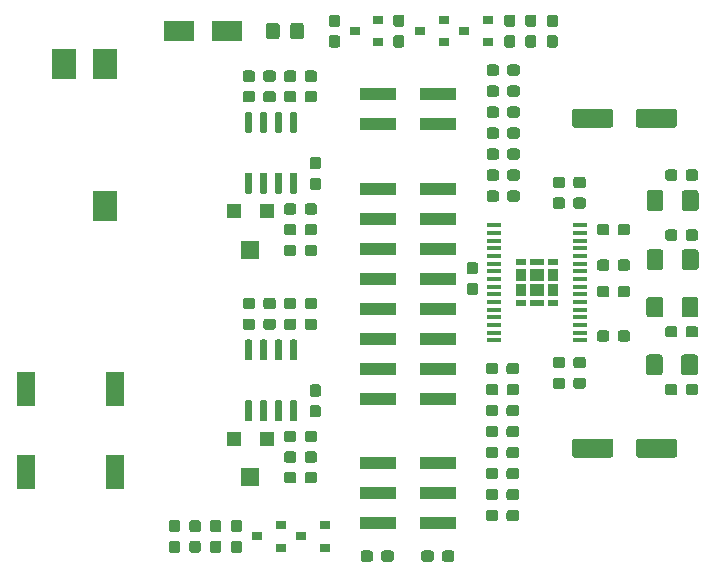
<source format=gtp>
G04 #@! TF.GenerationSoftware,KiCad,Pcbnew,(5.1.2-1)-1*
G04 #@! TF.CreationDate,2023-07-05T23:23:31-04:00*
G04 #@! TF.ProjectId,AmpClassD_Daugher,416d7043-6c61-4737-9344-5f4461756768,rev?*
G04 #@! TF.SameCoordinates,Original*
G04 #@! TF.FileFunction,Paste,Top*
G04 #@! TF.FilePolarity,Positive*
%FSLAX46Y46*%
G04 Gerber Fmt 4.6, Leading zero omitted, Abs format (unit mm)*
G04 Created by KiCad (PCBNEW (5.1.2-1)-1) date 2023-07-05 23:23:31*
%MOMM*%
%LPD*%
G04 APERTURE LIST*
%ADD10R,2.000000X2.500000*%
%ADD11C,0.100000*%
%ADD12C,0.950000*%
%ADD13C,1.150000*%
%ADD14C,1.425000*%
%ADD15R,0.900000X0.800000*%
%ADD16R,1.200000X1.200000*%
%ADD17R,1.600000X1.500000*%
%ADD18C,0.600000*%
%ADD19R,0.930000X0.550000*%
%ADD20R,0.930000X1.000000*%
%ADD21R,1.200000X0.550000*%
%ADD22R,1.200000X1.000000*%
%ADD23R,1.200000X0.400000*%
%ADD24C,1.600000*%
%ADD25R,1.500000X3.000000*%
%ADD26R,2.500000X1.800000*%
%ADD27R,3.150000X1.000000*%
G04 APERTURE END LIST*
D10*
X75200000Y-46500000D03*
X71700000Y-46500000D03*
X75200000Y-58500000D03*
D11*
G36*
X87685779Y-47026144D02*
G01*
X87708834Y-47029563D01*
X87731443Y-47035227D01*
X87753387Y-47043079D01*
X87774457Y-47053044D01*
X87794448Y-47065026D01*
X87813168Y-47078910D01*
X87830438Y-47094562D01*
X87846090Y-47111832D01*
X87859974Y-47130552D01*
X87871956Y-47150543D01*
X87881921Y-47171613D01*
X87889773Y-47193557D01*
X87895437Y-47216166D01*
X87898856Y-47239221D01*
X87900000Y-47262500D01*
X87900000Y-47737500D01*
X87898856Y-47760779D01*
X87895437Y-47783834D01*
X87889773Y-47806443D01*
X87881921Y-47828387D01*
X87871956Y-47849457D01*
X87859974Y-47869448D01*
X87846090Y-47888168D01*
X87830438Y-47905438D01*
X87813168Y-47921090D01*
X87794448Y-47934974D01*
X87774457Y-47946956D01*
X87753387Y-47956921D01*
X87731443Y-47964773D01*
X87708834Y-47970437D01*
X87685779Y-47973856D01*
X87662500Y-47975000D01*
X87087500Y-47975000D01*
X87064221Y-47973856D01*
X87041166Y-47970437D01*
X87018557Y-47964773D01*
X86996613Y-47956921D01*
X86975543Y-47946956D01*
X86955552Y-47934974D01*
X86936832Y-47921090D01*
X86919562Y-47905438D01*
X86903910Y-47888168D01*
X86890026Y-47869448D01*
X86878044Y-47849457D01*
X86868079Y-47828387D01*
X86860227Y-47806443D01*
X86854563Y-47783834D01*
X86851144Y-47760779D01*
X86850000Y-47737500D01*
X86850000Y-47262500D01*
X86851144Y-47239221D01*
X86854563Y-47216166D01*
X86860227Y-47193557D01*
X86868079Y-47171613D01*
X86878044Y-47150543D01*
X86890026Y-47130552D01*
X86903910Y-47111832D01*
X86919562Y-47094562D01*
X86936832Y-47078910D01*
X86955552Y-47065026D01*
X86975543Y-47053044D01*
X86996613Y-47043079D01*
X87018557Y-47035227D01*
X87041166Y-47029563D01*
X87064221Y-47026144D01*
X87087500Y-47025000D01*
X87662500Y-47025000D01*
X87685779Y-47026144D01*
X87685779Y-47026144D01*
G37*
D12*
X87375000Y-47500000D03*
D11*
G36*
X89435779Y-47026144D02*
G01*
X89458834Y-47029563D01*
X89481443Y-47035227D01*
X89503387Y-47043079D01*
X89524457Y-47053044D01*
X89544448Y-47065026D01*
X89563168Y-47078910D01*
X89580438Y-47094562D01*
X89596090Y-47111832D01*
X89609974Y-47130552D01*
X89621956Y-47150543D01*
X89631921Y-47171613D01*
X89639773Y-47193557D01*
X89645437Y-47216166D01*
X89648856Y-47239221D01*
X89650000Y-47262500D01*
X89650000Y-47737500D01*
X89648856Y-47760779D01*
X89645437Y-47783834D01*
X89639773Y-47806443D01*
X89631921Y-47828387D01*
X89621956Y-47849457D01*
X89609974Y-47869448D01*
X89596090Y-47888168D01*
X89580438Y-47905438D01*
X89563168Y-47921090D01*
X89544448Y-47934974D01*
X89524457Y-47946956D01*
X89503387Y-47956921D01*
X89481443Y-47964773D01*
X89458834Y-47970437D01*
X89435779Y-47973856D01*
X89412500Y-47975000D01*
X88837500Y-47975000D01*
X88814221Y-47973856D01*
X88791166Y-47970437D01*
X88768557Y-47964773D01*
X88746613Y-47956921D01*
X88725543Y-47946956D01*
X88705552Y-47934974D01*
X88686832Y-47921090D01*
X88669562Y-47905438D01*
X88653910Y-47888168D01*
X88640026Y-47869448D01*
X88628044Y-47849457D01*
X88618079Y-47828387D01*
X88610227Y-47806443D01*
X88604563Y-47783834D01*
X88601144Y-47760779D01*
X88600000Y-47737500D01*
X88600000Y-47262500D01*
X88601144Y-47239221D01*
X88604563Y-47216166D01*
X88610227Y-47193557D01*
X88618079Y-47171613D01*
X88628044Y-47150543D01*
X88640026Y-47130552D01*
X88653910Y-47111832D01*
X88669562Y-47094562D01*
X88686832Y-47078910D01*
X88705552Y-47065026D01*
X88725543Y-47053044D01*
X88746613Y-47043079D01*
X88768557Y-47035227D01*
X88791166Y-47029563D01*
X88814221Y-47026144D01*
X88837500Y-47025000D01*
X89412500Y-47025000D01*
X89435779Y-47026144D01*
X89435779Y-47026144D01*
G37*
D12*
X89125000Y-47500000D03*
D11*
G36*
X87685779Y-66276144D02*
G01*
X87708834Y-66279563D01*
X87731443Y-66285227D01*
X87753387Y-66293079D01*
X87774457Y-66303044D01*
X87794448Y-66315026D01*
X87813168Y-66328910D01*
X87830438Y-66344562D01*
X87846090Y-66361832D01*
X87859974Y-66380552D01*
X87871956Y-66400543D01*
X87881921Y-66421613D01*
X87889773Y-66443557D01*
X87895437Y-66466166D01*
X87898856Y-66489221D01*
X87900000Y-66512500D01*
X87900000Y-66987500D01*
X87898856Y-67010779D01*
X87895437Y-67033834D01*
X87889773Y-67056443D01*
X87881921Y-67078387D01*
X87871956Y-67099457D01*
X87859974Y-67119448D01*
X87846090Y-67138168D01*
X87830438Y-67155438D01*
X87813168Y-67171090D01*
X87794448Y-67184974D01*
X87774457Y-67196956D01*
X87753387Y-67206921D01*
X87731443Y-67214773D01*
X87708834Y-67220437D01*
X87685779Y-67223856D01*
X87662500Y-67225000D01*
X87087500Y-67225000D01*
X87064221Y-67223856D01*
X87041166Y-67220437D01*
X87018557Y-67214773D01*
X86996613Y-67206921D01*
X86975543Y-67196956D01*
X86955552Y-67184974D01*
X86936832Y-67171090D01*
X86919562Y-67155438D01*
X86903910Y-67138168D01*
X86890026Y-67119448D01*
X86878044Y-67099457D01*
X86868079Y-67078387D01*
X86860227Y-67056443D01*
X86854563Y-67033834D01*
X86851144Y-67010779D01*
X86850000Y-66987500D01*
X86850000Y-66512500D01*
X86851144Y-66489221D01*
X86854563Y-66466166D01*
X86860227Y-66443557D01*
X86868079Y-66421613D01*
X86878044Y-66400543D01*
X86890026Y-66380552D01*
X86903910Y-66361832D01*
X86919562Y-66344562D01*
X86936832Y-66328910D01*
X86955552Y-66315026D01*
X86975543Y-66303044D01*
X86996613Y-66293079D01*
X87018557Y-66285227D01*
X87041166Y-66279563D01*
X87064221Y-66276144D01*
X87087500Y-66275000D01*
X87662500Y-66275000D01*
X87685779Y-66276144D01*
X87685779Y-66276144D01*
G37*
D12*
X87375000Y-66750000D03*
D11*
G36*
X89435779Y-66276144D02*
G01*
X89458834Y-66279563D01*
X89481443Y-66285227D01*
X89503387Y-66293079D01*
X89524457Y-66303044D01*
X89544448Y-66315026D01*
X89563168Y-66328910D01*
X89580438Y-66344562D01*
X89596090Y-66361832D01*
X89609974Y-66380552D01*
X89621956Y-66400543D01*
X89631921Y-66421613D01*
X89639773Y-66443557D01*
X89645437Y-66466166D01*
X89648856Y-66489221D01*
X89650000Y-66512500D01*
X89650000Y-66987500D01*
X89648856Y-67010779D01*
X89645437Y-67033834D01*
X89639773Y-67056443D01*
X89631921Y-67078387D01*
X89621956Y-67099457D01*
X89609974Y-67119448D01*
X89596090Y-67138168D01*
X89580438Y-67155438D01*
X89563168Y-67171090D01*
X89544448Y-67184974D01*
X89524457Y-67196956D01*
X89503387Y-67206921D01*
X89481443Y-67214773D01*
X89458834Y-67220437D01*
X89435779Y-67223856D01*
X89412500Y-67225000D01*
X88837500Y-67225000D01*
X88814221Y-67223856D01*
X88791166Y-67220437D01*
X88768557Y-67214773D01*
X88746613Y-67206921D01*
X88725543Y-67196956D01*
X88705552Y-67184974D01*
X88686832Y-67171090D01*
X88669562Y-67155438D01*
X88653910Y-67138168D01*
X88640026Y-67119448D01*
X88628044Y-67099457D01*
X88618079Y-67078387D01*
X88610227Y-67056443D01*
X88604563Y-67033834D01*
X88601144Y-67010779D01*
X88600000Y-66987500D01*
X88600000Y-66512500D01*
X88601144Y-66489221D01*
X88604563Y-66466166D01*
X88610227Y-66443557D01*
X88618079Y-66421613D01*
X88628044Y-66400543D01*
X88640026Y-66380552D01*
X88653910Y-66361832D01*
X88669562Y-66344562D01*
X88686832Y-66328910D01*
X88705552Y-66315026D01*
X88725543Y-66303044D01*
X88746613Y-66293079D01*
X88768557Y-66285227D01*
X88791166Y-66279563D01*
X88814221Y-66276144D01*
X88837500Y-66275000D01*
X89412500Y-66275000D01*
X89435779Y-66276144D01*
X89435779Y-66276144D01*
G37*
D12*
X89125000Y-66750000D03*
D11*
G36*
X92935779Y-60026144D02*
G01*
X92958834Y-60029563D01*
X92981443Y-60035227D01*
X93003387Y-60043079D01*
X93024457Y-60053044D01*
X93044448Y-60065026D01*
X93063168Y-60078910D01*
X93080438Y-60094562D01*
X93096090Y-60111832D01*
X93109974Y-60130552D01*
X93121956Y-60150543D01*
X93131921Y-60171613D01*
X93139773Y-60193557D01*
X93145437Y-60216166D01*
X93148856Y-60239221D01*
X93150000Y-60262500D01*
X93150000Y-60737500D01*
X93148856Y-60760779D01*
X93145437Y-60783834D01*
X93139773Y-60806443D01*
X93131921Y-60828387D01*
X93121956Y-60849457D01*
X93109974Y-60869448D01*
X93096090Y-60888168D01*
X93080438Y-60905438D01*
X93063168Y-60921090D01*
X93044448Y-60934974D01*
X93024457Y-60946956D01*
X93003387Y-60956921D01*
X92981443Y-60964773D01*
X92958834Y-60970437D01*
X92935779Y-60973856D01*
X92912500Y-60975000D01*
X92337500Y-60975000D01*
X92314221Y-60973856D01*
X92291166Y-60970437D01*
X92268557Y-60964773D01*
X92246613Y-60956921D01*
X92225543Y-60946956D01*
X92205552Y-60934974D01*
X92186832Y-60921090D01*
X92169562Y-60905438D01*
X92153910Y-60888168D01*
X92140026Y-60869448D01*
X92128044Y-60849457D01*
X92118079Y-60828387D01*
X92110227Y-60806443D01*
X92104563Y-60783834D01*
X92101144Y-60760779D01*
X92100000Y-60737500D01*
X92100000Y-60262500D01*
X92101144Y-60239221D01*
X92104563Y-60216166D01*
X92110227Y-60193557D01*
X92118079Y-60171613D01*
X92128044Y-60150543D01*
X92140026Y-60130552D01*
X92153910Y-60111832D01*
X92169562Y-60094562D01*
X92186832Y-60078910D01*
X92205552Y-60065026D01*
X92225543Y-60053044D01*
X92246613Y-60043079D01*
X92268557Y-60035227D01*
X92291166Y-60029563D01*
X92314221Y-60026144D01*
X92337500Y-60025000D01*
X92912500Y-60025000D01*
X92935779Y-60026144D01*
X92935779Y-60026144D01*
G37*
D12*
X92625000Y-60500000D03*
D11*
G36*
X91185779Y-60026144D02*
G01*
X91208834Y-60029563D01*
X91231443Y-60035227D01*
X91253387Y-60043079D01*
X91274457Y-60053044D01*
X91294448Y-60065026D01*
X91313168Y-60078910D01*
X91330438Y-60094562D01*
X91346090Y-60111832D01*
X91359974Y-60130552D01*
X91371956Y-60150543D01*
X91381921Y-60171613D01*
X91389773Y-60193557D01*
X91395437Y-60216166D01*
X91398856Y-60239221D01*
X91400000Y-60262500D01*
X91400000Y-60737500D01*
X91398856Y-60760779D01*
X91395437Y-60783834D01*
X91389773Y-60806443D01*
X91381921Y-60828387D01*
X91371956Y-60849457D01*
X91359974Y-60869448D01*
X91346090Y-60888168D01*
X91330438Y-60905438D01*
X91313168Y-60921090D01*
X91294448Y-60934974D01*
X91274457Y-60946956D01*
X91253387Y-60956921D01*
X91231443Y-60964773D01*
X91208834Y-60970437D01*
X91185779Y-60973856D01*
X91162500Y-60975000D01*
X90587500Y-60975000D01*
X90564221Y-60973856D01*
X90541166Y-60970437D01*
X90518557Y-60964773D01*
X90496613Y-60956921D01*
X90475543Y-60946956D01*
X90455552Y-60934974D01*
X90436832Y-60921090D01*
X90419562Y-60905438D01*
X90403910Y-60888168D01*
X90390026Y-60869448D01*
X90378044Y-60849457D01*
X90368079Y-60828387D01*
X90360227Y-60806443D01*
X90354563Y-60783834D01*
X90351144Y-60760779D01*
X90350000Y-60737500D01*
X90350000Y-60262500D01*
X90351144Y-60239221D01*
X90354563Y-60216166D01*
X90360227Y-60193557D01*
X90368079Y-60171613D01*
X90378044Y-60150543D01*
X90390026Y-60130552D01*
X90403910Y-60111832D01*
X90419562Y-60094562D01*
X90436832Y-60078910D01*
X90455552Y-60065026D01*
X90475543Y-60053044D01*
X90496613Y-60043079D01*
X90518557Y-60035227D01*
X90541166Y-60029563D01*
X90564221Y-60026144D01*
X90587500Y-60025000D01*
X91162500Y-60025000D01*
X91185779Y-60026144D01*
X91185779Y-60026144D01*
G37*
D12*
X90875000Y-60500000D03*
D11*
G36*
X92935779Y-79276144D02*
G01*
X92958834Y-79279563D01*
X92981443Y-79285227D01*
X93003387Y-79293079D01*
X93024457Y-79303044D01*
X93044448Y-79315026D01*
X93063168Y-79328910D01*
X93080438Y-79344562D01*
X93096090Y-79361832D01*
X93109974Y-79380552D01*
X93121956Y-79400543D01*
X93131921Y-79421613D01*
X93139773Y-79443557D01*
X93145437Y-79466166D01*
X93148856Y-79489221D01*
X93150000Y-79512500D01*
X93150000Y-79987500D01*
X93148856Y-80010779D01*
X93145437Y-80033834D01*
X93139773Y-80056443D01*
X93131921Y-80078387D01*
X93121956Y-80099457D01*
X93109974Y-80119448D01*
X93096090Y-80138168D01*
X93080438Y-80155438D01*
X93063168Y-80171090D01*
X93044448Y-80184974D01*
X93024457Y-80196956D01*
X93003387Y-80206921D01*
X92981443Y-80214773D01*
X92958834Y-80220437D01*
X92935779Y-80223856D01*
X92912500Y-80225000D01*
X92337500Y-80225000D01*
X92314221Y-80223856D01*
X92291166Y-80220437D01*
X92268557Y-80214773D01*
X92246613Y-80206921D01*
X92225543Y-80196956D01*
X92205552Y-80184974D01*
X92186832Y-80171090D01*
X92169562Y-80155438D01*
X92153910Y-80138168D01*
X92140026Y-80119448D01*
X92128044Y-80099457D01*
X92118079Y-80078387D01*
X92110227Y-80056443D01*
X92104563Y-80033834D01*
X92101144Y-80010779D01*
X92100000Y-79987500D01*
X92100000Y-79512500D01*
X92101144Y-79489221D01*
X92104563Y-79466166D01*
X92110227Y-79443557D01*
X92118079Y-79421613D01*
X92128044Y-79400543D01*
X92140026Y-79380552D01*
X92153910Y-79361832D01*
X92169562Y-79344562D01*
X92186832Y-79328910D01*
X92205552Y-79315026D01*
X92225543Y-79303044D01*
X92246613Y-79293079D01*
X92268557Y-79285227D01*
X92291166Y-79279563D01*
X92314221Y-79276144D01*
X92337500Y-79275000D01*
X92912500Y-79275000D01*
X92935779Y-79276144D01*
X92935779Y-79276144D01*
G37*
D12*
X92625000Y-79750000D03*
D11*
G36*
X91185779Y-79276144D02*
G01*
X91208834Y-79279563D01*
X91231443Y-79285227D01*
X91253387Y-79293079D01*
X91274457Y-79303044D01*
X91294448Y-79315026D01*
X91313168Y-79328910D01*
X91330438Y-79344562D01*
X91346090Y-79361832D01*
X91359974Y-79380552D01*
X91371956Y-79400543D01*
X91381921Y-79421613D01*
X91389773Y-79443557D01*
X91395437Y-79466166D01*
X91398856Y-79489221D01*
X91400000Y-79512500D01*
X91400000Y-79987500D01*
X91398856Y-80010779D01*
X91395437Y-80033834D01*
X91389773Y-80056443D01*
X91381921Y-80078387D01*
X91371956Y-80099457D01*
X91359974Y-80119448D01*
X91346090Y-80138168D01*
X91330438Y-80155438D01*
X91313168Y-80171090D01*
X91294448Y-80184974D01*
X91274457Y-80196956D01*
X91253387Y-80206921D01*
X91231443Y-80214773D01*
X91208834Y-80220437D01*
X91185779Y-80223856D01*
X91162500Y-80225000D01*
X90587500Y-80225000D01*
X90564221Y-80223856D01*
X90541166Y-80220437D01*
X90518557Y-80214773D01*
X90496613Y-80206921D01*
X90475543Y-80196956D01*
X90455552Y-80184974D01*
X90436832Y-80171090D01*
X90419562Y-80155438D01*
X90403910Y-80138168D01*
X90390026Y-80119448D01*
X90378044Y-80099457D01*
X90368079Y-80078387D01*
X90360227Y-80056443D01*
X90354563Y-80033834D01*
X90351144Y-80010779D01*
X90350000Y-79987500D01*
X90350000Y-79512500D01*
X90351144Y-79489221D01*
X90354563Y-79466166D01*
X90360227Y-79443557D01*
X90368079Y-79421613D01*
X90378044Y-79400543D01*
X90390026Y-79380552D01*
X90403910Y-79361832D01*
X90419562Y-79344562D01*
X90436832Y-79328910D01*
X90455552Y-79315026D01*
X90475543Y-79303044D01*
X90496613Y-79293079D01*
X90518557Y-79285227D01*
X90541166Y-79279563D01*
X90564221Y-79276144D01*
X90587500Y-79275000D01*
X91162500Y-79275000D01*
X91185779Y-79276144D01*
X91185779Y-79276144D01*
G37*
D12*
X90875000Y-79750000D03*
D11*
G36*
X92935779Y-77526144D02*
G01*
X92958834Y-77529563D01*
X92981443Y-77535227D01*
X93003387Y-77543079D01*
X93024457Y-77553044D01*
X93044448Y-77565026D01*
X93063168Y-77578910D01*
X93080438Y-77594562D01*
X93096090Y-77611832D01*
X93109974Y-77630552D01*
X93121956Y-77650543D01*
X93131921Y-77671613D01*
X93139773Y-77693557D01*
X93145437Y-77716166D01*
X93148856Y-77739221D01*
X93150000Y-77762500D01*
X93150000Y-78237500D01*
X93148856Y-78260779D01*
X93145437Y-78283834D01*
X93139773Y-78306443D01*
X93131921Y-78328387D01*
X93121956Y-78349457D01*
X93109974Y-78369448D01*
X93096090Y-78388168D01*
X93080438Y-78405438D01*
X93063168Y-78421090D01*
X93044448Y-78434974D01*
X93024457Y-78446956D01*
X93003387Y-78456921D01*
X92981443Y-78464773D01*
X92958834Y-78470437D01*
X92935779Y-78473856D01*
X92912500Y-78475000D01*
X92337500Y-78475000D01*
X92314221Y-78473856D01*
X92291166Y-78470437D01*
X92268557Y-78464773D01*
X92246613Y-78456921D01*
X92225543Y-78446956D01*
X92205552Y-78434974D01*
X92186832Y-78421090D01*
X92169562Y-78405438D01*
X92153910Y-78388168D01*
X92140026Y-78369448D01*
X92128044Y-78349457D01*
X92118079Y-78328387D01*
X92110227Y-78306443D01*
X92104563Y-78283834D01*
X92101144Y-78260779D01*
X92100000Y-78237500D01*
X92100000Y-77762500D01*
X92101144Y-77739221D01*
X92104563Y-77716166D01*
X92110227Y-77693557D01*
X92118079Y-77671613D01*
X92128044Y-77650543D01*
X92140026Y-77630552D01*
X92153910Y-77611832D01*
X92169562Y-77594562D01*
X92186832Y-77578910D01*
X92205552Y-77565026D01*
X92225543Y-77553044D01*
X92246613Y-77543079D01*
X92268557Y-77535227D01*
X92291166Y-77529563D01*
X92314221Y-77526144D01*
X92337500Y-77525000D01*
X92912500Y-77525000D01*
X92935779Y-77526144D01*
X92935779Y-77526144D01*
G37*
D12*
X92625000Y-78000000D03*
D11*
G36*
X91185779Y-77526144D02*
G01*
X91208834Y-77529563D01*
X91231443Y-77535227D01*
X91253387Y-77543079D01*
X91274457Y-77553044D01*
X91294448Y-77565026D01*
X91313168Y-77578910D01*
X91330438Y-77594562D01*
X91346090Y-77611832D01*
X91359974Y-77630552D01*
X91371956Y-77650543D01*
X91381921Y-77671613D01*
X91389773Y-77693557D01*
X91395437Y-77716166D01*
X91398856Y-77739221D01*
X91400000Y-77762500D01*
X91400000Y-78237500D01*
X91398856Y-78260779D01*
X91395437Y-78283834D01*
X91389773Y-78306443D01*
X91381921Y-78328387D01*
X91371956Y-78349457D01*
X91359974Y-78369448D01*
X91346090Y-78388168D01*
X91330438Y-78405438D01*
X91313168Y-78421090D01*
X91294448Y-78434974D01*
X91274457Y-78446956D01*
X91253387Y-78456921D01*
X91231443Y-78464773D01*
X91208834Y-78470437D01*
X91185779Y-78473856D01*
X91162500Y-78475000D01*
X90587500Y-78475000D01*
X90564221Y-78473856D01*
X90541166Y-78470437D01*
X90518557Y-78464773D01*
X90496613Y-78456921D01*
X90475543Y-78446956D01*
X90455552Y-78434974D01*
X90436832Y-78421090D01*
X90419562Y-78405438D01*
X90403910Y-78388168D01*
X90390026Y-78369448D01*
X90378044Y-78349457D01*
X90368079Y-78328387D01*
X90360227Y-78306443D01*
X90354563Y-78283834D01*
X90351144Y-78260779D01*
X90350000Y-78237500D01*
X90350000Y-77762500D01*
X90351144Y-77739221D01*
X90354563Y-77716166D01*
X90360227Y-77693557D01*
X90368079Y-77671613D01*
X90378044Y-77650543D01*
X90390026Y-77630552D01*
X90403910Y-77611832D01*
X90419562Y-77594562D01*
X90436832Y-77578910D01*
X90455552Y-77565026D01*
X90475543Y-77553044D01*
X90496613Y-77543079D01*
X90518557Y-77535227D01*
X90541166Y-77529563D01*
X90564221Y-77526144D01*
X90587500Y-77525000D01*
X91162500Y-77525000D01*
X91185779Y-77526144D01*
X91185779Y-77526144D01*
G37*
D12*
X90875000Y-78000000D03*
D11*
G36*
X91185779Y-81026144D02*
G01*
X91208834Y-81029563D01*
X91231443Y-81035227D01*
X91253387Y-81043079D01*
X91274457Y-81053044D01*
X91294448Y-81065026D01*
X91313168Y-81078910D01*
X91330438Y-81094562D01*
X91346090Y-81111832D01*
X91359974Y-81130552D01*
X91371956Y-81150543D01*
X91381921Y-81171613D01*
X91389773Y-81193557D01*
X91395437Y-81216166D01*
X91398856Y-81239221D01*
X91400000Y-81262500D01*
X91400000Y-81737500D01*
X91398856Y-81760779D01*
X91395437Y-81783834D01*
X91389773Y-81806443D01*
X91381921Y-81828387D01*
X91371956Y-81849457D01*
X91359974Y-81869448D01*
X91346090Y-81888168D01*
X91330438Y-81905438D01*
X91313168Y-81921090D01*
X91294448Y-81934974D01*
X91274457Y-81946956D01*
X91253387Y-81956921D01*
X91231443Y-81964773D01*
X91208834Y-81970437D01*
X91185779Y-81973856D01*
X91162500Y-81975000D01*
X90587500Y-81975000D01*
X90564221Y-81973856D01*
X90541166Y-81970437D01*
X90518557Y-81964773D01*
X90496613Y-81956921D01*
X90475543Y-81946956D01*
X90455552Y-81934974D01*
X90436832Y-81921090D01*
X90419562Y-81905438D01*
X90403910Y-81888168D01*
X90390026Y-81869448D01*
X90378044Y-81849457D01*
X90368079Y-81828387D01*
X90360227Y-81806443D01*
X90354563Y-81783834D01*
X90351144Y-81760779D01*
X90350000Y-81737500D01*
X90350000Y-81262500D01*
X90351144Y-81239221D01*
X90354563Y-81216166D01*
X90360227Y-81193557D01*
X90368079Y-81171613D01*
X90378044Y-81150543D01*
X90390026Y-81130552D01*
X90403910Y-81111832D01*
X90419562Y-81094562D01*
X90436832Y-81078910D01*
X90455552Y-81065026D01*
X90475543Y-81053044D01*
X90496613Y-81043079D01*
X90518557Y-81035227D01*
X90541166Y-81029563D01*
X90564221Y-81026144D01*
X90587500Y-81025000D01*
X91162500Y-81025000D01*
X91185779Y-81026144D01*
X91185779Y-81026144D01*
G37*
D12*
X90875000Y-81500000D03*
D11*
G36*
X92935779Y-81026144D02*
G01*
X92958834Y-81029563D01*
X92981443Y-81035227D01*
X93003387Y-81043079D01*
X93024457Y-81053044D01*
X93044448Y-81065026D01*
X93063168Y-81078910D01*
X93080438Y-81094562D01*
X93096090Y-81111832D01*
X93109974Y-81130552D01*
X93121956Y-81150543D01*
X93131921Y-81171613D01*
X93139773Y-81193557D01*
X93145437Y-81216166D01*
X93148856Y-81239221D01*
X93150000Y-81262500D01*
X93150000Y-81737500D01*
X93148856Y-81760779D01*
X93145437Y-81783834D01*
X93139773Y-81806443D01*
X93131921Y-81828387D01*
X93121956Y-81849457D01*
X93109974Y-81869448D01*
X93096090Y-81888168D01*
X93080438Y-81905438D01*
X93063168Y-81921090D01*
X93044448Y-81934974D01*
X93024457Y-81946956D01*
X93003387Y-81956921D01*
X92981443Y-81964773D01*
X92958834Y-81970437D01*
X92935779Y-81973856D01*
X92912500Y-81975000D01*
X92337500Y-81975000D01*
X92314221Y-81973856D01*
X92291166Y-81970437D01*
X92268557Y-81964773D01*
X92246613Y-81956921D01*
X92225543Y-81946956D01*
X92205552Y-81934974D01*
X92186832Y-81921090D01*
X92169562Y-81905438D01*
X92153910Y-81888168D01*
X92140026Y-81869448D01*
X92128044Y-81849457D01*
X92118079Y-81828387D01*
X92110227Y-81806443D01*
X92104563Y-81783834D01*
X92101144Y-81760779D01*
X92100000Y-81737500D01*
X92100000Y-81262500D01*
X92101144Y-81239221D01*
X92104563Y-81216166D01*
X92110227Y-81193557D01*
X92118079Y-81171613D01*
X92128044Y-81150543D01*
X92140026Y-81130552D01*
X92153910Y-81111832D01*
X92169562Y-81094562D01*
X92186832Y-81078910D01*
X92205552Y-81065026D01*
X92225543Y-81053044D01*
X92246613Y-81043079D01*
X92268557Y-81035227D01*
X92291166Y-81029563D01*
X92314221Y-81026144D01*
X92337500Y-81025000D01*
X92912500Y-81025000D01*
X92935779Y-81026144D01*
X92935779Y-81026144D01*
G37*
D12*
X92625000Y-81500000D03*
D11*
G36*
X91185779Y-58276144D02*
G01*
X91208834Y-58279563D01*
X91231443Y-58285227D01*
X91253387Y-58293079D01*
X91274457Y-58303044D01*
X91294448Y-58315026D01*
X91313168Y-58328910D01*
X91330438Y-58344562D01*
X91346090Y-58361832D01*
X91359974Y-58380552D01*
X91371956Y-58400543D01*
X91381921Y-58421613D01*
X91389773Y-58443557D01*
X91395437Y-58466166D01*
X91398856Y-58489221D01*
X91400000Y-58512500D01*
X91400000Y-58987500D01*
X91398856Y-59010779D01*
X91395437Y-59033834D01*
X91389773Y-59056443D01*
X91381921Y-59078387D01*
X91371956Y-59099457D01*
X91359974Y-59119448D01*
X91346090Y-59138168D01*
X91330438Y-59155438D01*
X91313168Y-59171090D01*
X91294448Y-59184974D01*
X91274457Y-59196956D01*
X91253387Y-59206921D01*
X91231443Y-59214773D01*
X91208834Y-59220437D01*
X91185779Y-59223856D01*
X91162500Y-59225000D01*
X90587500Y-59225000D01*
X90564221Y-59223856D01*
X90541166Y-59220437D01*
X90518557Y-59214773D01*
X90496613Y-59206921D01*
X90475543Y-59196956D01*
X90455552Y-59184974D01*
X90436832Y-59171090D01*
X90419562Y-59155438D01*
X90403910Y-59138168D01*
X90390026Y-59119448D01*
X90378044Y-59099457D01*
X90368079Y-59078387D01*
X90360227Y-59056443D01*
X90354563Y-59033834D01*
X90351144Y-59010779D01*
X90350000Y-58987500D01*
X90350000Y-58512500D01*
X90351144Y-58489221D01*
X90354563Y-58466166D01*
X90360227Y-58443557D01*
X90368079Y-58421613D01*
X90378044Y-58400543D01*
X90390026Y-58380552D01*
X90403910Y-58361832D01*
X90419562Y-58344562D01*
X90436832Y-58328910D01*
X90455552Y-58315026D01*
X90475543Y-58303044D01*
X90496613Y-58293079D01*
X90518557Y-58285227D01*
X90541166Y-58279563D01*
X90564221Y-58276144D01*
X90587500Y-58275000D01*
X91162500Y-58275000D01*
X91185779Y-58276144D01*
X91185779Y-58276144D01*
G37*
D12*
X90875000Y-58750000D03*
D11*
G36*
X92935779Y-58276144D02*
G01*
X92958834Y-58279563D01*
X92981443Y-58285227D01*
X93003387Y-58293079D01*
X93024457Y-58303044D01*
X93044448Y-58315026D01*
X93063168Y-58328910D01*
X93080438Y-58344562D01*
X93096090Y-58361832D01*
X93109974Y-58380552D01*
X93121956Y-58400543D01*
X93131921Y-58421613D01*
X93139773Y-58443557D01*
X93145437Y-58466166D01*
X93148856Y-58489221D01*
X93150000Y-58512500D01*
X93150000Y-58987500D01*
X93148856Y-59010779D01*
X93145437Y-59033834D01*
X93139773Y-59056443D01*
X93131921Y-59078387D01*
X93121956Y-59099457D01*
X93109974Y-59119448D01*
X93096090Y-59138168D01*
X93080438Y-59155438D01*
X93063168Y-59171090D01*
X93044448Y-59184974D01*
X93024457Y-59196956D01*
X93003387Y-59206921D01*
X92981443Y-59214773D01*
X92958834Y-59220437D01*
X92935779Y-59223856D01*
X92912500Y-59225000D01*
X92337500Y-59225000D01*
X92314221Y-59223856D01*
X92291166Y-59220437D01*
X92268557Y-59214773D01*
X92246613Y-59206921D01*
X92225543Y-59196956D01*
X92205552Y-59184974D01*
X92186832Y-59171090D01*
X92169562Y-59155438D01*
X92153910Y-59138168D01*
X92140026Y-59119448D01*
X92128044Y-59099457D01*
X92118079Y-59078387D01*
X92110227Y-59056443D01*
X92104563Y-59033834D01*
X92101144Y-59010779D01*
X92100000Y-58987500D01*
X92100000Y-58512500D01*
X92101144Y-58489221D01*
X92104563Y-58466166D01*
X92110227Y-58443557D01*
X92118079Y-58421613D01*
X92128044Y-58400543D01*
X92140026Y-58380552D01*
X92153910Y-58361832D01*
X92169562Y-58344562D01*
X92186832Y-58328910D01*
X92205552Y-58315026D01*
X92225543Y-58303044D01*
X92246613Y-58293079D01*
X92268557Y-58285227D01*
X92291166Y-58279563D01*
X92314221Y-58276144D01*
X92337500Y-58275000D01*
X92912500Y-58275000D01*
X92935779Y-58276144D01*
X92935779Y-58276144D01*
G37*
D12*
X92625000Y-58750000D03*
D11*
G36*
X91185779Y-61776144D02*
G01*
X91208834Y-61779563D01*
X91231443Y-61785227D01*
X91253387Y-61793079D01*
X91274457Y-61803044D01*
X91294448Y-61815026D01*
X91313168Y-61828910D01*
X91330438Y-61844562D01*
X91346090Y-61861832D01*
X91359974Y-61880552D01*
X91371956Y-61900543D01*
X91381921Y-61921613D01*
X91389773Y-61943557D01*
X91395437Y-61966166D01*
X91398856Y-61989221D01*
X91400000Y-62012500D01*
X91400000Y-62487500D01*
X91398856Y-62510779D01*
X91395437Y-62533834D01*
X91389773Y-62556443D01*
X91381921Y-62578387D01*
X91371956Y-62599457D01*
X91359974Y-62619448D01*
X91346090Y-62638168D01*
X91330438Y-62655438D01*
X91313168Y-62671090D01*
X91294448Y-62684974D01*
X91274457Y-62696956D01*
X91253387Y-62706921D01*
X91231443Y-62714773D01*
X91208834Y-62720437D01*
X91185779Y-62723856D01*
X91162500Y-62725000D01*
X90587500Y-62725000D01*
X90564221Y-62723856D01*
X90541166Y-62720437D01*
X90518557Y-62714773D01*
X90496613Y-62706921D01*
X90475543Y-62696956D01*
X90455552Y-62684974D01*
X90436832Y-62671090D01*
X90419562Y-62655438D01*
X90403910Y-62638168D01*
X90390026Y-62619448D01*
X90378044Y-62599457D01*
X90368079Y-62578387D01*
X90360227Y-62556443D01*
X90354563Y-62533834D01*
X90351144Y-62510779D01*
X90350000Y-62487500D01*
X90350000Y-62012500D01*
X90351144Y-61989221D01*
X90354563Y-61966166D01*
X90360227Y-61943557D01*
X90368079Y-61921613D01*
X90378044Y-61900543D01*
X90390026Y-61880552D01*
X90403910Y-61861832D01*
X90419562Y-61844562D01*
X90436832Y-61828910D01*
X90455552Y-61815026D01*
X90475543Y-61803044D01*
X90496613Y-61793079D01*
X90518557Y-61785227D01*
X90541166Y-61779563D01*
X90564221Y-61776144D01*
X90587500Y-61775000D01*
X91162500Y-61775000D01*
X91185779Y-61776144D01*
X91185779Y-61776144D01*
G37*
D12*
X90875000Y-62250000D03*
D11*
G36*
X92935779Y-61776144D02*
G01*
X92958834Y-61779563D01*
X92981443Y-61785227D01*
X93003387Y-61793079D01*
X93024457Y-61803044D01*
X93044448Y-61815026D01*
X93063168Y-61828910D01*
X93080438Y-61844562D01*
X93096090Y-61861832D01*
X93109974Y-61880552D01*
X93121956Y-61900543D01*
X93131921Y-61921613D01*
X93139773Y-61943557D01*
X93145437Y-61966166D01*
X93148856Y-61989221D01*
X93150000Y-62012500D01*
X93150000Y-62487500D01*
X93148856Y-62510779D01*
X93145437Y-62533834D01*
X93139773Y-62556443D01*
X93131921Y-62578387D01*
X93121956Y-62599457D01*
X93109974Y-62619448D01*
X93096090Y-62638168D01*
X93080438Y-62655438D01*
X93063168Y-62671090D01*
X93044448Y-62684974D01*
X93024457Y-62696956D01*
X93003387Y-62706921D01*
X92981443Y-62714773D01*
X92958834Y-62720437D01*
X92935779Y-62723856D01*
X92912500Y-62725000D01*
X92337500Y-62725000D01*
X92314221Y-62723856D01*
X92291166Y-62720437D01*
X92268557Y-62714773D01*
X92246613Y-62706921D01*
X92225543Y-62696956D01*
X92205552Y-62684974D01*
X92186832Y-62671090D01*
X92169562Y-62655438D01*
X92153910Y-62638168D01*
X92140026Y-62619448D01*
X92128044Y-62599457D01*
X92118079Y-62578387D01*
X92110227Y-62556443D01*
X92104563Y-62533834D01*
X92101144Y-62510779D01*
X92100000Y-62487500D01*
X92100000Y-62012500D01*
X92101144Y-61989221D01*
X92104563Y-61966166D01*
X92110227Y-61943557D01*
X92118079Y-61921613D01*
X92128044Y-61900543D01*
X92140026Y-61880552D01*
X92153910Y-61861832D01*
X92169562Y-61844562D01*
X92186832Y-61828910D01*
X92205552Y-61815026D01*
X92225543Y-61803044D01*
X92246613Y-61793079D01*
X92268557Y-61785227D01*
X92291166Y-61779563D01*
X92314221Y-61776144D01*
X92337500Y-61775000D01*
X92912500Y-61775000D01*
X92935779Y-61776144D01*
X92935779Y-61776144D01*
G37*
D12*
X92625000Y-62250000D03*
D11*
G36*
X106559779Y-63244144D02*
G01*
X106582834Y-63247563D01*
X106605443Y-63253227D01*
X106627387Y-63261079D01*
X106648457Y-63271044D01*
X106668448Y-63283026D01*
X106687168Y-63296910D01*
X106704438Y-63312562D01*
X106720090Y-63329832D01*
X106733974Y-63348552D01*
X106745956Y-63368543D01*
X106755921Y-63389613D01*
X106763773Y-63411557D01*
X106769437Y-63434166D01*
X106772856Y-63457221D01*
X106774000Y-63480500D01*
X106774000Y-64055500D01*
X106772856Y-64078779D01*
X106769437Y-64101834D01*
X106763773Y-64124443D01*
X106755921Y-64146387D01*
X106745956Y-64167457D01*
X106733974Y-64187448D01*
X106720090Y-64206168D01*
X106704438Y-64223438D01*
X106687168Y-64239090D01*
X106668448Y-64252974D01*
X106648457Y-64264956D01*
X106627387Y-64274921D01*
X106605443Y-64282773D01*
X106582834Y-64288437D01*
X106559779Y-64291856D01*
X106536500Y-64293000D01*
X106061500Y-64293000D01*
X106038221Y-64291856D01*
X106015166Y-64288437D01*
X105992557Y-64282773D01*
X105970613Y-64274921D01*
X105949543Y-64264956D01*
X105929552Y-64252974D01*
X105910832Y-64239090D01*
X105893562Y-64223438D01*
X105877910Y-64206168D01*
X105864026Y-64187448D01*
X105852044Y-64167457D01*
X105842079Y-64146387D01*
X105834227Y-64124443D01*
X105828563Y-64101834D01*
X105825144Y-64078779D01*
X105824000Y-64055500D01*
X105824000Y-63480500D01*
X105825144Y-63457221D01*
X105828563Y-63434166D01*
X105834227Y-63411557D01*
X105842079Y-63389613D01*
X105852044Y-63368543D01*
X105864026Y-63348552D01*
X105877910Y-63329832D01*
X105893562Y-63312562D01*
X105910832Y-63296910D01*
X105929552Y-63283026D01*
X105949543Y-63271044D01*
X105970613Y-63261079D01*
X105992557Y-63253227D01*
X106015166Y-63247563D01*
X106038221Y-63244144D01*
X106061500Y-63243000D01*
X106536500Y-63243000D01*
X106559779Y-63244144D01*
X106559779Y-63244144D01*
G37*
D12*
X106299000Y-63768000D03*
D11*
G36*
X106559779Y-64994144D02*
G01*
X106582834Y-64997563D01*
X106605443Y-65003227D01*
X106627387Y-65011079D01*
X106648457Y-65021044D01*
X106668448Y-65033026D01*
X106687168Y-65046910D01*
X106704438Y-65062562D01*
X106720090Y-65079832D01*
X106733974Y-65098552D01*
X106745956Y-65118543D01*
X106755921Y-65139613D01*
X106763773Y-65161557D01*
X106769437Y-65184166D01*
X106772856Y-65207221D01*
X106774000Y-65230500D01*
X106774000Y-65805500D01*
X106772856Y-65828779D01*
X106769437Y-65851834D01*
X106763773Y-65874443D01*
X106755921Y-65896387D01*
X106745956Y-65917457D01*
X106733974Y-65937448D01*
X106720090Y-65956168D01*
X106704438Y-65973438D01*
X106687168Y-65989090D01*
X106668448Y-66002974D01*
X106648457Y-66014956D01*
X106627387Y-66024921D01*
X106605443Y-66032773D01*
X106582834Y-66038437D01*
X106559779Y-66041856D01*
X106536500Y-66043000D01*
X106061500Y-66043000D01*
X106038221Y-66041856D01*
X106015166Y-66038437D01*
X105992557Y-66032773D01*
X105970613Y-66024921D01*
X105949543Y-66014956D01*
X105929552Y-66002974D01*
X105910832Y-65989090D01*
X105893562Y-65973438D01*
X105877910Y-65956168D01*
X105864026Y-65937448D01*
X105852044Y-65917457D01*
X105842079Y-65896387D01*
X105834227Y-65874443D01*
X105828563Y-65851834D01*
X105825144Y-65828779D01*
X105824000Y-65805500D01*
X105824000Y-65230500D01*
X105825144Y-65207221D01*
X105828563Y-65184166D01*
X105834227Y-65161557D01*
X105842079Y-65139613D01*
X105852044Y-65118543D01*
X105864026Y-65098552D01*
X105877910Y-65079832D01*
X105893562Y-65062562D01*
X105910832Y-65046910D01*
X105929552Y-65033026D01*
X105949543Y-65021044D01*
X105970613Y-65011079D01*
X105992557Y-65003227D01*
X106015166Y-64997563D01*
X106038221Y-64994144D01*
X106061500Y-64993000D01*
X106536500Y-64993000D01*
X106559779Y-64994144D01*
X106559779Y-64994144D01*
G37*
D12*
X106299000Y-65518000D03*
D11*
G36*
X113935779Y-73026144D02*
G01*
X113958834Y-73029563D01*
X113981443Y-73035227D01*
X114003387Y-73043079D01*
X114024457Y-73053044D01*
X114044448Y-73065026D01*
X114063168Y-73078910D01*
X114080438Y-73094562D01*
X114096090Y-73111832D01*
X114109974Y-73130552D01*
X114121956Y-73150543D01*
X114131921Y-73171613D01*
X114139773Y-73193557D01*
X114145437Y-73216166D01*
X114148856Y-73239221D01*
X114150000Y-73262500D01*
X114150000Y-73737500D01*
X114148856Y-73760779D01*
X114145437Y-73783834D01*
X114139773Y-73806443D01*
X114131921Y-73828387D01*
X114121956Y-73849457D01*
X114109974Y-73869448D01*
X114096090Y-73888168D01*
X114080438Y-73905438D01*
X114063168Y-73921090D01*
X114044448Y-73934974D01*
X114024457Y-73946956D01*
X114003387Y-73956921D01*
X113981443Y-73964773D01*
X113958834Y-73970437D01*
X113935779Y-73973856D01*
X113912500Y-73975000D01*
X113337500Y-73975000D01*
X113314221Y-73973856D01*
X113291166Y-73970437D01*
X113268557Y-73964773D01*
X113246613Y-73956921D01*
X113225543Y-73946956D01*
X113205552Y-73934974D01*
X113186832Y-73921090D01*
X113169562Y-73905438D01*
X113153910Y-73888168D01*
X113140026Y-73869448D01*
X113128044Y-73849457D01*
X113118079Y-73828387D01*
X113110227Y-73806443D01*
X113104563Y-73783834D01*
X113101144Y-73760779D01*
X113100000Y-73737500D01*
X113100000Y-73262500D01*
X113101144Y-73239221D01*
X113104563Y-73216166D01*
X113110227Y-73193557D01*
X113118079Y-73171613D01*
X113128044Y-73150543D01*
X113140026Y-73130552D01*
X113153910Y-73111832D01*
X113169562Y-73094562D01*
X113186832Y-73078910D01*
X113205552Y-73065026D01*
X113225543Y-73053044D01*
X113246613Y-73043079D01*
X113268557Y-73035227D01*
X113291166Y-73029563D01*
X113314221Y-73026144D01*
X113337500Y-73025000D01*
X113912500Y-73025000D01*
X113935779Y-73026144D01*
X113935779Y-73026144D01*
G37*
D12*
X113625000Y-73500000D03*
D11*
G36*
X115685779Y-73026144D02*
G01*
X115708834Y-73029563D01*
X115731443Y-73035227D01*
X115753387Y-73043079D01*
X115774457Y-73053044D01*
X115794448Y-73065026D01*
X115813168Y-73078910D01*
X115830438Y-73094562D01*
X115846090Y-73111832D01*
X115859974Y-73130552D01*
X115871956Y-73150543D01*
X115881921Y-73171613D01*
X115889773Y-73193557D01*
X115895437Y-73216166D01*
X115898856Y-73239221D01*
X115900000Y-73262500D01*
X115900000Y-73737500D01*
X115898856Y-73760779D01*
X115895437Y-73783834D01*
X115889773Y-73806443D01*
X115881921Y-73828387D01*
X115871956Y-73849457D01*
X115859974Y-73869448D01*
X115846090Y-73888168D01*
X115830438Y-73905438D01*
X115813168Y-73921090D01*
X115794448Y-73934974D01*
X115774457Y-73946956D01*
X115753387Y-73956921D01*
X115731443Y-73964773D01*
X115708834Y-73970437D01*
X115685779Y-73973856D01*
X115662500Y-73975000D01*
X115087500Y-73975000D01*
X115064221Y-73973856D01*
X115041166Y-73970437D01*
X115018557Y-73964773D01*
X114996613Y-73956921D01*
X114975543Y-73946956D01*
X114955552Y-73934974D01*
X114936832Y-73921090D01*
X114919562Y-73905438D01*
X114903910Y-73888168D01*
X114890026Y-73869448D01*
X114878044Y-73849457D01*
X114868079Y-73828387D01*
X114860227Y-73806443D01*
X114854563Y-73783834D01*
X114851144Y-73760779D01*
X114850000Y-73737500D01*
X114850000Y-73262500D01*
X114851144Y-73239221D01*
X114854563Y-73216166D01*
X114860227Y-73193557D01*
X114868079Y-73171613D01*
X114878044Y-73150543D01*
X114890026Y-73130552D01*
X114903910Y-73111832D01*
X114919562Y-73094562D01*
X114936832Y-73078910D01*
X114955552Y-73065026D01*
X114975543Y-73053044D01*
X114996613Y-73043079D01*
X115018557Y-73035227D01*
X115041166Y-73029563D01*
X115064221Y-73026144D01*
X115087500Y-73025000D01*
X115662500Y-73025000D01*
X115685779Y-73026144D01*
X115685779Y-73026144D01*
G37*
D12*
X115375000Y-73500000D03*
D11*
G36*
X115685779Y-56026144D02*
G01*
X115708834Y-56029563D01*
X115731443Y-56035227D01*
X115753387Y-56043079D01*
X115774457Y-56053044D01*
X115794448Y-56065026D01*
X115813168Y-56078910D01*
X115830438Y-56094562D01*
X115846090Y-56111832D01*
X115859974Y-56130552D01*
X115871956Y-56150543D01*
X115881921Y-56171613D01*
X115889773Y-56193557D01*
X115895437Y-56216166D01*
X115898856Y-56239221D01*
X115900000Y-56262500D01*
X115900000Y-56737500D01*
X115898856Y-56760779D01*
X115895437Y-56783834D01*
X115889773Y-56806443D01*
X115881921Y-56828387D01*
X115871956Y-56849457D01*
X115859974Y-56869448D01*
X115846090Y-56888168D01*
X115830438Y-56905438D01*
X115813168Y-56921090D01*
X115794448Y-56934974D01*
X115774457Y-56946956D01*
X115753387Y-56956921D01*
X115731443Y-56964773D01*
X115708834Y-56970437D01*
X115685779Y-56973856D01*
X115662500Y-56975000D01*
X115087500Y-56975000D01*
X115064221Y-56973856D01*
X115041166Y-56970437D01*
X115018557Y-56964773D01*
X114996613Y-56956921D01*
X114975543Y-56946956D01*
X114955552Y-56934974D01*
X114936832Y-56921090D01*
X114919562Y-56905438D01*
X114903910Y-56888168D01*
X114890026Y-56869448D01*
X114878044Y-56849457D01*
X114868079Y-56828387D01*
X114860227Y-56806443D01*
X114854563Y-56783834D01*
X114851144Y-56760779D01*
X114850000Y-56737500D01*
X114850000Y-56262500D01*
X114851144Y-56239221D01*
X114854563Y-56216166D01*
X114860227Y-56193557D01*
X114868079Y-56171613D01*
X114878044Y-56150543D01*
X114890026Y-56130552D01*
X114903910Y-56111832D01*
X114919562Y-56094562D01*
X114936832Y-56078910D01*
X114955552Y-56065026D01*
X114975543Y-56053044D01*
X114996613Y-56043079D01*
X115018557Y-56035227D01*
X115041166Y-56029563D01*
X115064221Y-56026144D01*
X115087500Y-56025000D01*
X115662500Y-56025000D01*
X115685779Y-56026144D01*
X115685779Y-56026144D01*
G37*
D12*
X115375000Y-56500000D03*
D11*
G36*
X113935779Y-56026144D02*
G01*
X113958834Y-56029563D01*
X113981443Y-56035227D01*
X114003387Y-56043079D01*
X114024457Y-56053044D01*
X114044448Y-56065026D01*
X114063168Y-56078910D01*
X114080438Y-56094562D01*
X114096090Y-56111832D01*
X114109974Y-56130552D01*
X114121956Y-56150543D01*
X114131921Y-56171613D01*
X114139773Y-56193557D01*
X114145437Y-56216166D01*
X114148856Y-56239221D01*
X114150000Y-56262500D01*
X114150000Y-56737500D01*
X114148856Y-56760779D01*
X114145437Y-56783834D01*
X114139773Y-56806443D01*
X114131921Y-56828387D01*
X114121956Y-56849457D01*
X114109974Y-56869448D01*
X114096090Y-56888168D01*
X114080438Y-56905438D01*
X114063168Y-56921090D01*
X114044448Y-56934974D01*
X114024457Y-56946956D01*
X114003387Y-56956921D01*
X113981443Y-56964773D01*
X113958834Y-56970437D01*
X113935779Y-56973856D01*
X113912500Y-56975000D01*
X113337500Y-56975000D01*
X113314221Y-56973856D01*
X113291166Y-56970437D01*
X113268557Y-56964773D01*
X113246613Y-56956921D01*
X113225543Y-56946956D01*
X113205552Y-56934974D01*
X113186832Y-56921090D01*
X113169562Y-56905438D01*
X113153910Y-56888168D01*
X113140026Y-56869448D01*
X113128044Y-56849457D01*
X113118079Y-56828387D01*
X113110227Y-56806443D01*
X113104563Y-56783834D01*
X113101144Y-56760779D01*
X113100000Y-56737500D01*
X113100000Y-56262500D01*
X113101144Y-56239221D01*
X113104563Y-56216166D01*
X113110227Y-56193557D01*
X113118079Y-56171613D01*
X113128044Y-56150543D01*
X113140026Y-56130552D01*
X113153910Y-56111832D01*
X113169562Y-56094562D01*
X113186832Y-56078910D01*
X113205552Y-56065026D01*
X113225543Y-56053044D01*
X113246613Y-56043079D01*
X113268557Y-56035227D01*
X113291166Y-56029563D01*
X113314221Y-56026144D01*
X113337500Y-56025000D01*
X113912500Y-56025000D01*
X113935779Y-56026144D01*
X113935779Y-56026144D01*
G37*
D12*
X113625000Y-56500000D03*
D11*
G36*
X117685779Y-60026144D02*
G01*
X117708834Y-60029563D01*
X117731443Y-60035227D01*
X117753387Y-60043079D01*
X117774457Y-60053044D01*
X117794448Y-60065026D01*
X117813168Y-60078910D01*
X117830438Y-60094562D01*
X117846090Y-60111832D01*
X117859974Y-60130552D01*
X117871956Y-60150543D01*
X117881921Y-60171613D01*
X117889773Y-60193557D01*
X117895437Y-60216166D01*
X117898856Y-60239221D01*
X117900000Y-60262500D01*
X117900000Y-60737500D01*
X117898856Y-60760779D01*
X117895437Y-60783834D01*
X117889773Y-60806443D01*
X117881921Y-60828387D01*
X117871956Y-60849457D01*
X117859974Y-60869448D01*
X117846090Y-60888168D01*
X117830438Y-60905438D01*
X117813168Y-60921090D01*
X117794448Y-60934974D01*
X117774457Y-60946956D01*
X117753387Y-60956921D01*
X117731443Y-60964773D01*
X117708834Y-60970437D01*
X117685779Y-60973856D01*
X117662500Y-60975000D01*
X117087500Y-60975000D01*
X117064221Y-60973856D01*
X117041166Y-60970437D01*
X117018557Y-60964773D01*
X116996613Y-60956921D01*
X116975543Y-60946956D01*
X116955552Y-60934974D01*
X116936832Y-60921090D01*
X116919562Y-60905438D01*
X116903910Y-60888168D01*
X116890026Y-60869448D01*
X116878044Y-60849457D01*
X116868079Y-60828387D01*
X116860227Y-60806443D01*
X116854563Y-60783834D01*
X116851144Y-60760779D01*
X116850000Y-60737500D01*
X116850000Y-60262500D01*
X116851144Y-60239221D01*
X116854563Y-60216166D01*
X116860227Y-60193557D01*
X116868079Y-60171613D01*
X116878044Y-60150543D01*
X116890026Y-60130552D01*
X116903910Y-60111832D01*
X116919562Y-60094562D01*
X116936832Y-60078910D01*
X116955552Y-60065026D01*
X116975543Y-60053044D01*
X116996613Y-60043079D01*
X117018557Y-60035227D01*
X117041166Y-60029563D01*
X117064221Y-60026144D01*
X117087500Y-60025000D01*
X117662500Y-60025000D01*
X117685779Y-60026144D01*
X117685779Y-60026144D01*
G37*
D12*
X117375000Y-60500000D03*
D11*
G36*
X119435779Y-60026144D02*
G01*
X119458834Y-60029563D01*
X119481443Y-60035227D01*
X119503387Y-60043079D01*
X119524457Y-60053044D01*
X119544448Y-60065026D01*
X119563168Y-60078910D01*
X119580438Y-60094562D01*
X119596090Y-60111832D01*
X119609974Y-60130552D01*
X119621956Y-60150543D01*
X119631921Y-60171613D01*
X119639773Y-60193557D01*
X119645437Y-60216166D01*
X119648856Y-60239221D01*
X119650000Y-60262500D01*
X119650000Y-60737500D01*
X119648856Y-60760779D01*
X119645437Y-60783834D01*
X119639773Y-60806443D01*
X119631921Y-60828387D01*
X119621956Y-60849457D01*
X119609974Y-60869448D01*
X119596090Y-60888168D01*
X119580438Y-60905438D01*
X119563168Y-60921090D01*
X119544448Y-60934974D01*
X119524457Y-60946956D01*
X119503387Y-60956921D01*
X119481443Y-60964773D01*
X119458834Y-60970437D01*
X119435779Y-60973856D01*
X119412500Y-60975000D01*
X118837500Y-60975000D01*
X118814221Y-60973856D01*
X118791166Y-60970437D01*
X118768557Y-60964773D01*
X118746613Y-60956921D01*
X118725543Y-60946956D01*
X118705552Y-60934974D01*
X118686832Y-60921090D01*
X118669562Y-60905438D01*
X118653910Y-60888168D01*
X118640026Y-60869448D01*
X118628044Y-60849457D01*
X118618079Y-60828387D01*
X118610227Y-60806443D01*
X118604563Y-60783834D01*
X118601144Y-60760779D01*
X118600000Y-60737500D01*
X118600000Y-60262500D01*
X118601144Y-60239221D01*
X118604563Y-60216166D01*
X118610227Y-60193557D01*
X118618079Y-60171613D01*
X118628044Y-60150543D01*
X118640026Y-60130552D01*
X118653910Y-60111832D01*
X118669562Y-60094562D01*
X118686832Y-60078910D01*
X118705552Y-60065026D01*
X118725543Y-60053044D01*
X118746613Y-60043079D01*
X118768557Y-60035227D01*
X118791166Y-60029563D01*
X118814221Y-60026144D01*
X118837500Y-60025000D01*
X119412500Y-60025000D01*
X119435779Y-60026144D01*
X119435779Y-60026144D01*
G37*
D12*
X119125000Y-60500000D03*
D11*
G36*
X117685779Y-65276144D02*
G01*
X117708834Y-65279563D01*
X117731443Y-65285227D01*
X117753387Y-65293079D01*
X117774457Y-65303044D01*
X117794448Y-65315026D01*
X117813168Y-65328910D01*
X117830438Y-65344562D01*
X117846090Y-65361832D01*
X117859974Y-65380552D01*
X117871956Y-65400543D01*
X117881921Y-65421613D01*
X117889773Y-65443557D01*
X117895437Y-65466166D01*
X117898856Y-65489221D01*
X117900000Y-65512500D01*
X117900000Y-65987500D01*
X117898856Y-66010779D01*
X117895437Y-66033834D01*
X117889773Y-66056443D01*
X117881921Y-66078387D01*
X117871956Y-66099457D01*
X117859974Y-66119448D01*
X117846090Y-66138168D01*
X117830438Y-66155438D01*
X117813168Y-66171090D01*
X117794448Y-66184974D01*
X117774457Y-66196956D01*
X117753387Y-66206921D01*
X117731443Y-66214773D01*
X117708834Y-66220437D01*
X117685779Y-66223856D01*
X117662500Y-66225000D01*
X117087500Y-66225000D01*
X117064221Y-66223856D01*
X117041166Y-66220437D01*
X117018557Y-66214773D01*
X116996613Y-66206921D01*
X116975543Y-66196956D01*
X116955552Y-66184974D01*
X116936832Y-66171090D01*
X116919562Y-66155438D01*
X116903910Y-66138168D01*
X116890026Y-66119448D01*
X116878044Y-66099457D01*
X116868079Y-66078387D01*
X116860227Y-66056443D01*
X116854563Y-66033834D01*
X116851144Y-66010779D01*
X116850000Y-65987500D01*
X116850000Y-65512500D01*
X116851144Y-65489221D01*
X116854563Y-65466166D01*
X116860227Y-65443557D01*
X116868079Y-65421613D01*
X116878044Y-65400543D01*
X116890026Y-65380552D01*
X116903910Y-65361832D01*
X116919562Y-65344562D01*
X116936832Y-65328910D01*
X116955552Y-65315026D01*
X116975543Y-65303044D01*
X116996613Y-65293079D01*
X117018557Y-65285227D01*
X117041166Y-65279563D01*
X117064221Y-65276144D01*
X117087500Y-65275000D01*
X117662500Y-65275000D01*
X117685779Y-65276144D01*
X117685779Y-65276144D01*
G37*
D12*
X117375000Y-65750000D03*
D11*
G36*
X119435779Y-65276144D02*
G01*
X119458834Y-65279563D01*
X119481443Y-65285227D01*
X119503387Y-65293079D01*
X119524457Y-65303044D01*
X119544448Y-65315026D01*
X119563168Y-65328910D01*
X119580438Y-65344562D01*
X119596090Y-65361832D01*
X119609974Y-65380552D01*
X119621956Y-65400543D01*
X119631921Y-65421613D01*
X119639773Y-65443557D01*
X119645437Y-65466166D01*
X119648856Y-65489221D01*
X119650000Y-65512500D01*
X119650000Y-65987500D01*
X119648856Y-66010779D01*
X119645437Y-66033834D01*
X119639773Y-66056443D01*
X119631921Y-66078387D01*
X119621956Y-66099457D01*
X119609974Y-66119448D01*
X119596090Y-66138168D01*
X119580438Y-66155438D01*
X119563168Y-66171090D01*
X119544448Y-66184974D01*
X119524457Y-66196956D01*
X119503387Y-66206921D01*
X119481443Y-66214773D01*
X119458834Y-66220437D01*
X119435779Y-66223856D01*
X119412500Y-66225000D01*
X118837500Y-66225000D01*
X118814221Y-66223856D01*
X118791166Y-66220437D01*
X118768557Y-66214773D01*
X118746613Y-66206921D01*
X118725543Y-66196956D01*
X118705552Y-66184974D01*
X118686832Y-66171090D01*
X118669562Y-66155438D01*
X118653910Y-66138168D01*
X118640026Y-66119448D01*
X118628044Y-66099457D01*
X118618079Y-66078387D01*
X118610227Y-66056443D01*
X118604563Y-66033834D01*
X118601144Y-66010779D01*
X118600000Y-65987500D01*
X118600000Y-65512500D01*
X118601144Y-65489221D01*
X118604563Y-65466166D01*
X118610227Y-65443557D01*
X118618079Y-65421613D01*
X118628044Y-65400543D01*
X118640026Y-65380552D01*
X118653910Y-65361832D01*
X118669562Y-65344562D01*
X118686832Y-65328910D01*
X118705552Y-65315026D01*
X118725543Y-65303044D01*
X118746613Y-65293079D01*
X118768557Y-65285227D01*
X118791166Y-65279563D01*
X118814221Y-65276144D01*
X118837500Y-65275000D01*
X119412500Y-65275000D01*
X119435779Y-65276144D01*
X119435779Y-65276144D01*
G37*
D12*
X119125000Y-65750000D03*
D11*
G36*
X119435779Y-63026144D02*
G01*
X119458834Y-63029563D01*
X119481443Y-63035227D01*
X119503387Y-63043079D01*
X119524457Y-63053044D01*
X119544448Y-63065026D01*
X119563168Y-63078910D01*
X119580438Y-63094562D01*
X119596090Y-63111832D01*
X119609974Y-63130552D01*
X119621956Y-63150543D01*
X119631921Y-63171613D01*
X119639773Y-63193557D01*
X119645437Y-63216166D01*
X119648856Y-63239221D01*
X119650000Y-63262500D01*
X119650000Y-63737500D01*
X119648856Y-63760779D01*
X119645437Y-63783834D01*
X119639773Y-63806443D01*
X119631921Y-63828387D01*
X119621956Y-63849457D01*
X119609974Y-63869448D01*
X119596090Y-63888168D01*
X119580438Y-63905438D01*
X119563168Y-63921090D01*
X119544448Y-63934974D01*
X119524457Y-63946956D01*
X119503387Y-63956921D01*
X119481443Y-63964773D01*
X119458834Y-63970437D01*
X119435779Y-63973856D01*
X119412500Y-63975000D01*
X118837500Y-63975000D01*
X118814221Y-63973856D01*
X118791166Y-63970437D01*
X118768557Y-63964773D01*
X118746613Y-63956921D01*
X118725543Y-63946956D01*
X118705552Y-63934974D01*
X118686832Y-63921090D01*
X118669562Y-63905438D01*
X118653910Y-63888168D01*
X118640026Y-63869448D01*
X118628044Y-63849457D01*
X118618079Y-63828387D01*
X118610227Y-63806443D01*
X118604563Y-63783834D01*
X118601144Y-63760779D01*
X118600000Y-63737500D01*
X118600000Y-63262500D01*
X118601144Y-63239221D01*
X118604563Y-63216166D01*
X118610227Y-63193557D01*
X118618079Y-63171613D01*
X118628044Y-63150543D01*
X118640026Y-63130552D01*
X118653910Y-63111832D01*
X118669562Y-63094562D01*
X118686832Y-63078910D01*
X118705552Y-63065026D01*
X118725543Y-63053044D01*
X118746613Y-63043079D01*
X118768557Y-63035227D01*
X118791166Y-63029563D01*
X118814221Y-63026144D01*
X118837500Y-63025000D01*
X119412500Y-63025000D01*
X119435779Y-63026144D01*
X119435779Y-63026144D01*
G37*
D12*
X119125000Y-63500000D03*
D11*
G36*
X117685779Y-63026144D02*
G01*
X117708834Y-63029563D01*
X117731443Y-63035227D01*
X117753387Y-63043079D01*
X117774457Y-63053044D01*
X117794448Y-63065026D01*
X117813168Y-63078910D01*
X117830438Y-63094562D01*
X117846090Y-63111832D01*
X117859974Y-63130552D01*
X117871956Y-63150543D01*
X117881921Y-63171613D01*
X117889773Y-63193557D01*
X117895437Y-63216166D01*
X117898856Y-63239221D01*
X117900000Y-63262500D01*
X117900000Y-63737500D01*
X117898856Y-63760779D01*
X117895437Y-63783834D01*
X117889773Y-63806443D01*
X117881921Y-63828387D01*
X117871956Y-63849457D01*
X117859974Y-63869448D01*
X117846090Y-63888168D01*
X117830438Y-63905438D01*
X117813168Y-63921090D01*
X117794448Y-63934974D01*
X117774457Y-63946956D01*
X117753387Y-63956921D01*
X117731443Y-63964773D01*
X117708834Y-63970437D01*
X117685779Y-63973856D01*
X117662500Y-63975000D01*
X117087500Y-63975000D01*
X117064221Y-63973856D01*
X117041166Y-63970437D01*
X117018557Y-63964773D01*
X116996613Y-63956921D01*
X116975543Y-63946956D01*
X116955552Y-63934974D01*
X116936832Y-63921090D01*
X116919562Y-63905438D01*
X116903910Y-63888168D01*
X116890026Y-63869448D01*
X116878044Y-63849457D01*
X116868079Y-63828387D01*
X116860227Y-63806443D01*
X116854563Y-63783834D01*
X116851144Y-63760779D01*
X116850000Y-63737500D01*
X116850000Y-63262500D01*
X116851144Y-63239221D01*
X116854563Y-63216166D01*
X116860227Y-63193557D01*
X116868079Y-63171613D01*
X116878044Y-63150543D01*
X116890026Y-63130552D01*
X116903910Y-63111832D01*
X116919562Y-63094562D01*
X116936832Y-63078910D01*
X116955552Y-63065026D01*
X116975543Y-63053044D01*
X116996613Y-63043079D01*
X117018557Y-63035227D01*
X117041166Y-63029563D01*
X117064221Y-63026144D01*
X117087500Y-63025000D01*
X117662500Y-63025000D01*
X117685779Y-63026144D01*
X117685779Y-63026144D01*
G37*
D12*
X117375000Y-63500000D03*
D11*
G36*
X117685779Y-69026144D02*
G01*
X117708834Y-69029563D01*
X117731443Y-69035227D01*
X117753387Y-69043079D01*
X117774457Y-69053044D01*
X117794448Y-69065026D01*
X117813168Y-69078910D01*
X117830438Y-69094562D01*
X117846090Y-69111832D01*
X117859974Y-69130552D01*
X117871956Y-69150543D01*
X117881921Y-69171613D01*
X117889773Y-69193557D01*
X117895437Y-69216166D01*
X117898856Y-69239221D01*
X117900000Y-69262500D01*
X117900000Y-69737500D01*
X117898856Y-69760779D01*
X117895437Y-69783834D01*
X117889773Y-69806443D01*
X117881921Y-69828387D01*
X117871956Y-69849457D01*
X117859974Y-69869448D01*
X117846090Y-69888168D01*
X117830438Y-69905438D01*
X117813168Y-69921090D01*
X117794448Y-69934974D01*
X117774457Y-69946956D01*
X117753387Y-69956921D01*
X117731443Y-69964773D01*
X117708834Y-69970437D01*
X117685779Y-69973856D01*
X117662500Y-69975000D01*
X117087500Y-69975000D01*
X117064221Y-69973856D01*
X117041166Y-69970437D01*
X117018557Y-69964773D01*
X116996613Y-69956921D01*
X116975543Y-69946956D01*
X116955552Y-69934974D01*
X116936832Y-69921090D01*
X116919562Y-69905438D01*
X116903910Y-69888168D01*
X116890026Y-69869448D01*
X116878044Y-69849457D01*
X116868079Y-69828387D01*
X116860227Y-69806443D01*
X116854563Y-69783834D01*
X116851144Y-69760779D01*
X116850000Y-69737500D01*
X116850000Y-69262500D01*
X116851144Y-69239221D01*
X116854563Y-69216166D01*
X116860227Y-69193557D01*
X116868079Y-69171613D01*
X116878044Y-69150543D01*
X116890026Y-69130552D01*
X116903910Y-69111832D01*
X116919562Y-69094562D01*
X116936832Y-69078910D01*
X116955552Y-69065026D01*
X116975543Y-69053044D01*
X116996613Y-69043079D01*
X117018557Y-69035227D01*
X117041166Y-69029563D01*
X117064221Y-69026144D01*
X117087500Y-69025000D01*
X117662500Y-69025000D01*
X117685779Y-69026144D01*
X117685779Y-69026144D01*
G37*
D12*
X117375000Y-69500000D03*
D11*
G36*
X119435779Y-69026144D02*
G01*
X119458834Y-69029563D01*
X119481443Y-69035227D01*
X119503387Y-69043079D01*
X119524457Y-69053044D01*
X119544448Y-69065026D01*
X119563168Y-69078910D01*
X119580438Y-69094562D01*
X119596090Y-69111832D01*
X119609974Y-69130552D01*
X119621956Y-69150543D01*
X119631921Y-69171613D01*
X119639773Y-69193557D01*
X119645437Y-69216166D01*
X119648856Y-69239221D01*
X119650000Y-69262500D01*
X119650000Y-69737500D01*
X119648856Y-69760779D01*
X119645437Y-69783834D01*
X119639773Y-69806443D01*
X119631921Y-69828387D01*
X119621956Y-69849457D01*
X119609974Y-69869448D01*
X119596090Y-69888168D01*
X119580438Y-69905438D01*
X119563168Y-69921090D01*
X119544448Y-69934974D01*
X119524457Y-69946956D01*
X119503387Y-69956921D01*
X119481443Y-69964773D01*
X119458834Y-69970437D01*
X119435779Y-69973856D01*
X119412500Y-69975000D01*
X118837500Y-69975000D01*
X118814221Y-69973856D01*
X118791166Y-69970437D01*
X118768557Y-69964773D01*
X118746613Y-69956921D01*
X118725543Y-69946956D01*
X118705552Y-69934974D01*
X118686832Y-69921090D01*
X118669562Y-69905438D01*
X118653910Y-69888168D01*
X118640026Y-69869448D01*
X118628044Y-69849457D01*
X118618079Y-69828387D01*
X118610227Y-69806443D01*
X118604563Y-69783834D01*
X118601144Y-69760779D01*
X118600000Y-69737500D01*
X118600000Y-69262500D01*
X118601144Y-69239221D01*
X118604563Y-69216166D01*
X118610227Y-69193557D01*
X118618079Y-69171613D01*
X118628044Y-69150543D01*
X118640026Y-69130552D01*
X118653910Y-69111832D01*
X118669562Y-69094562D01*
X118686832Y-69078910D01*
X118705552Y-69065026D01*
X118725543Y-69053044D01*
X118746613Y-69043079D01*
X118768557Y-69035227D01*
X118791166Y-69029563D01*
X118814221Y-69026144D01*
X118837500Y-69025000D01*
X119412500Y-69025000D01*
X119435779Y-69026144D01*
X119435779Y-69026144D01*
G37*
D12*
X119125000Y-69500000D03*
D11*
G36*
X115685779Y-71276144D02*
G01*
X115708834Y-71279563D01*
X115731443Y-71285227D01*
X115753387Y-71293079D01*
X115774457Y-71303044D01*
X115794448Y-71315026D01*
X115813168Y-71328910D01*
X115830438Y-71344562D01*
X115846090Y-71361832D01*
X115859974Y-71380552D01*
X115871956Y-71400543D01*
X115881921Y-71421613D01*
X115889773Y-71443557D01*
X115895437Y-71466166D01*
X115898856Y-71489221D01*
X115900000Y-71512500D01*
X115900000Y-71987500D01*
X115898856Y-72010779D01*
X115895437Y-72033834D01*
X115889773Y-72056443D01*
X115881921Y-72078387D01*
X115871956Y-72099457D01*
X115859974Y-72119448D01*
X115846090Y-72138168D01*
X115830438Y-72155438D01*
X115813168Y-72171090D01*
X115794448Y-72184974D01*
X115774457Y-72196956D01*
X115753387Y-72206921D01*
X115731443Y-72214773D01*
X115708834Y-72220437D01*
X115685779Y-72223856D01*
X115662500Y-72225000D01*
X115087500Y-72225000D01*
X115064221Y-72223856D01*
X115041166Y-72220437D01*
X115018557Y-72214773D01*
X114996613Y-72206921D01*
X114975543Y-72196956D01*
X114955552Y-72184974D01*
X114936832Y-72171090D01*
X114919562Y-72155438D01*
X114903910Y-72138168D01*
X114890026Y-72119448D01*
X114878044Y-72099457D01*
X114868079Y-72078387D01*
X114860227Y-72056443D01*
X114854563Y-72033834D01*
X114851144Y-72010779D01*
X114850000Y-71987500D01*
X114850000Y-71512500D01*
X114851144Y-71489221D01*
X114854563Y-71466166D01*
X114860227Y-71443557D01*
X114868079Y-71421613D01*
X114878044Y-71400543D01*
X114890026Y-71380552D01*
X114903910Y-71361832D01*
X114919562Y-71344562D01*
X114936832Y-71328910D01*
X114955552Y-71315026D01*
X114975543Y-71303044D01*
X114996613Y-71293079D01*
X115018557Y-71285227D01*
X115041166Y-71279563D01*
X115064221Y-71276144D01*
X115087500Y-71275000D01*
X115662500Y-71275000D01*
X115685779Y-71276144D01*
X115685779Y-71276144D01*
G37*
D12*
X115375000Y-71750000D03*
D11*
G36*
X113935779Y-71276144D02*
G01*
X113958834Y-71279563D01*
X113981443Y-71285227D01*
X114003387Y-71293079D01*
X114024457Y-71303044D01*
X114044448Y-71315026D01*
X114063168Y-71328910D01*
X114080438Y-71344562D01*
X114096090Y-71361832D01*
X114109974Y-71380552D01*
X114121956Y-71400543D01*
X114131921Y-71421613D01*
X114139773Y-71443557D01*
X114145437Y-71466166D01*
X114148856Y-71489221D01*
X114150000Y-71512500D01*
X114150000Y-71987500D01*
X114148856Y-72010779D01*
X114145437Y-72033834D01*
X114139773Y-72056443D01*
X114131921Y-72078387D01*
X114121956Y-72099457D01*
X114109974Y-72119448D01*
X114096090Y-72138168D01*
X114080438Y-72155438D01*
X114063168Y-72171090D01*
X114044448Y-72184974D01*
X114024457Y-72196956D01*
X114003387Y-72206921D01*
X113981443Y-72214773D01*
X113958834Y-72220437D01*
X113935779Y-72223856D01*
X113912500Y-72225000D01*
X113337500Y-72225000D01*
X113314221Y-72223856D01*
X113291166Y-72220437D01*
X113268557Y-72214773D01*
X113246613Y-72206921D01*
X113225543Y-72196956D01*
X113205552Y-72184974D01*
X113186832Y-72171090D01*
X113169562Y-72155438D01*
X113153910Y-72138168D01*
X113140026Y-72119448D01*
X113128044Y-72099457D01*
X113118079Y-72078387D01*
X113110227Y-72056443D01*
X113104563Y-72033834D01*
X113101144Y-72010779D01*
X113100000Y-71987500D01*
X113100000Y-71512500D01*
X113101144Y-71489221D01*
X113104563Y-71466166D01*
X113110227Y-71443557D01*
X113118079Y-71421613D01*
X113128044Y-71400543D01*
X113140026Y-71380552D01*
X113153910Y-71361832D01*
X113169562Y-71344562D01*
X113186832Y-71328910D01*
X113205552Y-71315026D01*
X113225543Y-71303044D01*
X113246613Y-71293079D01*
X113268557Y-71285227D01*
X113291166Y-71279563D01*
X113314221Y-71276144D01*
X113337500Y-71275000D01*
X113912500Y-71275000D01*
X113935779Y-71276144D01*
X113935779Y-71276144D01*
G37*
D12*
X113625000Y-71750000D03*
D11*
G36*
X113935779Y-57776144D02*
G01*
X113958834Y-57779563D01*
X113981443Y-57785227D01*
X114003387Y-57793079D01*
X114024457Y-57803044D01*
X114044448Y-57815026D01*
X114063168Y-57828910D01*
X114080438Y-57844562D01*
X114096090Y-57861832D01*
X114109974Y-57880552D01*
X114121956Y-57900543D01*
X114131921Y-57921613D01*
X114139773Y-57943557D01*
X114145437Y-57966166D01*
X114148856Y-57989221D01*
X114150000Y-58012500D01*
X114150000Y-58487500D01*
X114148856Y-58510779D01*
X114145437Y-58533834D01*
X114139773Y-58556443D01*
X114131921Y-58578387D01*
X114121956Y-58599457D01*
X114109974Y-58619448D01*
X114096090Y-58638168D01*
X114080438Y-58655438D01*
X114063168Y-58671090D01*
X114044448Y-58684974D01*
X114024457Y-58696956D01*
X114003387Y-58706921D01*
X113981443Y-58714773D01*
X113958834Y-58720437D01*
X113935779Y-58723856D01*
X113912500Y-58725000D01*
X113337500Y-58725000D01*
X113314221Y-58723856D01*
X113291166Y-58720437D01*
X113268557Y-58714773D01*
X113246613Y-58706921D01*
X113225543Y-58696956D01*
X113205552Y-58684974D01*
X113186832Y-58671090D01*
X113169562Y-58655438D01*
X113153910Y-58638168D01*
X113140026Y-58619448D01*
X113128044Y-58599457D01*
X113118079Y-58578387D01*
X113110227Y-58556443D01*
X113104563Y-58533834D01*
X113101144Y-58510779D01*
X113100000Y-58487500D01*
X113100000Y-58012500D01*
X113101144Y-57989221D01*
X113104563Y-57966166D01*
X113110227Y-57943557D01*
X113118079Y-57921613D01*
X113128044Y-57900543D01*
X113140026Y-57880552D01*
X113153910Y-57861832D01*
X113169562Y-57844562D01*
X113186832Y-57828910D01*
X113205552Y-57815026D01*
X113225543Y-57803044D01*
X113246613Y-57793079D01*
X113268557Y-57785227D01*
X113291166Y-57779563D01*
X113314221Y-57776144D01*
X113337500Y-57775000D01*
X113912500Y-57775000D01*
X113935779Y-57776144D01*
X113935779Y-57776144D01*
G37*
D12*
X113625000Y-58250000D03*
D11*
G36*
X115685779Y-57776144D02*
G01*
X115708834Y-57779563D01*
X115731443Y-57785227D01*
X115753387Y-57793079D01*
X115774457Y-57803044D01*
X115794448Y-57815026D01*
X115813168Y-57828910D01*
X115830438Y-57844562D01*
X115846090Y-57861832D01*
X115859974Y-57880552D01*
X115871956Y-57900543D01*
X115881921Y-57921613D01*
X115889773Y-57943557D01*
X115895437Y-57966166D01*
X115898856Y-57989221D01*
X115900000Y-58012500D01*
X115900000Y-58487500D01*
X115898856Y-58510779D01*
X115895437Y-58533834D01*
X115889773Y-58556443D01*
X115881921Y-58578387D01*
X115871956Y-58599457D01*
X115859974Y-58619448D01*
X115846090Y-58638168D01*
X115830438Y-58655438D01*
X115813168Y-58671090D01*
X115794448Y-58684974D01*
X115774457Y-58696956D01*
X115753387Y-58706921D01*
X115731443Y-58714773D01*
X115708834Y-58720437D01*
X115685779Y-58723856D01*
X115662500Y-58725000D01*
X115087500Y-58725000D01*
X115064221Y-58723856D01*
X115041166Y-58720437D01*
X115018557Y-58714773D01*
X114996613Y-58706921D01*
X114975543Y-58696956D01*
X114955552Y-58684974D01*
X114936832Y-58671090D01*
X114919562Y-58655438D01*
X114903910Y-58638168D01*
X114890026Y-58619448D01*
X114878044Y-58599457D01*
X114868079Y-58578387D01*
X114860227Y-58556443D01*
X114854563Y-58533834D01*
X114851144Y-58510779D01*
X114850000Y-58487500D01*
X114850000Y-58012500D01*
X114851144Y-57989221D01*
X114854563Y-57966166D01*
X114860227Y-57943557D01*
X114868079Y-57921613D01*
X114878044Y-57900543D01*
X114890026Y-57880552D01*
X114903910Y-57861832D01*
X114919562Y-57844562D01*
X114936832Y-57828910D01*
X114955552Y-57815026D01*
X114975543Y-57803044D01*
X114996613Y-57793079D01*
X115018557Y-57785227D01*
X115041166Y-57779563D01*
X115064221Y-57776144D01*
X115087500Y-57775000D01*
X115662500Y-57775000D01*
X115685779Y-57776144D01*
X115685779Y-57776144D01*
G37*
D12*
X115375000Y-58250000D03*
D11*
G36*
X125197779Y-55406144D02*
G01*
X125220834Y-55409563D01*
X125243443Y-55415227D01*
X125265387Y-55423079D01*
X125286457Y-55433044D01*
X125306448Y-55445026D01*
X125325168Y-55458910D01*
X125342438Y-55474562D01*
X125358090Y-55491832D01*
X125371974Y-55510552D01*
X125383956Y-55530543D01*
X125393921Y-55551613D01*
X125401773Y-55573557D01*
X125407437Y-55596166D01*
X125410856Y-55619221D01*
X125412000Y-55642500D01*
X125412000Y-56117500D01*
X125410856Y-56140779D01*
X125407437Y-56163834D01*
X125401773Y-56186443D01*
X125393921Y-56208387D01*
X125383956Y-56229457D01*
X125371974Y-56249448D01*
X125358090Y-56268168D01*
X125342438Y-56285438D01*
X125325168Y-56301090D01*
X125306448Y-56314974D01*
X125286457Y-56326956D01*
X125265387Y-56336921D01*
X125243443Y-56344773D01*
X125220834Y-56350437D01*
X125197779Y-56353856D01*
X125174500Y-56355000D01*
X124599500Y-56355000D01*
X124576221Y-56353856D01*
X124553166Y-56350437D01*
X124530557Y-56344773D01*
X124508613Y-56336921D01*
X124487543Y-56326956D01*
X124467552Y-56314974D01*
X124448832Y-56301090D01*
X124431562Y-56285438D01*
X124415910Y-56268168D01*
X124402026Y-56249448D01*
X124390044Y-56229457D01*
X124380079Y-56208387D01*
X124372227Y-56186443D01*
X124366563Y-56163834D01*
X124363144Y-56140779D01*
X124362000Y-56117500D01*
X124362000Y-55642500D01*
X124363144Y-55619221D01*
X124366563Y-55596166D01*
X124372227Y-55573557D01*
X124380079Y-55551613D01*
X124390044Y-55530543D01*
X124402026Y-55510552D01*
X124415910Y-55491832D01*
X124431562Y-55474562D01*
X124448832Y-55458910D01*
X124467552Y-55445026D01*
X124487543Y-55433044D01*
X124508613Y-55423079D01*
X124530557Y-55415227D01*
X124553166Y-55409563D01*
X124576221Y-55406144D01*
X124599500Y-55405000D01*
X125174500Y-55405000D01*
X125197779Y-55406144D01*
X125197779Y-55406144D01*
G37*
D12*
X124887000Y-55880000D03*
D11*
G36*
X123447779Y-55406144D02*
G01*
X123470834Y-55409563D01*
X123493443Y-55415227D01*
X123515387Y-55423079D01*
X123536457Y-55433044D01*
X123556448Y-55445026D01*
X123575168Y-55458910D01*
X123592438Y-55474562D01*
X123608090Y-55491832D01*
X123621974Y-55510552D01*
X123633956Y-55530543D01*
X123643921Y-55551613D01*
X123651773Y-55573557D01*
X123657437Y-55596166D01*
X123660856Y-55619221D01*
X123662000Y-55642500D01*
X123662000Y-56117500D01*
X123660856Y-56140779D01*
X123657437Y-56163834D01*
X123651773Y-56186443D01*
X123643921Y-56208387D01*
X123633956Y-56229457D01*
X123621974Y-56249448D01*
X123608090Y-56268168D01*
X123592438Y-56285438D01*
X123575168Y-56301090D01*
X123556448Y-56314974D01*
X123536457Y-56326956D01*
X123515387Y-56336921D01*
X123493443Y-56344773D01*
X123470834Y-56350437D01*
X123447779Y-56353856D01*
X123424500Y-56355000D01*
X122849500Y-56355000D01*
X122826221Y-56353856D01*
X122803166Y-56350437D01*
X122780557Y-56344773D01*
X122758613Y-56336921D01*
X122737543Y-56326956D01*
X122717552Y-56314974D01*
X122698832Y-56301090D01*
X122681562Y-56285438D01*
X122665910Y-56268168D01*
X122652026Y-56249448D01*
X122640044Y-56229457D01*
X122630079Y-56208387D01*
X122622227Y-56186443D01*
X122616563Y-56163834D01*
X122613144Y-56140779D01*
X122612000Y-56117500D01*
X122612000Y-55642500D01*
X122613144Y-55619221D01*
X122616563Y-55596166D01*
X122622227Y-55573557D01*
X122630079Y-55551613D01*
X122640044Y-55530543D01*
X122652026Y-55510552D01*
X122665910Y-55491832D01*
X122681562Y-55474562D01*
X122698832Y-55458910D01*
X122717552Y-55445026D01*
X122737543Y-55433044D01*
X122758613Y-55423079D01*
X122780557Y-55415227D01*
X122803166Y-55409563D01*
X122826221Y-55406144D01*
X122849500Y-55405000D01*
X123424500Y-55405000D01*
X123447779Y-55406144D01*
X123447779Y-55406144D01*
G37*
D12*
X123137000Y-55880000D03*
D11*
G36*
X125201279Y-68677644D02*
G01*
X125224334Y-68681063D01*
X125246943Y-68686727D01*
X125268887Y-68694579D01*
X125289957Y-68704544D01*
X125309948Y-68716526D01*
X125328668Y-68730410D01*
X125345938Y-68746062D01*
X125361590Y-68763332D01*
X125375474Y-68782052D01*
X125387456Y-68802043D01*
X125397421Y-68823113D01*
X125405273Y-68845057D01*
X125410937Y-68867666D01*
X125414356Y-68890721D01*
X125415500Y-68914000D01*
X125415500Y-69389000D01*
X125414356Y-69412279D01*
X125410937Y-69435334D01*
X125405273Y-69457943D01*
X125397421Y-69479887D01*
X125387456Y-69500957D01*
X125375474Y-69520948D01*
X125361590Y-69539668D01*
X125345938Y-69556938D01*
X125328668Y-69572590D01*
X125309948Y-69586474D01*
X125289957Y-69598456D01*
X125268887Y-69608421D01*
X125246943Y-69616273D01*
X125224334Y-69621937D01*
X125201279Y-69625356D01*
X125178000Y-69626500D01*
X124603000Y-69626500D01*
X124579721Y-69625356D01*
X124556666Y-69621937D01*
X124534057Y-69616273D01*
X124512113Y-69608421D01*
X124491043Y-69598456D01*
X124471052Y-69586474D01*
X124452332Y-69572590D01*
X124435062Y-69556938D01*
X124419410Y-69539668D01*
X124405526Y-69520948D01*
X124393544Y-69500957D01*
X124383579Y-69479887D01*
X124375727Y-69457943D01*
X124370063Y-69435334D01*
X124366644Y-69412279D01*
X124365500Y-69389000D01*
X124365500Y-68914000D01*
X124366644Y-68890721D01*
X124370063Y-68867666D01*
X124375727Y-68845057D01*
X124383579Y-68823113D01*
X124393544Y-68802043D01*
X124405526Y-68782052D01*
X124419410Y-68763332D01*
X124435062Y-68746062D01*
X124452332Y-68730410D01*
X124471052Y-68716526D01*
X124491043Y-68704544D01*
X124512113Y-68694579D01*
X124534057Y-68686727D01*
X124556666Y-68681063D01*
X124579721Y-68677644D01*
X124603000Y-68676500D01*
X125178000Y-68676500D01*
X125201279Y-68677644D01*
X125201279Y-68677644D01*
G37*
D12*
X124890500Y-69151500D03*
D11*
G36*
X123451279Y-68677644D02*
G01*
X123474334Y-68681063D01*
X123496943Y-68686727D01*
X123518887Y-68694579D01*
X123539957Y-68704544D01*
X123559948Y-68716526D01*
X123578668Y-68730410D01*
X123595938Y-68746062D01*
X123611590Y-68763332D01*
X123625474Y-68782052D01*
X123637456Y-68802043D01*
X123647421Y-68823113D01*
X123655273Y-68845057D01*
X123660937Y-68867666D01*
X123664356Y-68890721D01*
X123665500Y-68914000D01*
X123665500Y-69389000D01*
X123664356Y-69412279D01*
X123660937Y-69435334D01*
X123655273Y-69457943D01*
X123647421Y-69479887D01*
X123637456Y-69500957D01*
X123625474Y-69520948D01*
X123611590Y-69539668D01*
X123595938Y-69556938D01*
X123578668Y-69572590D01*
X123559948Y-69586474D01*
X123539957Y-69598456D01*
X123518887Y-69608421D01*
X123496943Y-69616273D01*
X123474334Y-69621937D01*
X123451279Y-69625356D01*
X123428000Y-69626500D01*
X122853000Y-69626500D01*
X122829721Y-69625356D01*
X122806666Y-69621937D01*
X122784057Y-69616273D01*
X122762113Y-69608421D01*
X122741043Y-69598456D01*
X122721052Y-69586474D01*
X122702332Y-69572590D01*
X122685062Y-69556938D01*
X122669410Y-69539668D01*
X122655526Y-69520948D01*
X122643544Y-69500957D01*
X122633579Y-69479887D01*
X122625727Y-69457943D01*
X122620063Y-69435334D01*
X122616644Y-69412279D01*
X122615500Y-69389000D01*
X122615500Y-68914000D01*
X122616644Y-68890721D01*
X122620063Y-68867666D01*
X122625727Y-68845057D01*
X122633579Y-68823113D01*
X122643544Y-68802043D01*
X122655526Y-68782052D01*
X122669410Y-68763332D01*
X122685062Y-68746062D01*
X122702332Y-68730410D01*
X122721052Y-68716526D01*
X122741043Y-68704544D01*
X122762113Y-68694579D01*
X122784057Y-68686727D01*
X122806666Y-68681063D01*
X122829721Y-68677644D01*
X122853000Y-68676500D01*
X123428000Y-68676500D01*
X123451279Y-68677644D01*
X123451279Y-68677644D01*
G37*
D12*
X123140500Y-69151500D03*
D11*
G36*
X125197779Y-60486144D02*
G01*
X125220834Y-60489563D01*
X125243443Y-60495227D01*
X125265387Y-60503079D01*
X125286457Y-60513044D01*
X125306448Y-60525026D01*
X125325168Y-60538910D01*
X125342438Y-60554562D01*
X125358090Y-60571832D01*
X125371974Y-60590552D01*
X125383956Y-60610543D01*
X125393921Y-60631613D01*
X125401773Y-60653557D01*
X125407437Y-60676166D01*
X125410856Y-60699221D01*
X125412000Y-60722500D01*
X125412000Y-61197500D01*
X125410856Y-61220779D01*
X125407437Y-61243834D01*
X125401773Y-61266443D01*
X125393921Y-61288387D01*
X125383956Y-61309457D01*
X125371974Y-61329448D01*
X125358090Y-61348168D01*
X125342438Y-61365438D01*
X125325168Y-61381090D01*
X125306448Y-61394974D01*
X125286457Y-61406956D01*
X125265387Y-61416921D01*
X125243443Y-61424773D01*
X125220834Y-61430437D01*
X125197779Y-61433856D01*
X125174500Y-61435000D01*
X124599500Y-61435000D01*
X124576221Y-61433856D01*
X124553166Y-61430437D01*
X124530557Y-61424773D01*
X124508613Y-61416921D01*
X124487543Y-61406956D01*
X124467552Y-61394974D01*
X124448832Y-61381090D01*
X124431562Y-61365438D01*
X124415910Y-61348168D01*
X124402026Y-61329448D01*
X124390044Y-61309457D01*
X124380079Y-61288387D01*
X124372227Y-61266443D01*
X124366563Y-61243834D01*
X124363144Y-61220779D01*
X124362000Y-61197500D01*
X124362000Y-60722500D01*
X124363144Y-60699221D01*
X124366563Y-60676166D01*
X124372227Y-60653557D01*
X124380079Y-60631613D01*
X124390044Y-60610543D01*
X124402026Y-60590552D01*
X124415910Y-60571832D01*
X124431562Y-60554562D01*
X124448832Y-60538910D01*
X124467552Y-60525026D01*
X124487543Y-60513044D01*
X124508613Y-60503079D01*
X124530557Y-60495227D01*
X124553166Y-60489563D01*
X124576221Y-60486144D01*
X124599500Y-60485000D01*
X125174500Y-60485000D01*
X125197779Y-60486144D01*
X125197779Y-60486144D01*
G37*
D12*
X124887000Y-60960000D03*
D11*
G36*
X123447779Y-60486144D02*
G01*
X123470834Y-60489563D01*
X123493443Y-60495227D01*
X123515387Y-60503079D01*
X123536457Y-60513044D01*
X123556448Y-60525026D01*
X123575168Y-60538910D01*
X123592438Y-60554562D01*
X123608090Y-60571832D01*
X123621974Y-60590552D01*
X123633956Y-60610543D01*
X123643921Y-60631613D01*
X123651773Y-60653557D01*
X123657437Y-60676166D01*
X123660856Y-60699221D01*
X123662000Y-60722500D01*
X123662000Y-61197500D01*
X123660856Y-61220779D01*
X123657437Y-61243834D01*
X123651773Y-61266443D01*
X123643921Y-61288387D01*
X123633956Y-61309457D01*
X123621974Y-61329448D01*
X123608090Y-61348168D01*
X123592438Y-61365438D01*
X123575168Y-61381090D01*
X123556448Y-61394974D01*
X123536457Y-61406956D01*
X123515387Y-61416921D01*
X123493443Y-61424773D01*
X123470834Y-61430437D01*
X123447779Y-61433856D01*
X123424500Y-61435000D01*
X122849500Y-61435000D01*
X122826221Y-61433856D01*
X122803166Y-61430437D01*
X122780557Y-61424773D01*
X122758613Y-61416921D01*
X122737543Y-61406956D01*
X122717552Y-61394974D01*
X122698832Y-61381090D01*
X122681562Y-61365438D01*
X122665910Y-61348168D01*
X122652026Y-61329448D01*
X122640044Y-61309457D01*
X122630079Y-61288387D01*
X122622227Y-61266443D01*
X122616563Y-61243834D01*
X122613144Y-61220779D01*
X122612000Y-61197500D01*
X122612000Y-60722500D01*
X122613144Y-60699221D01*
X122616563Y-60676166D01*
X122622227Y-60653557D01*
X122630079Y-60631613D01*
X122640044Y-60610543D01*
X122652026Y-60590552D01*
X122665910Y-60571832D01*
X122681562Y-60554562D01*
X122698832Y-60538910D01*
X122717552Y-60525026D01*
X122737543Y-60513044D01*
X122758613Y-60503079D01*
X122780557Y-60495227D01*
X122803166Y-60489563D01*
X122826221Y-60486144D01*
X122849500Y-60485000D01*
X123424500Y-60485000D01*
X123447779Y-60486144D01*
X123447779Y-60486144D01*
G37*
D12*
X123137000Y-60960000D03*
D11*
G36*
X125201279Y-73567144D02*
G01*
X125224334Y-73570563D01*
X125246943Y-73576227D01*
X125268887Y-73584079D01*
X125289957Y-73594044D01*
X125309948Y-73606026D01*
X125328668Y-73619910D01*
X125345938Y-73635562D01*
X125361590Y-73652832D01*
X125375474Y-73671552D01*
X125387456Y-73691543D01*
X125397421Y-73712613D01*
X125405273Y-73734557D01*
X125410937Y-73757166D01*
X125414356Y-73780221D01*
X125415500Y-73803500D01*
X125415500Y-74278500D01*
X125414356Y-74301779D01*
X125410937Y-74324834D01*
X125405273Y-74347443D01*
X125397421Y-74369387D01*
X125387456Y-74390457D01*
X125375474Y-74410448D01*
X125361590Y-74429168D01*
X125345938Y-74446438D01*
X125328668Y-74462090D01*
X125309948Y-74475974D01*
X125289957Y-74487956D01*
X125268887Y-74497921D01*
X125246943Y-74505773D01*
X125224334Y-74511437D01*
X125201279Y-74514856D01*
X125178000Y-74516000D01*
X124603000Y-74516000D01*
X124579721Y-74514856D01*
X124556666Y-74511437D01*
X124534057Y-74505773D01*
X124512113Y-74497921D01*
X124491043Y-74487956D01*
X124471052Y-74475974D01*
X124452332Y-74462090D01*
X124435062Y-74446438D01*
X124419410Y-74429168D01*
X124405526Y-74410448D01*
X124393544Y-74390457D01*
X124383579Y-74369387D01*
X124375727Y-74347443D01*
X124370063Y-74324834D01*
X124366644Y-74301779D01*
X124365500Y-74278500D01*
X124365500Y-73803500D01*
X124366644Y-73780221D01*
X124370063Y-73757166D01*
X124375727Y-73734557D01*
X124383579Y-73712613D01*
X124393544Y-73691543D01*
X124405526Y-73671552D01*
X124419410Y-73652832D01*
X124435062Y-73635562D01*
X124452332Y-73619910D01*
X124471052Y-73606026D01*
X124491043Y-73594044D01*
X124512113Y-73584079D01*
X124534057Y-73576227D01*
X124556666Y-73570563D01*
X124579721Y-73567144D01*
X124603000Y-73566000D01*
X125178000Y-73566000D01*
X125201279Y-73567144D01*
X125201279Y-73567144D01*
G37*
D12*
X124890500Y-74041000D03*
D11*
G36*
X123451279Y-73567144D02*
G01*
X123474334Y-73570563D01*
X123496943Y-73576227D01*
X123518887Y-73584079D01*
X123539957Y-73594044D01*
X123559948Y-73606026D01*
X123578668Y-73619910D01*
X123595938Y-73635562D01*
X123611590Y-73652832D01*
X123625474Y-73671552D01*
X123637456Y-73691543D01*
X123647421Y-73712613D01*
X123655273Y-73734557D01*
X123660937Y-73757166D01*
X123664356Y-73780221D01*
X123665500Y-73803500D01*
X123665500Y-74278500D01*
X123664356Y-74301779D01*
X123660937Y-74324834D01*
X123655273Y-74347443D01*
X123647421Y-74369387D01*
X123637456Y-74390457D01*
X123625474Y-74410448D01*
X123611590Y-74429168D01*
X123595938Y-74446438D01*
X123578668Y-74462090D01*
X123559948Y-74475974D01*
X123539957Y-74487956D01*
X123518887Y-74497921D01*
X123496943Y-74505773D01*
X123474334Y-74511437D01*
X123451279Y-74514856D01*
X123428000Y-74516000D01*
X122853000Y-74516000D01*
X122829721Y-74514856D01*
X122806666Y-74511437D01*
X122784057Y-74505773D01*
X122762113Y-74497921D01*
X122741043Y-74487956D01*
X122721052Y-74475974D01*
X122702332Y-74462090D01*
X122685062Y-74446438D01*
X122669410Y-74429168D01*
X122655526Y-74410448D01*
X122643544Y-74390457D01*
X122633579Y-74369387D01*
X122625727Y-74347443D01*
X122620063Y-74324834D01*
X122616644Y-74301779D01*
X122615500Y-74278500D01*
X122615500Y-73803500D01*
X122616644Y-73780221D01*
X122620063Y-73757166D01*
X122625727Y-73734557D01*
X122633579Y-73712613D01*
X122643544Y-73691543D01*
X122655526Y-73671552D01*
X122669410Y-73652832D01*
X122685062Y-73635562D01*
X122702332Y-73619910D01*
X122721052Y-73606026D01*
X122741043Y-73594044D01*
X122762113Y-73584079D01*
X122784057Y-73576227D01*
X122806666Y-73570563D01*
X122829721Y-73567144D01*
X122853000Y-73566000D01*
X123428000Y-73566000D01*
X123451279Y-73567144D01*
X123451279Y-73567144D01*
G37*
D12*
X123140500Y-74041000D03*
D11*
G36*
X91798505Y-42989204D02*
G01*
X91822773Y-42992804D01*
X91846572Y-42998765D01*
X91869671Y-43007030D01*
X91891850Y-43017520D01*
X91912893Y-43030132D01*
X91932599Y-43044747D01*
X91950777Y-43061223D01*
X91967253Y-43079401D01*
X91981868Y-43099107D01*
X91994480Y-43120150D01*
X92004970Y-43142329D01*
X92013235Y-43165428D01*
X92019196Y-43189227D01*
X92022796Y-43213495D01*
X92024000Y-43237999D01*
X92024000Y-44138001D01*
X92022796Y-44162505D01*
X92019196Y-44186773D01*
X92013235Y-44210572D01*
X92004970Y-44233671D01*
X91994480Y-44255850D01*
X91981868Y-44276893D01*
X91967253Y-44296599D01*
X91950777Y-44314777D01*
X91932599Y-44331253D01*
X91912893Y-44345868D01*
X91891850Y-44358480D01*
X91869671Y-44368970D01*
X91846572Y-44377235D01*
X91822773Y-44383196D01*
X91798505Y-44386796D01*
X91774001Y-44388000D01*
X91123999Y-44388000D01*
X91099495Y-44386796D01*
X91075227Y-44383196D01*
X91051428Y-44377235D01*
X91028329Y-44368970D01*
X91006150Y-44358480D01*
X90985107Y-44345868D01*
X90965401Y-44331253D01*
X90947223Y-44314777D01*
X90930747Y-44296599D01*
X90916132Y-44276893D01*
X90903520Y-44255850D01*
X90893030Y-44233671D01*
X90884765Y-44210572D01*
X90878804Y-44186773D01*
X90875204Y-44162505D01*
X90874000Y-44138001D01*
X90874000Y-43237999D01*
X90875204Y-43213495D01*
X90878804Y-43189227D01*
X90884765Y-43165428D01*
X90893030Y-43142329D01*
X90903520Y-43120150D01*
X90916132Y-43099107D01*
X90930747Y-43079401D01*
X90947223Y-43061223D01*
X90965401Y-43044747D01*
X90985107Y-43030132D01*
X91006150Y-43017520D01*
X91028329Y-43007030D01*
X91051428Y-42998765D01*
X91075227Y-42992804D01*
X91099495Y-42989204D01*
X91123999Y-42988000D01*
X91774001Y-42988000D01*
X91798505Y-42989204D01*
X91798505Y-42989204D01*
G37*
D13*
X91449000Y-43688000D03*
D11*
G36*
X89748505Y-42989204D02*
G01*
X89772773Y-42992804D01*
X89796572Y-42998765D01*
X89819671Y-43007030D01*
X89841850Y-43017520D01*
X89862893Y-43030132D01*
X89882599Y-43044747D01*
X89900777Y-43061223D01*
X89917253Y-43079401D01*
X89931868Y-43099107D01*
X89944480Y-43120150D01*
X89954970Y-43142329D01*
X89963235Y-43165428D01*
X89969196Y-43189227D01*
X89972796Y-43213495D01*
X89974000Y-43237999D01*
X89974000Y-44138001D01*
X89972796Y-44162505D01*
X89969196Y-44186773D01*
X89963235Y-44210572D01*
X89954970Y-44233671D01*
X89944480Y-44255850D01*
X89931868Y-44276893D01*
X89917253Y-44296599D01*
X89900777Y-44314777D01*
X89882599Y-44331253D01*
X89862893Y-44345868D01*
X89841850Y-44358480D01*
X89819671Y-44368970D01*
X89796572Y-44377235D01*
X89772773Y-44383196D01*
X89748505Y-44386796D01*
X89724001Y-44388000D01*
X89073999Y-44388000D01*
X89049495Y-44386796D01*
X89025227Y-44383196D01*
X89001428Y-44377235D01*
X88978329Y-44368970D01*
X88956150Y-44358480D01*
X88935107Y-44345868D01*
X88915401Y-44331253D01*
X88897223Y-44314777D01*
X88880747Y-44296599D01*
X88866132Y-44276893D01*
X88853520Y-44255850D01*
X88843030Y-44233671D01*
X88834765Y-44210572D01*
X88828804Y-44186773D01*
X88825204Y-44162505D01*
X88824000Y-44138001D01*
X88824000Y-43237999D01*
X88825204Y-43213495D01*
X88828804Y-43189227D01*
X88834765Y-43165428D01*
X88843030Y-43142329D01*
X88853520Y-43120150D01*
X88866132Y-43099107D01*
X88880747Y-43079401D01*
X88897223Y-43061223D01*
X88915401Y-43044747D01*
X88935107Y-43030132D01*
X88956150Y-43017520D01*
X88978329Y-43007030D01*
X89001428Y-42998765D01*
X89025227Y-42992804D01*
X89049495Y-42989204D01*
X89073999Y-42988000D01*
X89724001Y-42988000D01*
X89748505Y-42989204D01*
X89748505Y-42989204D01*
G37*
D13*
X89399000Y-43688000D03*
D11*
G36*
X122253004Y-57165204D02*
G01*
X122277273Y-57168804D01*
X122301071Y-57174765D01*
X122324171Y-57183030D01*
X122346349Y-57193520D01*
X122367393Y-57206133D01*
X122387098Y-57220747D01*
X122405277Y-57237223D01*
X122421753Y-57255402D01*
X122436367Y-57275107D01*
X122448980Y-57296151D01*
X122459470Y-57318329D01*
X122467735Y-57341429D01*
X122473696Y-57365227D01*
X122477296Y-57389496D01*
X122478500Y-57414000D01*
X122478500Y-58664000D01*
X122477296Y-58688504D01*
X122473696Y-58712773D01*
X122467735Y-58736571D01*
X122459470Y-58759671D01*
X122448980Y-58781849D01*
X122436367Y-58802893D01*
X122421753Y-58822598D01*
X122405277Y-58840777D01*
X122387098Y-58857253D01*
X122367393Y-58871867D01*
X122346349Y-58884480D01*
X122324171Y-58894970D01*
X122301071Y-58903235D01*
X122277273Y-58909196D01*
X122253004Y-58912796D01*
X122228500Y-58914000D01*
X121303500Y-58914000D01*
X121278996Y-58912796D01*
X121254727Y-58909196D01*
X121230929Y-58903235D01*
X121207829Y-58894970D01*
X121185651Y-58884480D01*
X121164607Y-58871867D01*
X121144902Y-58857253D01*
X121126723Y-58840777D01*
X121110247Y-58822598D01*
X121095633Y-58802893D01*
X121083020Y-58781849D01*
X121072530Y-58759671D01*
X121064265Y-58736571D01*
X121058304Y-58712773D01*
X121054704Y-58688504D01*
X121053500Y-58664000D01*
X121053500Y-57414000D01*
X121054704Y-57389496D01*
X121058304Y-57365227D01*
X121064265Y-57341429D01*
X121072530Y-57318329D01*
X121083020Y-57296151D01*
X121095633Y-57275107D01*
X121110247Y-57255402D01*
X121126723Y-57237223D01*
X121144902Y-57220747D01*
X121164607Y-57206133D01*
X121185651Y-57193520D01*
X121207829Y-57183030D01*
X121230929Y-57174765D01*
X121254727Y-57168804D01*
X121278996Y-57165204D01*
X121303500Y-57164000D01*
X122228500Y-57164000D01*
X122253004Y-57165204D01*
X122253004Y-57165204D01*
G37*
D14*
X121766000Y-58039000D03*
D11*
G36*
X125228004Y-57165204D02*
G01*
X125252273Y-57168804D01*
X125276071Y-57174765D01*
X125299171Y-57183030D01*
X125321349Y-57193520D01*
X125342393Y-57206133D01*
X125362098Y-57220747D01*
X125380277Y-57237223D01*
X125396753Y-57255402D01*
X125411367Y-57275107D01*
X125423980Y-57296151D01*
X125434470Y-57318329D01*
X125442735Y-57341429D01*
X125448696Y-57365227D01*
X125452296Y-57389496D01*
X125453500Y-57414000D01*
X125453500Y-58664000D01*
X125452296Y-58688504D01*
X125448696Y-58712773D01*
X125442735Y-58736571D01*
X125434470Y-58759671D01*
X125423980Y-58781849D01*
X125411367Y-58802893D01*
X125396753Y-58822598D01*
X125380277Y-58840777D01*
X125362098Y-58857253D01*
X125342393Y-58871867D01*
X125321349Y-58884480D01*
X125299171Y-58894970D01*
X125276071Y-58903235D01*
X125252273Y-58909196D01*
X125228004Y-58912796D01*
X125203500Y-58914000D01*
X124278500Y-58914000D01*
X124253996Y-58912796D01*
X124229727Y-58909196D01*
X124205929Y-58903235D01*
X124182829Y-58894970D01*
X124160651Y-58884480D01*
X124139607Y-58871867D01*
X124119902Y-58857253D01*
X124101723Y-58840777D01*
X124085247Y-58822598D01*
X124070633Y-58802893D01*
X124058020Y-58781849D01*
X124047530Y-58759671D01*
X124039265Y-58736571D01*
X124033304Y-58712773D01*
X124029704Y-58688504D01*
X124028500Y-58664000D01*
X124028500Y-57414000D01*
X124029704Y-57389496D01*
X124033304Y-57365227D01*
X124039265Y-57341429D01*
X124047530Y-57318329D01*
X124058020Y-57296151D01*
X124070633Y-57275107D01*
X124085247Y-57255402D01*
X124101723Y-57237223D01*
X124119902Y-57220747D01*
X124139607Y-57206133D01*
X124160651Y-57193520D01*
X124182829Y-57183030D01*
X124205929Y-57174765D01*
X124229727Y-57168804D01*
X124253996Y-57165204D01*
X124278500Y-57164000D01*
X125203500Y-57164000D01*
X125228004Y-57165204D01*
X125228004Y-57165204D01*
G37*
D14*
X124741000Y-58039000D03*
D11*
G36*
X122240304Y-66182204D02*
G01*
X122264573Y-66185804D01*
X122288371Y-66191765D01*
X122311471Y-66200030D01*
X122333649Y-66210520D01*
X122354693Y-66223133D01*
X122374398Y-66237747D01*
X122392577Y-66254223D01*
X122409053Y-66272402D01*
X122423667Y-66292107D01*
X122436280Y-66313151D01*
X122446770Y-66335329D01*
X122455035Y-66358429D01*
X122460996Y-66382227D01*
X122464596Y-66406496D01*
X122465800Y-66431000D01*
X122465800Y-67681000D01*
X122464596Y-67705504D01*
X122460996Y-67729773D01*
X122455035Y-67753571D01*
X122446770Y-67776671D01*
X122436280Y-67798849D01*
X122423667Y-67819893D01*
X122409053Y-67839598D01*
X122392577Y-67857777D01*
X122374398Y-67874253D01*
X122354693Y-67888867D01*
X122333649Y-67901480D01*
X122311471Y-67911970D01*
X122288371Y-67920235D01*
X122264573Y-67926196D01*
X122240304Y-67929796D01*
X122215800Y-67931000D01*
X121290800Y-67931000D01*
X121266296Y-67929796D01*
X121242027Y-67926196D01*
X121218229Y-67920235D01*
X121195129Y-67911970D01*
X121172951Y-67901480D01*
X121151907Y-67888867D01*
X121132202Y-67874253D01*
X121114023Y-67857777D01*
X121097547Y-67839598D01*
X121082933Y-67819893D01*
X121070320Y-67798849D01*
X121059830Y-67776671D01*
X121051565Y-67753571D01*
X121045604Y-67729773D01*
X121042004Y-67705504D01*
X121040800Y-67681000D01*
X121040800Y-66431000D01*
X121042004Y-66406496D01*
X121045604Y-66382227D01*
X121051565Y-66358429D01*
X121059830Y-66335329D01*
X121070320Y-66313151D01*
X121082933Y-66292107D01*
X121097547Y-66272402D01*
X121114023Y-66254223D01*
X121132202Y-66237747D01*
X121151907Y-66223133D01*
X121172951Y-66210520D01*
X121195129Y-66200030D01*
X121218229Y-66191765D01*
X121242027Y-66185804D01*
X121266296Y-66182204D01*
X121290800Y-66181000D01*
X122215800Y-66181000D01*
X122240304Y-66182204D01*
X122240304Y-66182204D01*
G37*
D14*
X121753300Y-67056000D03*
D11*
G36*
X125215304Y-66182204D02*
G01*
X125239573Y-66185804D01*
X125263371Y-66191765D01*
X125286471Y-66200030D01*
X125308649Y-66210520D01*
X125329693Y-66223133D01*
X125349398Y-66237747D01*
X125367577Y-66254223D01*
X125384053Y-66272402D01*
X125398667Y-66292107D01*
X125411280Y-66313151D01*
X125421770Y-66335329D01*
X125430035Y-66358429D01*
X125435996Y-66382227D01*
X125439596Y-66406496D01*
X125440800Y-66431000D01*
X125440800Y-67681000D01*
X125439596Y-67705504D01*
X125435996Y-67729773D01*
X125430035Y-67753571D01*
X125421770Y-67776671D01*
X125411280Y-67798849D01*
X125398667Y-67819893D01*
X125384053Y-67839598D01*
X125367577Y-67857777D01*
X125349398Y-67874253D01*
X125329693Y-67888867D01*
X125308649Y-67901480D01*
X125286471Y-67911970D01*
X125263371Y-67920235D01*
X125239573Y-67926196D01*
X125215304Y-67929796D01*
X125190800Y-67931000D01*
X124265800Y-67931000D01*
X124241296Y-67929796D01*
X124217027Y-67926196D01*
X124193229Y-67920235D01*
X124170129Y-67911970D01*
X124147951Y-67901480D01*
X124126907Y-67888867D01*
X124107202Y-67874253D01*
X124089023Y-67857777D01*
X124072547Y-67839598D01*
X124057933Y-67819893D01*
X124045320Y-67798849D01*
X124034830Y-67776671D01*
X124026565Y-67753571D01*
X124020604Y-67729773D01*
X124017004Y-67705504D01*
X124015800Y-67681000D01*
X124015800Y-66431000D01*
X124017004Y-66406496D01*
X124020604Y-66382227D01*
X124026565Y-66358429D01*
X124034830Y-66335329D01*
X124045320Y-66313151D01*
X124057933Y-66292107D01*
X124072547Y-66272402D01*
X124089023Y-66254223D01*
X124107202Y-66237747D01*
X124126907Y-66223133D01*
X124147951Y-66210520D01*
X124170129Y-66200030D01*
X124193229Y-66191765D01*
X124217027Y-66185804D01*
X124241296Y-66182204D01*
X124265800Y-66181000D01*
X125190800Y-66181000D01*
X125215304Y-66182204D01*
X125215304Y-66182204D01*
G37*
D14*
X124728300Y-67056000D03*
D11*
G36*
X125224504Y-62170204D02*
G01*
X125248773Y-62173804D01*
X125272571Y-62179765D01*
X125295671Y-62188030D01*
X125317849Y-62198520D01*
X125338893Y-62211133D01*
X125358598Y-62225747D01*
X125376777Y-62242223D01*
X125393253Y-62260402D01*
X125407867Y-62280107D01*
X125420480Y-62301151D01*
X125430970Y-62323329D01*
X125439235Y-62346429D01*
X125445196Y-62370227D01*
X125448796Y-62394496D01*
X125450000Y-62419000D01*
X125450000Y-63669000D01*
X125448796Y-63693504D01*
X125445196Y-63717773D01*
X125439235Y-63741571D01*
X125430970Y-63764671D01*
X125420480Y-63786849D01*
X125407867Y-63807893D01*
X125393253Y-63827598D01*
X125376777Y-63845777D01*
X125358598Y-63862253D01*
X125338893Y-63876867D01*
X125317849Y-63889480D01*
X125295671Y-63899970D01*
X125272571Y-63908235D01*
X125248773Y-63914196D01*
X125224504Y-63917796D01*
X125200000Y-63919000D01*
X124275000Y-63919000D01*
X124250496Y-63917796D01*
X124226227Y-63914196D01*
X124202429Y-63908235D01*
X124179329Y-63899970D01*
X124157151Y-63889480D01*
X124136107Y-63876867D01*
X124116402Y-63862253D01*
X124098223Y-63845777D01*
X124081747Y-63827598D01*
X124067133Y-63807893D01*
X124054520Y-63786849D01*
X124044030Y-63764671D01*
X124035765Y-63741571D01*
X124029804Y-63717773D01*
X124026204Y-63693504D01*
X124025000Y-63669000D01*
X124025000Y-62419000D01*
X124026204Y-62394496D01*
X124029804Y-62370227D01*
X124035765Y-62346429D01*
X124044030Y-62323329D01*
X124054520Y-62301151D01*
X124067133Y-62280107D01*
X124081747Y-62260402D01*
X124098223Y-62242223D01*
X124116402Y-62225747D01*
X124136107Y-62211133D01*
X124157151Y-62198520D01*
X124179329Y-62188030D01*
X124202429Y-62179765D01*
X124226227Y-62173804D01*
X124250496Y-62170204D01*
X124275000Y-62169000D01*
X125200000Y-62169000D01*
X125224504Y-62170204D01*
X125224504Y-62170204D01*
G37*
D14*
X124737500Y-63044000D03*
D11*
G36*
X122249504Y-62170204D02*
G01*
X122273773Y-62173804D01*
X122297571Y-62179765D01*
X122320671Y-62188030D01*
X122342849Y-62198520D01*
X122363893Y-62211133D01*
X122383598Y-62225747D01*
X122401777Y-62242223D01*
X122418253Y-62260402D01*
X122432867Y-62280107D01*
X122445480Y-62301151D01*
X122455970Y-62323329D01*
X122464235Y-62346429D01*
X122470196Y-62370227D01*
X122473796Y-62394496D01*
X122475000Y-62419000D01*
X122475000Y-63669000D01*
X122473796Y-63693504D01*
X122470196Y-63717773D01*
X122464235Y-63741571D01*
X122455970Y-63764671D01*
X122445480Y-63786849D01*
X122432867Y-63807893D01*
X122418253Y-63827598D01*
X122401777Y-63845777D01*
X122383598Y-63862253D01*
X122363893Y-63876867D01*
X122342849Y-63889480D01*
X122320671Y-63899970D01*
X122297571Y-63908235D01*
X122273773Y-63914196D01*
X122249504Y-63917796D01*
X122225000Y-63919000D01*
X121300000Y-63919000D01*
X121275496Y-63917796D01*
X121251227Y-63914196D01*
X121227429Y-63908235D01*
X121204329Y-63899970D01*
X121182151Y-63889480D01*
X121161107Y-63876867D01*
X121141402Y-63862253D01*
X121123223Y-63845777D01*
X121106747Y-63827598D01*
X121092133Y-63807893D01*
X121079520Y-63786849D01*
X121069030Y-63764671D01*
X121060765Y-63741571D01*
X121054804Y-63717773D01*
X121051204Y-63693504D01*
X121050000Y-63669000D01*
X121050000Y-62419000D01*
X121051204Y-62394496D01*
X121054804Y-62370227D01*
X121060765Y-62346429D01*
X121069030Y-62323329D01*
X121079520Y-62301151D01*
X121092133Y-62280107D01*
X121106747Y-62260402D01*
X121123223Y-62242223D01*
X121141402Y-62225747D01*
X121161107Y-62211133D01*
X121182151Y-62198520D01*
X121204329Y-62188030D01*
X121227429Y-62179765D01*
X121251227Y-62173804D01*
X121275496Y-62170204D01*
X121300000Y-62169000D01*
X122225000Y-62169000D01*
X122249504Y-62170204D01*
X122249504Y-62170204D01*
G37*
D14*
X121762500Y-63044000D03*
D11*
G36*
X125164504Y-71071704D02*
G01*
X125188773Y-71075304D01*
X125212571Y-71081265D01*
X125235671Y-71089530D01*
X125257849Y-71100020D01*
X125278893Y-71112633D01*
X125298598Y-71127247D01*
X125316777Y-71143723D01*
X125333253Y-71161902D01*
X125347867Y-71181607D01*
X125360480Y-71202651D01*
X125370970Y-71224829D01*
X125379235Y-71247929D01*
X125385196Y-71271727D01*
X125388796Y-71295996D01*
X125390000Y-71320500D01*
X125390000Y-72570500D01*
X125388796Y-72595004D01*
X125385196Y-72619273D01*
X125379235Y-72643071D01*
X125370970Y-72666171D01*
X125360480Y-72688349D01*
X125347867Y-72709393D01*
X125333253Y-72729098D01*
X125316777Y-72747277D01*
X125298598Y-72763753D01*
X125278893Y-72778367D01*
X125257849Y-72790980D01*
X125235671Y-72801470D01*
X125212571Y-72809735D01*
X125188773Y-72815696D01*
X125164504Y-72819296D01*
X125140000Y-72820500D01*
X124215000Y-72820500D01*
X124190496Y-72819296D01*
X124166227Y-72815696D01*
X124142429Y-72809735D01*
X124119329Y-72801470D01*
X124097151Y-72790980D01*
X124076107Y-72778367D01*
X124056402Y-72763753D01*
X124038223Y-72747277D01*
X124021747Y-72729098D01*
X124007133Y-72709393D01*
X123994520Y-72688349D01*
X123984030Y-72666171D01*
X123975765Y-72643071D01*
X123969804Y-72619273D01*
X123966204Y-72595004D01*
X123965000Y-72570500D01*
X123965000Y-71320500D01*
X123966204Y-71295996D01*
X123969804Y-71271727D01*
X123975765Y-71247929D01*
X123984030Y-71224829D01*
X123994520Y-71202651D01*
X124007133Y-71181607D01*
X124021747Y-71161902D01*
X124038223Y-71143723D01*
X124056402Y-71127247D01*
X124076107Y-71112633D01*
X124097151Y-71100020D01*
X124119329Y-71089530D01*
X124142429Y-71081265D01*
X124166227Y-71075304D01*
X124190496Y-71071704D01*
X124215000Y-71070500D01*
X125140000Y-71070500D01*
X125164504Y-71071704D01*
X125164504Y-71071704D01*
G37*
D14*
X124677500Y-71945500D03*
D11*
G36*
X122189504Y-71071704D02*
G01*
X122213773Y-71075304D01*
X122237571Y-71081265D01*
X122260671Y-71089530D01*
X122282849Y-71100020D01*
X122303893Y-71112633D01*
X122323598Y-71127247D01*
X122341777Y-71143723D01*
X122358253Y-71161902D01*
X122372867Y-71181607D01*
X122385480Y-71202651D01*
X122395970Y-71224829D01*
X122404235Y-71247929D01*
X122410196Y-71271727D01*
X122413796Y-71295996D01*
X122415000Y-71320500D01*
X122415000Y-72570500D01*
X122413796Y-72595004D01*
X122410196Y-72619273D01*
X122404235Y-72643071D01*
X122395970Y-72666171D01*
X122385480Y-72688349D01*
X122372867Y-72709393D01*
X122358253Y-72729098D01*
X122341777Y-72747277D01*
X122323598Y-72763753D01*
X122303893Y-72778367D01*
X122282849Y-72790980D01*
X122260671Y-72801470D01*
X122237571Y-72809735D01*
X122213773Y-72815696D01*
X122189504Y-72819296D01*
X122165000Y-72820500D01*
X121240000Y-72820500D01*
X121215496Y-72819296D01*
X121191227Y-72815696D01*
X121167429Y-72809735D01*
X121144329Y-72801470D01*
X121122151Y-72790980D01*
X121101107Y-72778367D01*
X121081402Y-72763753D01*
X121063223Y-72747277D01*
X121046747Y-72729098D01*
X121032133Y-72709393D01*
X121019520Y-72688349D01*
X121009030Y-72666171D01*
X121000765Y-72643071D01*
X120994804Y-72619273D01*
X120991204Y-72595004D01*
X120990000Y-72570500D01*
X120990000Y-71320500D01*
X120991204Y-71295996D01*
X120994804Y-71271727D01*
X121000765Y-71247929D01*
X121009030Y-71224829D01*
X121019520Y-71202651D01*
X121032133Y-71181607D01*
X121046747Y-71161902D01*
X121063223Y-71143723D01*
X121081402Y-71127247D01*
X121101107Y-71112633D01*
X121122151Y-71100020D01*
X121144329Y-71089530D01*
X121167429Y-71081265D01*
X121191227Y-71075304D01*
X121215496Y-71071704D01*
X121240000Y-71070500D01*
X122165000Y-71070500D01*
X122189504Y-71071704D01*
X122189504Y-71071704D01*
G37*
D14*
X121702500Y-71945500D03*
D15*
X91821000Y-86472000D03*
X93821000Y-85522000D03*
X93821000Y-87422000D03*
X98345000Y-44638000D03*
X98345000Y-42738000D03*
X96345000Y-43688000D03*
X90071000Y-87422000D03*
X90071000Y-85522000D03*
X88071000Y-86472000D03*
X101873000Y-43688000D03*
X103873000Y-42738000D03*
X103873000Y-44638000D03*
D11*
G36*
X87685779Y-48776144D02*
G01*
X87708834Y-48779563D01*
X87731443Y-48785227D01*
X87753387Y-48793079D01*
X87774457Y-48803044D01*
X87794448Y-48815026D01*
X87813168Y-48828910D01*
X87830438Y-48844562D01*
X87846090Y-48861832D01*
X87859974Y-48880552D01*
X87871956Y-48900543D01*
X87881921Y-48921613D01*
X87889773Y-48943557D01*
X87895437Y-48966166D01*
X87898856Y-48989221D01*
X87900000Y-49012500D01*
X87900000Y-49487500D01*
X87898856Y-49510779D01*
X87895437Y-49533834D01*
X87889773Y-49556443D01*
X87881921Y-49578387D01*
X87871956Y-49599457D01*
X87859974Y-49619448D01*
X87846090Y-49638168D01*
X87830438Y-49655438D01*
X87813168Y-49671090D01*
X87794448Y-49684974D01*
X87774457Y-49696956D01*
X87753387Y-49706921D01*
X87731443Y-49714773D01*
X87708834Y-49720437D01*
X87685779Y-49723856D01*
X87662500Y-49725000D01*
X87087500Y-49725000D01*
X87064221Y-49723856D01*
X87041166Y-49720437D01*
X87018557Y-49714773D01*
X86996613Y-49706921D01*
X86975543Y-49696956D01*
X86955552Y-49684974D01*
X86936832Y-49671090D01*
X86919562Y-49655438D01*
X86903910Y-49638168D01*
X86890026Y-49619448D01*
X86878044Y-49599457D01*
X86868079Y-49578387D01*
X86860227Y-49556443D01*
X86854563Y-49533834D01*
X86851144Y-49510779D01*
X86850000Y-49487500D01*
X86850000Y-49012500D01*
X86851144Y-48989221D01*
X86854563Y-48966166D01*
X86860227Y-48943557D01*
X86868079Y-48921613D01*
X86878044Y-48900543D01*
X86890026Y-48880552D01*
X86903910Y-48861832D01*
X86919562Y-48844562D01*
X86936832Y-48828910D01*
X86955552Y-48815026D01*
X86975543Y-48803044D01*
X86996613Y-48793079D01*
X87018557Y-48785227D01*
X87041166Y-48779563D01*
X87064221Y-48776144D01*
X87087500Y-48775000D01*
X87662500Y-48775000D01*
X87685779Y-48776144D01*
X87685779Y-48776144D01*
G37*
D12*
X87375000Y-49250000D03*
D11*
G36*
X89435779Y-48776144D02*
G01*
X89458834Y-48779563D01*
X89481443Y-48785227D01*
X89503387Y-48793079D01*
X89524457Y-48803044D01*
X89544448Y-48815026D01*
X89563168Y-48828910D01*
X89580438Y-48844562D01*
X89596090Y-48861832D01*
X89609974Y-48880552D01*
X89621956Y-48900543D01*
X89631921Y-48921613D01*
X89639773Y-48943557D01*
X89645437Y-48966166D01*
X89648856Y-48989221D01*
X89650000Y-49012500D01*
X89650000Y-49487500D01*
X89648856Y-49510779D01*
X89645437Y-49533834D01*
X89639773Y-49556443D01*
X89631921Y-49578387D01*
X89621956Y-49599457D01*
X89609974Y-49619448D01*
X89596090Y-49638168D01*
X89580438Y-49655438D01*
X89563168Y-49671090D01*
X89544448Y-49684974D01*
X89524457Y-49696956D01*
X89503387Y-49706921D01*
X89481443Y-49714773D01*
X89458834Y-49720437D01*
X89435779Y-49723856D01*
X89412500Y-49725000D01*
X88837500Y-49725000D01*
X88814221Y-49723856D01*
X88791166Y-49720437D01*
X88768557Y-49714773D01*
X88746613Y-49706921D01*
X88725543Y-49696956D01*
X88705552Y-49684974D01*
X88686832Y-49671090D01*
X88669562Y-49655438D01*
X88653910Y-49638168D01*
X88640026Y-49619448D01*
X88628044Y-49599457D01*
X88618079Y-49578387D01*
X88610227Y-49556443D01*
X88604563Y-49533834D01*
X88601144Y-49510779D01*
X88600000Y-49487500D01*
X88600000Y-49012500D01*
X88601144Y-48989221D01*
X88604563Y-48966166D01*
X88610227Y-48943557D01*
X88618079Y-48921613D01*
X88628044Y-48900543D01*
X88640026Y-48880552D01*
X88653910Y-48861832D01*
X88669562Y-48844562D01*
X88686832Y-48828910D01*
X88705552Y-48815026D01*
X88725543Y-48803044D01*
X88746613Y-48793079D01*
X88768557Y-48785227D01*
X88791166Y-48779563D01*
X88814221Y-48776144D01*
X88837500Y-48775000D01*
X89412500Y-48775000D01*
X89435779Y-48776144D01*
X89435779Y-48776144D01*
G37*
D12*
X89125000Y-49250000D03*
D11*
G36*
X87685779Y-68026144D02*
G01*
X87708834Y-68029563D01*
X87731443Y-68035227D01*
X87753387Y-68043079D01*
X87774457Y-68053044D01*
X87794448Y-68065026D01*
X87813168Y-68078910D01*
X87830438Y-68094562D01*
X87846090Y-68111832D01*
X87859974Y-68130552D01*
X87871956Y-68150543D01*
X87881921Y-68171613D01*
X87889773Y-68193557D01*
X87895437Y-68216166D01*
X87898856Y-68239221D01*
X87900000Y-68262500D01*
X87900000Y-68737500D01*
X87898856Y-68760779D01*
X87895437Y-68783834D01*
X87889773Y-68806443D01*
X87881921Y-68828387D01*
X87871956Y-68849457D01*
X87859974Y-68869448D01*
X87846090Y-68888168D01*
X87830438Y-68905438D01*
X87813168Y-68921090D01*
X87794448Y-68934974D01*
X87774457Y-68946956D01*
X87753387Y-68956921D01*
X87731443Y-68964773D01*
X87708834Y-68970437D01*
X87685779Y-68973856D01*
X87662500Y-68975000D01*
X87087500Y-68975000D01*
X87064221Y-68973856D01*
X87041166Y-68970437D01*
X87018557Y-68964773D01*
X86996613Y-68956921D01*
X86975543Y-68946956D01*
X86955552Y-68934974D01*
X86936832Y-68921090D01*
X86919562Y-68905438D01*
X86903910Y-68888168D01*
X86890026Y-68869448D01*
X86878044Y-68849457D01*
X86868079Y-68828387D01*
X86860227Y-68806443D01*
X86854563Y-68783834D01*
X86851144Y-68760779D01*
X86850000Y-68737500D01*
X86850000Y-68262500D01*
X86851144Y-68239221D01*
X86854563Y-68216166D01*
X86860227Y-68193557D01*
X86868079Y-68171613D01*
X86878044Y-68150543D01*
X86890026Y-68130552D01*
X86903910Y-68111832D01*
X86919562Y-68094562D01*
X86936832Y-68078910D01*
X86955552Y-68065026D01*
X86975543Y-68053044D01*
X86996613Y-68043079D01*
X87018557Y-68035227D01*
X87041166Y-68029563D01*
X87064221Y-68026144D01*
X87087500Y-68025000D01*
X87662500Y-68025000D01*
X87685779Y-68026144D01*
X87685779Y-68026144D01*
G37*
D12*
X87375000Y-68500000D03*
D11*
G36*
X89435779Y-68026144D02*
G01*
X89458834Y-68029563D01*
X89481443Y-68035227D01*
X89503387Y-68043079D01*
X89524457Y-68053044D01*
X89544448Y-68065026D01*
X89563168Y-68078910D01*
X89580438Y-68094562D01*
X89596090Y-68111832D01*
X89609974Y-68130552D01*
X89621956Y-68150543D01*
X89631921Y-68171613D01*
X89639773Y-68193557D01*
X89645437Y-68216166D01*
X89648856Y-68239221D01*
X89650000Y-68262500D01*
X89650000Y-68737500D01*
X89648856Y-68760779D01*
X89645437Y-68783834D01*
X89639773Y-68806443D01*
X89631921Y-68828387D01*
X89621956Y-68849457D01*
X89609974Y-68869448D01*
X89596090Y-68888168D01*
X89580438Y-68905438D01*
X89563168Y-68921090D01*
X89544448Y-68934974D01*
X89524457Y-68946956D01*
X89503387Y-68956921D01*
X89481443Y-68964773D01*
X89458834Y-68970437D01*
X89435779Y-68973856D01*
X89412500Y-68975000D01*
X88837500Y-68975000D01*
X88814221Y-68973856D01*
X88791166Y-68970437D01*
X88768557Y-68964773D01*
X88746613Y-68956921D01*
X88725543Y-68946956D01*
X88705552Y-68934974D01*
X88686832Y-68921090D01*
X88669562Y-68905438D01*
X88653910Y-68888168D01*
X88640026Y-68869448D01*
X88628044Y-68849457D01*
X88618079Y-68828387D01*
X88610227Y-68806443D01*
X88604563Y-68783834D01*
X88601144Y-68760779D01*
X88600000Y-68737500D01*
X88600000Y-68262500D01*
X88601144Y-68239221D01*
X88604563Y-68216166D01*
X88610227Y-68193557D01*
X88618079Y-68171613D01*
X88628044Y-68150543D01*
X88640026Y-68130552D01*
X88653910Y-68111832D01*
X88669562Y-68094562D01*
X88686832Y-68078910D01*
X88705552Y-68065026D01*
X88725543Y-68053044D01*
X88746613Y-68043079D01*
X88768557Y-68035227D01*
X88791166Y-68029563D01*
X88814221Y-68026144D01*
X88837500Y-68025000D01*
X89412500Y-68025000D01*
X89435779Y-68026144D01*
X89435779Y-68026144D01*
G37*
D12*
X89125000Y-68500000D03*
D11*
G36*
X91185779Y-47026144D02*
G01*
X91208834Y-47029563D01*
X91231443Y-47035227D01*
X91253387Y-47043079D01*
X91274457Y-47053044D01*
X91294448Y-47065026D01*
X91313168Y-47078910D01*
X91330438Y-47094562D01*
X91346090Y-47111832D01*
X91359974Y-47130552D01*
X91371956Y-47150543D01*
X91381921Y-47171613D01*
X91389773Y-47193557D01*
X91395437Y-47216166D01*
X91398856Y-47239221D01*
X91400000Y-47262500D01*
X91400000Y-47737500D01*
X91398856Y-47760779D01*
X91395437Y-47783834D01*
X91389773Y-47806443D01*
X91381921Y-47828387D01*
X91371956Y-47849457D01*
X91359974Y-47869448D01*
X91346090Y-47888168D01*
X91330438Y-47905438D01*
X91313168Y-47921090D01*
X91294448Y-47934974D01*
X91274457Y-47946956D01*
X91253387Y-47956921D01*
X91231443Y-47964773D01*
X91208834Y-47970437D01*
X91185779Y-47973856D01*
X91162500Y-47975000D01*
X90587500Y-47975000D01*
X90564221Y-47973856D01*
X90541166Y-47970437D01*
X90518557Y-47964773D01*
X90496613Y-47956921D01*
X90475543Y-47946956D01*
X90455552Y-47934974D01*
X90436832Y-47921090D01*
X90419562Y-47905438D01*
X90403910Y-47888168D01*
X90390026Y-47869448D01*
X90378044Y-47849457D01*
X90368079Y-47828387D01*
X90360227Y-47806443D01*
X90354563Y-47783834D01*
X90351144Y-47760779D01*
X90350000Y-47737500D01*
X90350000Y-47262500D01*
X90351144Y-47239221D01*
X90354563Y-47216166D01*
X90360227Y-47193557D01*
X90368079Y-47171613D01*
X90378044Y-47150543D01*
X90390026Y-47130552D01*
X90403910Y-47111832D01*
X90419562Y-47094562D01*
X90436832Y-47078910D01*
X90455552Y-47065026D01*
X90475543Y-47053044D01*
X90496613Y-47043079D01*
X90518557Y-47035227D01*
X90541166Y-47029563D01*
X90564221Y-47026144D01*
X90587500Y-47025000D01*
X91162500Y-47025000D01*
X91185779Y-47026144D01*
X91185779Y-47026144D01*
G37*
D12*
X90875000Y-47500000D03*
D11*
G36*
X92935779Y-47026144D02*
G01*
X92958834Y-47029563D01*
X92981443Y-47035227D01*
X93003387Y-47043079D01*
X93024457Y-47053044D01*
X93044448Y-47065026D01*
X93063168Y-47078910D01*
X93080438Y-47094562D01*
X93096090Y-47111832D01*
X93109974Y-47130552D01*
X93121956Y-47150543D01*
X93131921Y-47171613D01*
X93139773Y-47193557D01*
X93145437Y-47216166D01*
X93148856Y-47239221D01*
X93150000Y-47262500D01*
X93150000Y-47737500D01*
X93148856Y-47760779D01*
X93145437Y-47783834D01*
X93139773Y-47806443D01*
X93131921Y-47828387D01*
X93121956Y-47849457D01*
X93109974Y-47869448D01*
X93096090Y-47888168D01*
X93080438Y-47905438D01*
X93063168Y-47921090D01*
X93044448Y-47934974D01*
X93024457Y-47946956D01*
X93003387Y-47956921D01*
X92981443Y-47964773D01*
X92958834Y-47970437D01*
X92935779Y-47973856D01*
X92912500Y-47975000D01*
X92337500Y-47975000D01*
X92314221Y-47973856D01*
X92291166Y-47970437D01*
X92268557Y-47964773D01*
X92246613Y-47956921D01*
X92225543Y-47946956D01*
X92205552Y-47934974D01*
X92186832Y-47921090D01*
X92169562Y-47905438D01*
X92153910Y-47888168D01*
X92140026Y-47869448D01*
X92128044Y-47849457D01*
X92118079Y-47828387D01*
X92110227Y-47806443D01*
X92104563Y-47783834D01*
X92101144Y-47760779D01*
X92100000Y-47737500D01*
X92100000Y-47262500D01*
X92101144Y-47239221D01*
X92104563Y-47216166D01*
X92110227Y-47193557D01*
X92118079Y-47171613D01*
X92128044Y-47150543D01*
X92140026Y-47130552D01*
X92153910Y-47111832D01*
X92169562Y-47094562D01*
X92186832Y-47078910D01*
X92205552Y-47065026D01*
X92225543Y-47053044D01*
X92246613Y-47043079D01*
X92268557Y-47035227D01*
X92291166Y-47029563D01*
X92314221Y-47026144D01*
X92337500Y-47025000D01*
X92912500Y-47025000D01*
X92935779Y-47026144D01*
X92935779Y-47026144D01*
G37*
D12*
X92625000Y-47500000D03*
D11*
G36*
X92935779Y-48776144D02*
G01*
X92958834Y-48779563D01*
X92981443Y-48785227D01*
X93003387Y-48793079D01*
X93024457Y-48803044D01*
X93044448Y-48815026D01*
X93063168Y-48828910D01*
X93080438Y-48844562D01*
X93096090Y-48861832D01*
X93109974Y-48880552D01*
X93121956Y-48900543D01*
X93131921Y-48921613D01*
X93139773Y-48943557D01*
X93145437Y-48966166D01*
X93148856Y-48989221D01*
X93150000Y-49012500D01*
X93150000Y-49487500D01*
X93148856Y-49510779D01*
X93145437Y-49533834D01*
X93139773Y-49556443D01*
X93131921Y-49578387D01*
X93121956Y-49599457D01*
X93109974Y-49619448D01*
X93096090Y-49638168D01*
X93080438Y-49655438D01*
X93063168Y-49671090D01*
X93044448Y-49684974D01*
X93024457Y-49696956D01*
X93003387Y-49706921D01*
X92981443Y-49714773D01*
X92958834Y-49720437D01*
X92935779Y-49723856D01*
X92912500Y-49725000D01*
X92337500Y-49725000D01*
X92314221Y-49723856D01*
X92291166Y-49720437D01*
X92268557Y-49714773D01*
X92246613Y-49706921D01*
X92225543Y-49696956D01*
X92205552Y-49684974D01*
X92186832Y-49671090D01*
X92169562Y-49655438D01*
X92153910Y-49638168D01*
X92140026Y-49619448D01*
X92128044Y-49599457D01*
X92118079Y-49578387D01*
X92110227Y-49556443D01*
X92104563Y-49533834D01*
X92101144Y-49510779D01*
X92100000Y-49487500D01*
X92100000Y-49012500D01*
X92101144Y-48989221D01*
X92104563Y-48966166D01*
X92110227Y-48943557D01*
X92118079Y-48921613D01*
X92128044Y-48900543D01*
X92140026Y-48880552D01*
X92153910Y-48861832D01*
X92169562Y-48844562D01*
X92186832Y-48828910D01*
X92205552Y-48815026D01*
X92225543Y-48803044D01*
X92246613Y-48793079D01*
X92268557Y-48785227D01*
X92291166Y-48779563D01*
X92314221Y-48776144D01*
X92337500Y-48775000D01*
X92912500Y-48775000D01*
X92935779Y-48776144D01*
X92935779Y-48776144D01*
G37*
D12*
X92625000Y-49250000D03*
D11*
G36*
X91185779Y-48776144D02*
G01*
X91208834Y-48779563D01*
X91231443Y-48785227D01*
X91253387Y-48793079D01*
X91274457Y-48803044D01*
X91294448Y-48815026D01*
X91313168Y-48828910D01*
X91330438Y-48844562D01*
X91346090Y-48861832D01*
X91359974Y-48880552D01*
X91371956Y-48900543D01*
X91381921Y-48921613D01*
X91389773Y-48943557D01*
X91395437Y-48966166D01*
X91398856Y-48989221D01*
X91400000Y-49012500D01*
X91400000Y-49487500D01*
X91398856Y-49510779D01*
X91395437Y-49533834D01*
X91389773Y-49556443D01*
X91381921Y-49578387D01*
X91371956Y-49599457D01*
X91359974Y-49619448D01*
X91346090Y-49638168D01*
X91330438Y-49655438D01*
X91313168Y-49671090D01*
X91294448Y-49684974D01*
X91274457Y-49696956D01*
X91253387Y-49706921D01*
X91231443Y-49714773D01*
X91208834Y-49720437D01*
X91185779Y-49723856D01*
X91162500Y-49725000D01*
X90587500Y-49725000D01*
X90564221Y-49723856D01*
X90541166Y-49720437D01*
X90518557Y-49714773D01*
X90496613Y-49706921D01*
X90475543Y-49696956D01*
X90455552Y-49684974D01*
X90436832Y-49671090D01*
X90419562Y-49655438D01*
X90403910Y-49638168D01*
X90390026Y-49619448D01*
X90378044Y-49599457D01*
X90368079Y-49578387D01*
X90360227Y-49556443D01*
X90354563Y-49533834D01*
X90351144Y-49510779D01*
X90350000Y-49487500D01*
X90350000Y-49012500D01*
X90351144Y-48989221D01*
X90354563Y-48966166D01*
X90360227Y-48943557D01*
X90368079Y-48921613D01*
X90378044Y-48900543D01*
X90390026Y-48880552D01*
X90403910Y-48861832D01*
X90419562Y-48844562D01*
X90436832Y-48828910D01*
X90455552Y-48815026D01*
X90475543Y-48803044D01*
X90496613Y-48793079D01*
X90518557Y-48785227D01*
X90541166Y-48779563D01*
X90564221Y-48776144D01*
X90587500Y-48775000D01*
X91162500Y-48775000D01*
X91185779Y-48776144D01*
X91185779Y-48776144D01*
G37*
D12*
X90875000Y-49250000D03*
D11*
G36*
X92935779Y-66276144D02*
G01*
X92958834Y-66279563D01*
X92981443Y-66285227D01*
X93003387Y-66293079D01*
X93024457Y-66303044D01*
X93044448Y-66315026D01*
X93063168Y-66328910D01*
X93080438Y-66344562D01*
X93096090Y-66361832D01*
X93109974Y-66380552D01*
X93121956Y-66400543D01*
X93131921Y-66421613D01*
X93139773Y-66443557D01*
X93145437Y-66466166D01*
X93148856Y-66489221D01*
X93150000Y-66512500D01*
X93150000Y-66987500D01*
X93148856Y-67010779D01*
X93145437Y-67033834D01*
X93139773Y-67056443D01*
X93131921Y-67078387D01*
X93121956Y-67099457D01*
X93109974Y-67119448D01*
X93096090Y-67138168D01*
X93080438Y-67155438D01*
X93063168Y-67171090D01*
X93044448Y-67184974D01*
X93024457Y-67196956D01*
X93003387Y-67206921D01*
X92981443Y-67214773D01*
X92958834Y-67220437D01*
X92935779Y-67223856D01*
X92912500Y-67225000D01*
X92337500Y-67225000D01*
X92314221Y-67223856D01*
X92291166Y-67220437D01*
X92268557Y-67214773D01*
X92246613Y-67206921D01*
X92225543Y-67196956D01*
X92205552Y-67184974D01*
X92186832Y-67171090D01*
X92169562Y-67155438D01*
X92153910Y-67138168D01*
X92140026Y-67119448D01*
X92128044Y-67099457D01*
X92118079Y-67078387D01*
X92110227Y-67056443D01*
X92104563Y-67033834D01*
X92101144Y-67010779D01*
X92100000Y-66987500D01*
X92100000Y-66512500D01*
X92101144Y-66489221D01*
X92104563Y-66466166D01*
X92110227Y-66443557D01*
X92118079Y-66421613D01*
X92128044Y-66400543D01*
X92140026Y-66380552D01*
X92153910Y-66361832D01*
X92169562Y-66344562D01*
X92186832Y-66328910D01*
X92205552Y-66315026D01*
X92225543Y-66303044D01*
X92246613Y-66293079D01*
X92268557Y-66285227D01*
X92291166Y-66279563D01*
X92314221Y-66276144D01*
X92337500Y-66275000D01*
X92912500Y-66275000D01*
X92935779Y-66276144D01*
X92935779Y-66276144D01*
G37*
D12*
X92625000Y-66750000D03*
D11*
G36*
X91185779Y-66276144D02*
G01*
X91208834Y-66279563D01*
X91231443Y-66285227D01*
X91253387Y-66293079D01*
X91274457Y-66303044D01*
X91294448Y-66315026D01*
X91313168Y-66328910D01*
X91330438Y-66344562D01*
X91346090Y-66361832D01*
X91359974Y-66380552D01*
X91371956Y-66400543D01*
X91381921Y-66421613D01*
X91389773Y-66443557D01*
X91395437Y-66466166D01*
X91398856Y-66489221D01*
X91400000Y-66512500D01*
X91400000Y-66987500D01*
X91398856Y-67010779D01*
X91395437Y-67033834D01*
X91389773Y-67056443D01*
X91381921Y-67078387D01*
X91371956Y-67099457D01*
X91359974Y-67119448D01*
X91346090Y-67138168D01*
X91330438Y-67155438D01*
X91313168Y-67171090D01*
X91294448Y-67184974D01*
X91274457Y-67196956D01*
X91253387Y-67206921D01*
X91231443Y-67214773D01*
X91208834Y-67220437D01*
X91185779Y-67223856D01*
X91162500Y-67225000D01*
X90587500Y-67225000D01*
X90564221Y-67223856D01*
X90541166Y-67220437D01*
X90518557Y-67214773D01*
X90496613Y-67206921D01*
X90475543Y-67196956D01*
X90455552Y-67184974D01*
X90436832Y-67171090D01*
X90419562Y-67155438D01*
X90403910Y-67138168D01*
X90390026Y-67119448D01*
X90378044Y-67099457D01*
X90368079Y-67078387D01*
X90360227Y-67056443D01*
X90354563Y-67033834D01*
X90351144Y-67010779D01*
X90350000Y-66987500D01*
X90350000Y-66512500D01*
X90351144Y-66489221D01*
X90354563Y-66466166D01*
X90360227Y-66443557D01*
X90368079Y-66421613D01*
X90378044Y-66400543D01*
X90390026Y-66380552D01*
X90403910Y-66361832D01*
X90419562Y-66344562D01*
X90436832Y-66328910D01*
X90455552Y-66315026D01*
X90475543Y-66303044D01*
X90496613Y-66293079D01*
X90518557Y-66285227D01*
X90541166Y-66279563D01*
X90564221Y-66276144D01*
X90587500Y-66275000D01*
X91162500Y-66275000D01*
X91185779Y-66276144D01*
X91185779Y-66276144D01*
G37*
D12*
X90875000Y-66750000D03*
D11*
G36*
X91185779Y-68026144D02*
G01*
X91208834Y-68029563D01*
X91231443Y-68035227D01*
X91253387Y-68043079D01*
X91274457Y-68053044D01*
X91294448Y-68065026D01*
X91313168Y-68078910D01*
X91330438Y-68094562D01*
X91346090Y-68111832D01*
X91359974Y-68130552D01*
X91371956Y-68150543D01*
X91381921Y-68171613D01*
X91389773Y-68193557D01*
X91395437Y-68216166D01*
X91398856Y-68239221D01*
X91400000Y-68262500D01*
X91400000Y-68737500D01*
X91398856Y-68760779D01*
X91395437Y-68783834D01*
X91389773Y-68806443D01*
X91381921Y-68828387D01*
X91371956Y-68849457D01*
X91359974Y-68869448D01*
X91346090Y-68888168D01*
X91330438Y-68905438D01*
X91313168Y-68921090D01*
X91294448Y-68934974D01*
X91274457Y-68946956D01*
X91253387Y-68956921D01*
X91231443Y-68964773D01*
X91208834Y-68970437D01*
X91185779Y-68973856D01*
X91162500Y-68975000D01*
X90587500Y-68975000D01*
X90564221Y-68973856D01*
X90541166Y-68970437D01*
X90518557Y-68964773D01*
X90496613Y-68956921D01*
X90475543Y-68946956D01*
X90455552Y-68934974D01*
X90436832Y-68921090D01*
X90419562Y-68905438D01*
X90403910Y-68888168D01*
X90390026Y-68869448D01*
X90378044Y-68849457D01*
X90368079Y-68828387D01*
X90360227Y-68806443D01*
X90354563Y-68783834D01*
X90351144Y-68760779D01*
X90350000Y-68737500D01*
X90350000Y-68262500D01*
X90351144Y-68239221D01*
X90354563Y-68216166D01*
X90360227Y-68193557D01*
X90368079Y-68171613D01*
X90378044Y-68150543D01*
X90390026Y-68130552D01*
X90403910Y-68111832D01*
X90419562Y-68094562D01*
X90436832Y-68078910D01*
X90455552Y-68065026D01*
X90475543Y-68053044D01*
X90496613Y-68043079D01*
X90518557Y-68035227D01*
X90541166Y-68029563D01*
X90564221Y-68026144D01*
X90587500Y-68025000D01*
X91162500Y-68025000D01*
X91185779Y-68026144D01*
X91185779Y-68026144D01*
G37*
D12*
X90875000Y-68500000D03*
D11*
G36*
X92935779Y-68026144D02*
G01*
X92958834Y-68029563D01*
X92981443Y-68035227D01*
X93003387Y-68043079D01*
X93024457Y-68053044D01*
X93044448Y-68065026D01*
X93063168Y-68078910D01*
X93080438Y-68094562D01*
X93096090Y-68111832D01*
X93109974Y-68130552D01*
X93121956Y-68150543D01*
X93131921Y-68171613D01*
X93139773Y-68193557D01*
X93145437Y-68216166D01*
X93148856Y-68239221D01*
X93150000Y-68262500D01*
X93150000Y-68737500D01*
X93148856Y-68760779D01*
X93145437Y-68783834D01*
X93139773Y-68806443D01*
X93131921Y-68828387D01*
X93121956Y-68849457D01*
X93109974Y-68869448D01*
X93096090Y-68888168D01*
X93080438Y-68905438D01*
X93063168Y-68921090D01*
X93044448Y-68934974D01*
X93024457Y-68946956D01*
X93003387Y-68956921D01*
X92981443Y-68964773D01*
X92958834Y-68970437D01*
X92935779Y-68973856D01*
X92912500Y-68975000D01*
X92337500Y-68975000D01*
X92314221Y-68973856D01*
X92291166Y-68970437D01*
X92268557Y-68964773D01*
X92246613Y-68956921D01*
X92225543Y-68946956D01*
X92205552Y-68934974D01*
X92186832Y-68921090D01*
X92169562Y-68905438D01*
X92153910Y-68888168D01*
X92140026Y-68869448D01*
X92128044Y-68849457D01*
X92118079Y-68828387D01*
X92110227Y-68806443D01*
X92104563Y-68783834D01*
X92101144Y-68760779D01*
X92100000Y-68737500D01*
X92100000Y-68262500D01*
X92101144Y-68239221D01*
X92104563Y-68216166D01*
X92110227Y-68193557D01*
X92118079Y-68171613D01*
X92128044Y-68150543D01*
X92140026Y-68130552D01*
X92153910Y-68111832D01*
X92169562Y-68094562D01*
X92186832Y-68078910D01*
X92205552Y-68065026D01*
X92225543Y-68053044D01*
X92246613Y-68043079D01*
X92268557Y-68035227D01*
X92291166Y-68029563D01*
X92314221Y-68026144D01*
X92337500Y-68025000D01*
X92912500Y-68025000D01*
X92935779Y-68026144D01*
X92935779Y-68026144D01*
G37*
D12*
X92625000Y-68500000D03*
D11*
G36*
X81331779Y-85073144D02*
G01*
X81354834Y-85076563D01*
X81377443Y-85082227D01*
X81399387Y-85090079D01*
X81420457Y-85100044D01*
X81440448Y-85112026D01*
X81459168Y-85125910D01*
X81476438Y-85141562D01*
X81492090Y-85158832D01*
X81505974Y-85177552D01*
X81517956Y-85197543D01*
X81527921Y-85218613D01*
X81535773Y-85240557D01*
X81541437Y-85263166D01*
X81544856Y-85286221D01*
X81546000Y-85309500D01*
X81546000Y-85884500D01*
X81544856Y-85907779D01*
X81541437Y-85930834D01*
X81535773Y-85953443D01*
X81527921Y-85975387D01*
X81517956Y-85996457D01*
X81505974Y-86016448D01*
X81492090Y-86035168D01*
X81476438Y-86052438D01*
X81459168Y-86068090D01*
X81440448Y-86081974D01*
X81420457Y-86093956D01*
X81399387Y-86103921D01*
X81377443Y-86111773D01*
X81354834Y-86117437D01*
X81331779Y-86120856D01*
X81308500Y-86122000D01*
X80833500Y-86122000D01*
X80810221Y-86120856D01*
X80787166Y-86117437D01*
X80764557Y-86111773D01*
X80742613Y-86103921D01*
X80721543Y-86093956D01*
X80701552Y-86081974D01*
X80682832Y-86068090D01*
X80665562Y-86052438D01*
X80649910Y-86035168D01*
X80636026Y-86016448D01*
X80624044Y-85996457D01*
X80614079Y-85975387D01*
X80606227Y-85953443D01*
X80600563Y-85930834D01*
X80597144Y-85907779D01*
X80596000Y-85884500D01*
X80596000Y-85309500D01*
X80597144Y-85286221D01*
X80600563Y-85263166D01*
X80606227Y-85240557D01*
X80614079Y-85218613D01*
X80624044Y-85197543D01*
X80636026Y-85177552D01*
X80649910Y-85158832D01*
X80665562Y-85141562D01*
X80682832Y-85125910D01*
X80701552Y-85112026D01*
X80721543Y-85100044D01*
X80742613Y-85090079D01*
X80764557Y-85082227D01*
X80787166Y-85076563D01*
X80810221Y-85073144D01*
X80833500Y-85072000D01*
X81308500Y-85072000D01*
X81331779Y-85073144D01*
X81331779Y-85073144D01*
G37*
D12*
X81071000Y-85597000D03*
D11*
G36*
X81331779Y-86823144D02*
G01*
X81354834Y-86826563D01*
X81377443Y-86832227D01*
X81399387Y-86840079D01*
X81420457Y-86850044D01*
X81440448Y-86862026D01*
X81459168Y-86875910D01*
X81476438Y-86891562D01*
X81492090Y-86908832D01*
X81505974Y-86927552D01*
X81517956Y-86947543D01*
X81527921Y-86968613D01*
X81535773Y-86990557D01*
X81541437Y-87013166D01*
X81544856Y-87036221D01*
X81546000Y-87059500D01*
X81546000Y-87634500D01*
X81544856Y-87657779D01*
X81541437Y-87680834D01*
X81535773Y-87703443D01*
X81527921Y-87725387D01*
X81517956Y-87746457D01*
X81505974Y-87766448D01*
X81492090Y-87785168D01*
X81476438Y-87802438D01*
X81459168Y-87818090D01*
X81440448Y-87831974D01*
X81420457Y-87843956D01*
X81399387Y-87853921D01*
X81377443Y-87861773D01*
X81354834Y-87867437D01*
X81331779Y-87870856D01*
X81308500Y-87872000D01*
X80833500Y-87872000D01*
X80810221Y-87870856D01*
X80787166Y-87867437D01*
X80764557Y-87861773D01*
X80742613Y-87853921D01*
X80721543Y-87843956D01*
X80701552Y-87831974D01*
X80682832Y-87818090D01*
X80665562Y-87802438D01*
X80649910Y-87785168D01*
X80636026Y-87766448D01*
X80624044Y-87746457D01*
X80614079Y-87725387D01*
X80606227Y-87703443D01*
X80600563Y-87680834D01*
X80597144Y-87657779D01*
X80596000Y-87634500D01*
X80596000Y-87059500D01*
X80597144Y-87036221D01*
X80600563Y-87013166D01*
X80606227Y-86990557D01*
X80614079Y-86968613D01*
X80624044Y-86947543D01*
X80636026Y-86927552D01*
X80649910Y-86908832D01*
X80665562Y-86891562D01*
X80682832Y-86875910D01*
X80701552Y-86862026D01*
X80721543Y-86850044D01*
X80742613Y-86840079D01*
X80764557Y-86832227D01*
X80787166Y-86826563D01*
X80810221Y-86823144D01*
X80833500Y-86822000D01*
X81308500Y-86822000D01*
X81331779Y-86823144D01*
X81331779Y-86823144D01*
G37*
D12*
X81071000Y-87347000D03*
D11*
G36*
X83081779Y-85073144D02*
G01*
X83104834Y-85076563D01*
X83127443Y-85082227D01*
X83149387Y-85090079D01*
X83170457Y-85100044D01*
X83190448Y-85112026D01*
X83209168Y-85125910D01*
X83226438Y-85141562D01*
X83242090Y-85158832D01*
X83255974Y-85177552D01*
X83267956Y-85197543D01*
X83277921Y-85218613D01*
X83285773Y-85240557D01*
X83291437Y-85263166D01*
X83294856Y-85286221D01*
X83296000Y-85309500D01*
X83296000Y-85884500D01*
X83294856Y-85907779D01*
X83291437Y-85930834D01*
X83285773Y-85953443D01*
X83277921Y-85975387D01*
X83267956Y-85996457D01*
X83255974Y-86016448D01*
X83242090Y-86035168D01*
X83226438Y-86052438D01*
X83209168Y-86068090D01*
X83190448Y-86081974D01*
X83170457Y-86093956D01*
X83149387Y-86103921D01*
X83127443Y-86111773D01*
X83104834Y-86117437D01*
X83081779Y-86120856D01*
X83058500Y-86122000D01*
X82583500Y-86122000D01*
X82560221Y-86120856D01*
X82537166Y-86117437D01*
X82514557Y-86111773D01*
X82492613Y-86103921D01*
X82471543Y-86093956D01*
X82451552Y-86081974D01*
X82432832Y-86068090D01*
X82415562Y-86052438D01*
X82399910Y-86035168D01*
X82386026Y-86016448D01*
X82374044Y-85996457D01*
X82364079Y-85975387D01*
X82356227Y-85953443D01*
X82350563Y-85930834D01*
X82347144Y-85907779D01*
X82346000Y-85884500D01*
X82346000Y-85309500D01*
X82347144Y-85286221D01*
X82350563Y-85263166D01*
X82356227Y-85240557D01*
X82364079Y-85218613D01*
X82374044Y-85197543D01*
X82386026Y-85177552D01*
X82399910Y-85158832D01*
X82415562Y-85141562D01*
X82432832Y-85125910D01*
X82451552Y-85112026D01*
X82471543Y-85100044D01*
X82492613Y-85090079D01*
X82514557Y-85082227D01*
X82537166Y-85076563D01*
X82560221Y-85073144D01*
X82583500Y-85072000D01*
X83058500Y-85072000D01*
X83081779Y-85073144D01*
X83081779Y-85073144D01*
G37*
D12*
X82821000Y-85597000D03*
D11*
G36*
X83081779Y-86823144D02*
G01*
X83104834Y-86826563D01*
X83127443Y-86832227D01*
X83149387Y-86840079D01*
X83170457Y-86850044D01*
X83190448Y-86862026D01*
X83209168Y-86875910D01*
X83226438Y-86891562D01*
X83242090Y-86908832D01*
X83255974Y-86927552D01*
X83267956Y-86947543D01*
X83277921Y-86968613D01*
X83285773Y-86990557D01*
X83291437Y-87013166D01*
X83294856Y-87036221D01*
X83296000Y-87059500D01*
X83296000Y-87634500D01*
X83294856Y-87657779D01*
X83291437Y-87680834D01*
X83285773Y-87703443D01*
X83277921Y-87725387D01*
X83267956Y-87746457D01*
X83255974Y-87766448D01*
X83242090Y-87785168D01*
X83226438Y-87802438D01*
X83209168Y-87818090D01*
X83190448Y-87831974D01*
X83170457Y-87843956D01*
X83149387Y-87853921D01*
X83127443Y-87861773D01*
X83104834Y-87867437D01*
X83081779Y-87870856D01*
X83058500Y-87872000D01*
X82583500Y-87872000D01*
X82560221Y-87870856D01*
X82537166Y-87867437D01*
X82514557Y-87861773D01*
X82492613Y-87853921D01*
X82471543Y-87843956D01*
X82451552Y-87831974D01*
X82432832Y-87818090D01*
X82415562Y-87802438D01*
X82399910Y-87785168D01*
X82386026Y-87766448D01*
X82374044Y-87746457D01*
X82364079Y-87725387D01*
X82356227Y-87703443D01*
X82350563Y-87680834D01*
X82347144Y-87657779D01*
X82346000Y-87634500D01*
X82346000Y-87059500D01*
X82347144Y-87036221D01*
X82350563Y-87013166D01*
X82356227Y-86990557D01*
X82364079Y-86968613D01*
X82374044Y-86947543D01*
X82386026Y-86927552D01*
X82399910Y-86908832D01*
X82415562Y-86891562D01*
X82432832Y-86875910D01*
X82451552Y-86862026D01*
X82471543Y-86850044D01*
X82492613Y-86840079D01*
X82514557Y-86832227D01*
X82537166Y-86826563D01*
X82560221Y-86823144D01*
X82583500Y-86822000D01*
X83058500Y-86822000D01*
X83081779Y-86823144D01*
X83081779Y-86823144D01*
G37*
D12*
X82821000Y-87347000D03*
D11*
G36*
X86581779Y-86823144D02*
G01*
X86604834Y-86826563D01*
X86627443Y-86832227D01*
X86649387Y-86840079D01*
X86670457Y-86850044D01*
X86690448Y-86862026D01*
X86709168Y-86875910D01*
X86726438Y-86891562D01*
X86742090Y-86908832D01*
X86755974Y-86927552D01*
X86767956Y-86947543D01*
X86777921Y-86968613D01*
X86785773Y-86990557D01*
X86791437Y-87013166D01*
X86794856Y-87036221D01*
X86796000Y-87059500D01*
X86796000Y-87634500D01*
X86794856Y-87657779D01*
X86791437Y-87680834D01*
X86785773Y-87703443D01*
X86777921Y-87725387D01*
X86767956Y-87746457D01*
X86755974Y-87766448D01*
X86742090Y-87785168D01*
X86726438Y-87802438D01*
X86709168Y-87818090D01*
X86690448Y-87831974D01*
X86670457Y-87843956D01*
X86649387Y-87853921D01*
X86627443Y-87861773D01*
X86604834Y-87867437D01*
X86581779Y-87870856D01*
X86558500Y-87872000D01*
X86083500Y-87872000D01*
X86060221Y-87870856D01*
X86037166Y-87867437D01*
X86014557Y-87861773D01*
X85992613Y-87853921D01*
X85971543Y-87843956D01*
X85951552Y-87831974D01*
X85932832Y-87818090D01*
X85915562Y-87802438D01*
X85899910Y-87785168D01*
X85886026Y-87766448D01*
X85874044Y-87746457D01*
X85864079Y-87725387D01*
X85856227Y-87703443D01*
X85850563Y-87680834D01*
X85847144Y-87657779D01*
X85846000Y-87634500D01*
X85846000Y-87059500D01*
X85847144Y-87036221D01*
X85850563Y-87013166D01*
X85856227Y-86990557D01*
X85864079Y-86968613D01*
X85874044Y-86947543D01*
X85886026Y-86927552D01*
X85899910Y-86908832D01*
X85915562Y-86891562D01*
X85932832Y-86875910D01*
X85951552Y-86862026D01*
X85971543Y-86850044D01*
X85992613Y-86840079D01*
X86014557Y-86832227D01*
X86037166Y-86826563D01*
X86060221Y-86823144D01*
X86083500Y-86822000D01*
X86558500Y-86822000D01*
X86581779Y-86823144D01*
X86581779Y-86823144D01*
G37*
D12*
X86321000Y-87347000D03*
D11*
G36*
X86581779Y-85073144D02*
G01*
X86604834Y-85076563D01*
X86627443Y-85082227D01*
X86649387Y-85090079D01*
X86670457Y-85100044D01*
X86690448Y-85112026D01*
X86709168Y-85125910D01*
X86726438Y-85141562D01*
X86742090Y-85158832D01*
X86755974Y-85177552D01*
X86767956Y-85197543D01*
X86777921Y-85218613D01*
X86785773Y-85240557D01*
X86791437Y-85263166D01*
X86794856Y-85286221D01*
X86796000Y-85309500D01*
X86796000Y-85884500D01*
X86794856Y-85907779D01*
X86791437Y-85930834D01*
X86785773Y-85953443D01*
X86777921Y-85975387D01*
X86767956Y-85996457D01*
X86755974Y-86016448D01*
X86742090Y-86035168D01*
X86726438Y-86052438D01*
X86709168Y-86068090D01*
X86690448Y-86081974D01*
X86670457Y-86093956D01*
X86649387Y-86103921D01*
X86627443Y-86111773D01*
X86604834Y-86117437D01*
X86581779Y-86120856D01*
X86558500Y-86122000D01*
X86083500Y-86122000D01*
X86060221Y-86120856D01*
X86037166Y-86117437D01*
X86014557Y-86111773D01*
X85992613Y-86103921D01*
X85971543Y-86093956D01*
X85951552Y-86081974D01*
X85932832Y-86068090D01*
X85915562Y-86052438D01*
X85899910Y-86035168D01*
X85886026Y-86016448D01*
X85874044Y-85996457D01*
X85864079Y-85975387D01*
X85856227Y-85953443D01*
X85850563Y-85930834D01*
X85847144Y-85907779D01*
X85846000Y-85884500D01*
X85846000Y-85309500D01*
X85847144Y-85286221D01*
X85850563Y-85263166D01*
X85856227Y-85240557D01*
X85864079Y-85218613D01*
X85874044Y-85197543D01*
X85886026Y-85177552D01*
X85899910Y-85158832D01*
X85915562Y-85141562D01*
X85932832Y-85125910D01*
X85951552Y-85112026D01*
X85971543Y-85100044D01*
X85992613Y-85090079D01*
X86014557Y-85082227D01*
X86037166Y-85076563D01*
X86060221Y-85073144D01*
X86083500Y-85072000D01*
X86558500Y-85072000D01*
X86581779Y-85073144D01*
X86581779Y-85073144D01*
G37*
D12*
X86321000Y-85597000D03*
D11*
G36*
X94875779Y-44039144D02*
G01*
X94898834Y-44042563D01*
X94921443Y-44048227D01*
X94943387Y-44056079D01*
X94964457Y-44066044D01*
X94984448Y-44078026D01*
X95003168Y-44091910D01*
X95020438Y-44107562D01*
X95036090Y-44124832D01*
X95049974Y-44143552D01*
X95061956Y-44163543D01*
X95071921Y-44184613D01*
X95079773Y-44206557D01*
X95085437Y-44229166D01*
X95088856Y-44252221D01*
X95090000Y-44275500D01*
X95090000Y-44850500D01*
X95088856Y-44873779D01*
X95085437Y-44896834D01*
X95079773Y-44919443D01*
X95071921Y-44941387D01*
X95061956Y-44962457D01*
X95049974Y-44982448D01*
X95036090Y-45001168D01*
X95020438Y-45018438D01*
X95003168Y-45034090D01*
X94984448Y-45047974D01*
X94964457Y-45059956D01*
X94943387Y-45069921D01*
X94921443Y-45077773D01*
X94898834Y-45083437D01*
X94875779Y-45086856D01*
X94852500Y-45088000D01*
X94377500Y-45088000D01*
X94354221Y-45086856D01*
X94331166Y-45083437D01*
X94308557Y-45077773D01*
X94286613Y-45069921D01*
X94265543Y-45059956D01*
X94245552Y-45047974D01*
X94226832Y-45034090D01*
X94209562Y-45018438D01*
X94193910Y-45001168D01*
X94180026Y-44982448D01*
X94168044Y-44962457D01*
X94158079Y-44941387D01*
X94150227Y-44919443D01*
X94144563Y-44896834D01*
X94141144Y-44873779D01*
X94140000Y-44850500D01*
X94140000Y-44275500D01*
X94141144Y-44252221D01*
X94144563Y-44229166D01*
X94150227Y-44206557D01*
X94158079Y-44184613D01*
X94168044Y-44163543D01*
X94180026Y-44143552D01*
X94193910Y-44124832D01*
X94209562Y-44107562D01*
X94226832Y-44091910D01*
X94245552Y-44078026D01*
X94265543Y-44066044D01*
X94286613Y-44056079D01*
X94308557Y-44048227D01*
X94331166Y-44042563D01*
X94354221Y-44039144D01*
X94377500Y-44038000D01*
X94852500Y-44038000D01*
X94875779Y-44039144D01*
X94875779Y-44039144D01*
G37*
D12*
X94615000Y-44563000D03*
D11*
G36*
X94875779Y-42289144D02*
G01*
X94898834Y-42292563D01*
X94921443Y-42298227D01*
X94943387Y-42306079D01*
X94964457Y-42316044D01*
X94984448Y-42328026D01*
X95003168Y-42341910D01*
X95020438Y-42357562D01*
X95036090Y-42374832D01*
X95049974Y-42393552D01*
X95061956Y-42413543D01*
X95071921Y-42434613D01*
X95079773Y-42456557D01*
X95085437Y-42479166D01*
X95088856Y-42502221D01*
X95090000Y-42525500D01*
X95090000Y-43100500D01*
X95088856Y-43123779D01*
X95085437Y-43146834D01*
X95079773Y-43169443D01*
X95071921Y-43191387D01*
X95061956Y-43212457D01*
X95049974Y-43232448D01*
X95036090Y-43251168D01*
X95020438Y-43268438D01*
X95003168Y-43284090D01*
X94984448Y-43297974D01*
X94964457Y-43309956D01*
X94943387Y-43319921D01*
X94921443Y-43327773D01*
X94898834Y-43333437D01*
X94875779Y-43336856D01*
X94852500Y-43338000D01*
X94377500Y-43338000D01*
X94354221Y-43336856D01*
X94331166Y-43333437D01*
X94308557Y-43327773D01*
X94286613Y-43319921D01*
X94265543Y-43309956D01*
X94245552Y-43297974D01*
X94226832Y-43284090D01*
X94209562Y-43268438D01*
X94193910Y-43251168D01*
X94180026Y-43232448D01*
X94168044Y-43212457D01*
X94158079Y-43191387D01*
X94150227Y-43169443D01*
X94144563Y-43146834D01*
X94141144Y-43123779D01*
X94140000Y-43100500D01*
X94140000Y-42525500D01*
X94141144Y-42502221D01*
X94144563Y-42479166D01*
X94150227Y-42456557D01*
X94158079Y-42434613D01*
X94168044Y-42413543D01*
X94180026Y-42393552D01*
X94193910Y-42374832D01*
X94209562Y-42357562D01*
X94226832Y-42341910D01*
X94245552Y-42328026D01*
X94265543Y-42316044D01*
X94286613Y-42306079D01*
X94308557Y-42298227D01*
X94331166Y-42292563D01*
X94354221Y-42289144D01*
X94377500Y-42288000D01*
X94852500Y-42288000D01*
X94875779Y-42289144D01*
X94875779Y-42289144D01*
G37*
D12*
X94615000Y-42813000D03*
D11*
G36*
X84831779Y-85073144D02*
G01*
X84854834Y-85076563D01*
X84877443Y-85082227D01*
X84899387Y-85090079D01*
X84920457Y-85100044D01*
X84940448Y-85112026D01*
X84959168Y-85125910D01*
X84976438Y-85141562D01*
X84992090Y-85158832D01*
X85005974Y-85177552D01*
X85017956Y-85197543D01*
X85027921Y-85218613D01*
X85035773Y-85240557D01*
X85041437Y-85263166D01*
X85044856Y-85286221D01*
X85046000Y-85309500D01*
X85046000Y-85884500D01*
X85044856Y-85907779D01*
X85041437Y-85930834D01*
X85035773Y-85953443D01*
X85027921Y-85975387D01*
X85017956Y-85996457D01*
X85005974Y-86016448D01*
X84992090Y-86035168D01*
X84976438Y-86052438D01*
X84959168Y-86068090D01*
X84940448Y-86081974D01*
X84920457Y-86093956D01*
X84899387Y-86103921D01*
X84877443Y-86111773D01*
X84854834Y-86117437D01*
X84831779Y-86120856D01*
X84808500Y-86122000D01*
X84333500Y-86122000D01*
X84310221Y-86120856D01*
X84287166Y-86117437D01*
X84264557Y-86111773D01*
X84242613Y-86103921D01*
X84221543Y-86093956D01*
X84201552Y-86081974D01*
X84182832Y-86068090D01*
X84165562Y-86052438D01*
X84149910Y-86035168D01*
X84136026Y-86016448D01*
X84124044Y-85996457D01*
X84114079Y-85975387D01*
X84106227Y-85953443D01*
X84100563Y-85930834D01*
X84097144Y-85907779D01*
X84096000Y-85884500D01*
X84096000Y-85309500D01*
X84097144Y-85286221D01*
X84100563Y-85263166D01*
X84106227Y-85240557D01*
X84114079Y-85218613D01*
X84124044Y-85197543D01*
X84136026Y-85177552D01*
X84149910Y-85158832D01*
X84165562Y-85141562D01*
X84182832Y-85125910D01*
X84201552Y-85112026D01*
X84221543Y-85100044D01*
X84242613Y-85090079D01*
X84264557Y-85082227D01*
X84287166Y-85076563D01*
X84310221Y-85073144D01*
X84333500Y-85072000D01*
X84808500Y-85072000D01*
X84831779Y-85073144D01*
X84831779Y-85073144D01*
G37*
D12*
X84571000Y-85597000D03*
D11*
G36*
X84831779Y-86823144D02*
G01*
X84854834Y-86826563D01*
X84877443Y-86832227D01*
X84899387Y-86840079D01*
X84920457Y-86850044D01*
X84940448Y-86862026D01*
X84959168Y-86875910D01*
X84976438Y-86891562D01*
X84992090Y-86908832D01*
X85005974Y-86927552D01*
X85017956Y-86947543D01*
X85027921Y-86968613D01*
X85035773Y-86990557D01*
X85041437Y-87013166D01*
X85044856Y-87036221D01*
X85046000Y-87059500D01*
X85046000Y-87634500D01*
X85044856Y-87657779D01*
X85041437Y-87680834D01*
X85035773Y-87703443D01*
X85027921Y-87725387D01*
X85017956Y-87746457D01*
X85005974Y-87766448D01*
X84992090Y-87785168D01*
X84976438Y-87802438D01*
X84959168Y-87818090D01*
X84940448Y-87831974D01*
X84920457Y-87843956D01*
X84899387Y-87853921D01*
X84877443Y-87861773D01*
X84854834Y-87867437D01*
X84831779Y-87870856D01*
X84808500Y-87872000D01*
X84333500Y-87872000D01*
X84310221Y-87870856D01*
X84287166Y-87867437D01*
X84264557Y-87861773D01*
X84242613Y-87853921D01*
X84221543Y-87843956D01*
X84201552Y-87831974D01*
X84182832Y-87818090D01*
X84165562Y-87802438D01*
X84149910Y-87785168D01*
X84136026Y-87766448D01*
X84124044Y-87746457D01*
X84114079Y-87725387D01*
X84106227Y-87703443D01*
X84100563Y-87680834D01*
X84097144Y-87657779D01*
X84096000Y-87634500D01*
X84096000Y-87059500D01*
X84097144Y-87036221D01*
X84100563Y-87013166D01*
X84106227Y-86990557D01*
X84114079Y-86968613D01*
X84124044Y-86947543D01*
X84136026Y-86927552D01*
X84149910Y-86908832D01*
X84165562Y-86891562D01*
X84182832Y-86875910D01*
X84201552Y-86862026D01*
X84221543Y-86850044D01*
X84242613Y-86840079D01*
X84264557Y-86832227D01*
X84287166Y-86826563D01*
X84310221Y-86823144D01*
X84333500Y-86822000D01*
X84808500Y-86822000D01*
X84831779Y-86823144D01*
X84831779Y-86823144D01*
G37*
D12*
X84571000Y-87347000D03*
D11*
G36*
X100336779Y-42289144D02*
G01*
X100359834Y-42292563D01*
X100382443Y-42298227D01*
X100404387Y-42306079D01*
X100425457Y-42316044D01*
X100445448Y-42328026D01*
X100464168Y-42341910D01*
X100481438Y-42357562D01*
X100497090Y-42374832D01*
X100510974Y-42393552D01*
X100522956Y-42413543D01*
X100532921Y-42434613D01*
X100540773Y-42456557D01*
X100546437Y-42479166D01*
X100549856Y-42502221D01*
X100551000Y-42525500D01*
X100551000Y-43100500D01*
X100549856Y-43123779D01*
X100546437Y-43146834D01*
X100540773Y-43169443D01*
X100532921Y-43191387D01*
X100522956Y-43212457D01*
X100510974Y-43232448D01*
X100497090Y-43251168D01*
X100481438Y-43268438D01*
X100464168Y-43284090D01*
X100445448Y-43297974D01*
X100425457Y-43309956D01*
X100404387Y-43319921D01*
X100382443Y-43327773D01*
X100359834Y-43333437D01*
X100336779Y-43336856D01*
X100313500Y-43338000D01*
X99838500Y-43338000D01*
X99815221Y-43336856D01*
X99792166Y-43333437D01*
X99769557Y-43327773D01*
X99747613Y-43319921D01*
X99726543Y-43309956D01*
X99706552Y-43297974D01*
X99687832Y-43284090D01*
X99670562Y-43268438D01*
X99654910Y-43251168D01*
X99641026Y-43232448D01*
X99629044Y-43212457D01*
X99619079Y-43191387D01*
X99611227Y-43169443D01*
X99605563Y-43146834D01*
X99602144Y-43123779D01*
X99601000Y-43100500D01*
X99601000Y-42525500D01*
X99602144Y-42502221D01*
X99605563Y-42479166D01*
X99611227Y-42456557D01*
X99619079Y-42434613D01*
X99629044Y-42413543D01*
X99641026Y-42393552D01*
X99654910Y-42374832D01*
X99670562Y-42357562D01*
X99687832Y-42341910D01*
X99706552Y-42328026D01*
X99726543Y-42316044D01*
X99747613Y-42306079D01*
X99769557Y-42298227D01*
X99792166Y-42292563D01*
X99815221Y-42289144D01*
X99838500Y-42288000D01*
X100313500Y-42288000D01*
X100336779Y-42289144D01*
X100336779Y-42289144D01*
G37*
D12*
X100076000Y-42813000D03*
D11*
G36*
X100336779Y-44039144D02*
G01*
X100359834Y-44042563D01*
X100382443Y-44048227D01*
X100404387Y-44056079D01*
X100425457Y-44066044D01*
X100445448Y-44078026D01*
X100464168Y-44091910D01*
X100481438Y-44107562D01*
X100497090Y-44124832D01*
X100510974Y-44143552D01*
X100522956Y-44163543D01*
X100532921Y-44184613D01*
X100540773Y-44206557D01*
X100546437Y-44229166D01*
X100549856Y-44252221D01*
X100551000Y-44275500D01*
X100551000Y-44850500D01*
X100549856Y-44873779D01*
X100546437Y-44896834D01*
X100540773Y-44919443D01*
X100532921Y-44941387D01*
X100522956Y-44962457D01*
X100510974Y-44982448D01*
X100497090Y-45001168D01*
X100481438Y-45018438D01*
X100464168Y-45034090D01*
X100445448Y-45047974D01*
X100425457Y-45059956D01*
X100404387Y-45069921D01*
X100382443Y-45077773D01*
X100359834Y-45083437D01*
X100336779Y-45086856D01*
X100313500Y-45088000D01*
X99838500Y-45088000D01*
X99815221Y-45086856D01*
X99792166Y-45083437D01*
X99769557Y-45077773D01*
X99747613Y-45069921D01*
X99726543Y-45059956D01*
X99706552Y-45047974D01*
X99687832Y-45034090D01*
X99670562Y-45018438D01*
X99654910Y-45001168D01*
X99641026Y-44982448D01*
X99629044Y-44962457D01*
X99619079Y-44941387D01*
X99611227Y-44919443D01*
X99605563Y-44896834D01*
X99602144Y-44873779D01*
X99601000Y-44850500D01*
X99601000Y-44275500D01*
X99602144Y-44252221D01*
X99605563Y-44229166D01*
X99611227Y-44206557D01*
X99619079Y-44184613D01*
X99629044Y-44163543D01*
X99641026Y-44143552D01*
X99654910Y-44124832D01*
X99670562Y-44107562D01*
X99687832Y-44091910D01*
X99706552Y-44078026D01*
X99726543Y-44066044D01*
X99747613Y-44056079D01*
X99769557Y-44048227D01*
X99792166Y-44042563D01*
X99815221Y-44039144D01*
X99838500Y-44038000D01*
X100313500Y-44038000D01*
X100336779Y-44039144D01*
X100336779Y-44039144D01*
G37*
D12*
X100076000Y-44563000D03*
D11*
G36*
X109734779Y-42289144D02*
G01*
X109757834Y-42292563D01*
X109780443Y-42298227D01*
X109802387Y-42306079D01*
X109823457Y-42316044D01*
X109843448Y-42328026D01*
X109862168Y-42341910D01*
X109879438Y-42357562D01*
X109895090Y-42374832D01*
X109908974Y-42393552D01*
X109920956Y-42413543D01*
X109930921Y-42434613D01*
X109938773Y-42456557D01*
X109944437Y-42479166D01*
X109947856Y-42502221D01*
X109949000Y-42525500D01*
X109949000Y-43100500D01*
X109947856Y-43123779D01*
X109944437Y-43146834D01*
X109938773Y-43169443D01*
X109930921Y-43191387D01*
X109920956Y-43212457D01*
X109908974Y-43232448D01*
X109895090Y-43251168D01*
X109879438Y-43268438D01*
X109862168Y-43284090D01*
X109843448Y-43297974D01*
X109823457Y-43309956D01*
X109802387Y-43319921D01*
X109780443Y-43327773D01*
X109757834Y-43333437D01*
X109734779Y-43336856D01*
X109711500Y-43338000D01*
X109236500Y-43338000D01*
X109213221Y-43336856D01*
X109190166Y-43333437D01*
X109167557Y-43327773D01*
X109145613Y-43319921D01*
X109124543Y-43309956D01*
X109104552Y-43297974D01*
X109085832Y-43284090D01*
X109068562Y-43268438D01*
X109052910Y-43251168D01*
X109039026Y-43232448D01*
X109027044Y-43212457D01*
X109017079Y-43191387D01*
X109009227Y-43169443D01*
X109003563Y-43146834D01*
X109000144Y-43123779D01*
X108999000Y-43100500D01*
X108999000Y-42525500D01*
X109000144Y-42502221D01*
X109003563Y-42479166D01*
X109009227Y-42456557D01*
X109017079Y-42434613D01*
X109027044Y-42413543D01*
X109039026Y-42393552D01*
X109052910Y-42374832D01*
X109068562Y-42357562D01*
X109085832Y-42341910D01*
X109104552Y-42328026D01*
X109124543Y-42316044D01*
X109145613Y-42306079D01*
X109167557Y-42298227D01*
X109190166Y-42292563D01*
X109213221Y-42289144D01*
X109236500Y-42288000D01*
X109711500Y-42288000D01*
X109734779Y-42289144D01*
X109734779Y-42289144D01*
G37*
D12*
X109474000Y-42813000D03*
D11*
G36*
X109734779Y-44039144D02*
G01*
X109757834Y-44042563D01*
X109780443Y-44048227D01*
X109802387Y-44056079D01*
X109823457Y-44066044D01*
X109843448Y-44078026D01*
X109862168Y-44091910D01*
X109879438Y-44107562D01*
X109895090Y-44124832D01*
X109908974Y-44143552D01*
X109920956Y-44163543D01*
X109930921Y-44184613D01*
X109938773Y-44206557D01*
X109944437Y-44229166D01*
X109947856Y-44252221D01*
X109949000Y-44275500D01*
X109949000Y-44850500D01*
X109947856Y-44873779D01*
X109944437Y-44896834D01*
X109938773Y-44919443D01*
X109930921Y-44941387D01*
X109920956Y-44962457D01*
X109908974Y-44982448D01*
X109895090Y-45001168D01*
X109879438Y-45018438D01*
X109862168Y-45034090D01*
X109843448Y-45047974D01*
X109823457Y-45059956D01*
X109802387Y-45069921D01*
X109780443Y-45077773D01*
X109757834Y-45083437D01*
X109734779Y-45086856D01*
X109711500Y-45088000D01*
X109236500Y-45088000D01*
X109213221Y-45086856D01*
X109190166Y-45083437D01*
X109167557Y-45077773D01*
X109145613Y-45069921D01*
X109124543Y-45059956D01*
X109104552Y-45047974D01*
X109085832Y-45034090D01*
X109068562Y-45018438D01*
X109052910Y-45001168D01*
X109039026Y-44982448D01*
X109027044Y-44962457D01*
X109017079Y-44941387D01*
X109009227Y-44919443D01*
X109003563Y-44896834D01*
X109000144Y-44873779D01*
X108999000Y-44850500D01*
X108999000Y-44275500D01*
X109000144Y-44252221D01*
X109003563Y-44229166D01*
X109009227Y-44206557D01*
X109017079Y-44184613D01*
X109027044Y-44163543D01*
X109039026Y-44143552D01*
X109052910Y-44124832D01*
X109068562Y-44107562D01*
X109085832Y-44091910D01*
X109104552Y-44078026D01*
X109124543Y-44066044D01*
X109145613Y-44056079D01*
X109167557Y-44048227D01*
X109190166Y-44042563D01*
X109213221Y-44039144D01*
X109236500Y-44038000D01*
X109711500Y-44038000D01*
X109734779Y-44039144D01*
X109734779Y-44039144D01*
G37*
D12*
X109474000Y-44563000D03*
D11*
G36*
X113327779Y-42289144D02*
G01*
X113350834Y-42292563D01*
X113373443Y-42298227D01*
X113395387Y-42306079D01*
X113416457Y-42316044D01*
X113436448Y-42328026D01*
X113455168Y-42341910D01*
X113472438Y-42357562D01*
X113488090Y-42374832D01*
X113501974Y-42393552D01*
X113513956Y-42413543D01*
X113523921Y-42434613D01*
X113531773Y-42456557D01*
X113537437Y-42479166D01*
X113540856Y-42502221D01*
X113542000Y-42525500D01*
X113542000Y-43100500D01*
X113540856Y-43123779D01*
X113537437Y-43146834D01*
X113531773Y-43169443D01*
X113523921Y-43191387D01*
X113513956Y-43212457D01*
X113501974Y-43232448D01*
X113488090Y-43251168D01*
X113472438Y-43268438D01*
X113455168Y-43284090D01*
X113436448Y-43297974D01*
X113416457Y-43309956D01*
X113395387Y-43319921D01*
X113373443Y-43327773D01*
X113350834Y-43333437D01*
X113327779Y-43336856D01*
X113304500Y-43338000D01*
X112829500Y-43338000D01*
X112806221Y-43336856D01*
X112783166Y-43333437D01*
X112760557Y-43327773D01*
X112738613Y-43319921D01*
X112717543Y-43309956D01*
X112697552Y-43297974D01*
X112678832Y-43284090D01*
X112661562Y-43268438D01*
X112645910Y-43251168D01*
X112632026Y-43232448D01*
X112620044Y-43212457D01*
X112610079Y-43191387D01*
X112602227Y-43169443D01*
X112596563Y-43146834D01*
X112593144Y-43123779D01*
X112592000Y-43100500D01*
X112592000Y-42525500D01*
X112593144Y-42502221D01*
X112596563Y-42479166D01*
X112602227Y-42456557D01*
X112610079Y-42434613D01*
X112620044Y-42413543D01*
X112632026Y-42393552D01*
X112645910Y-42374832D01*
X112661562Y-42357562D01*
X112678832Y-42341910D01*
X112697552Y-42328026D01*
X112717543Y-42316044D01*
X112738613Y-42306079D01*
X112760557Y-42298227D01*
X112783166Y-42292563D01*
X112806221Y-42289144D01*
X112829500Y-42288000D01*
X113304500Y-42288000D01*
X113327779Y-42289144D01*
X113327779Y-42289144D01*
G37*
D12*
X113067000Y-42813000D03*
D11*
G36*
X113327779Y-44039144D02*
G01*
X113350834Y-44042563D01*
X113373443Y-44048227D01*
X113395387Y-44056079D01*
X113416457Y-44066044D01*
X113436448Y-44078026D01*
X113455168Y-44091910D01*
X113472438Y-44107562D01*
X113488090Y-44124832D01*
X113501974Y-44143552D01*
X113513956Y-44163543D01*
X113523921Y-44184613D01*
X113531773Y-44206557D01*
X113537437Y-44229166D01*
X113540856Y-44252221D01*
X113542000Y-44275500D01*
X113542000Y-44850500D01*
X113540856Y-44873779D01*
X113537437Y-44896834D01*
X113531773Y-44919443D01*
X113523921Y-44941387D01*
X113513956Y-44962457D01*
X113501974Y-44982448D01*
X113488090Y-45001168D01*
X113472438Y-45018438D01*
X113455168Y-45034090D01*
X113436448Y-45047974D01*
X113416457Y-45059956D01*
X113395387Y-45069921D01*
X113373443Y-45077773D01*
X113350834Y-45083437D01*
X113327779Y-45086856D01*
X113304500Y-45088000D01*
X112829500Y-45088000D01*
X112806221Y-45086856D01*
X112783166Y-45083437D01*
X112760557Y-45077773D01*
X112738613Y-45069921D01*
X112717543Y-45059956D01*
X112697552Y-45047974D01*
X112678832Y-45034090D01*
X112661562Y-45018438D01*
X112645910Y-45001168D01*
X112632026Y-44982448D01*
X112620044Y-44962457D01*
X112610079Y-44941387D01*
X112602227Y-44919443D01*
X112596563Y-44896834D01*
X112593144Y-44873779D01*
X112592000Y-44850500D01*
X112592000Y-44275500D01*
X112593144Y-44252221D01*
X112596563Y-44229166D01*
X112602227Y-44206557D01*
X112610079Y-44184613D01*
X112620044Y-44163543D01*
X112632026Y-44143552D01*
X112645910Y-44124832D01*
X112661562Y-44107562D01*
X112678832Y-44091910D01*
X112697552Y-44078026D01*
X112717543Y-44066044D01*
X112738613Y-44056079D01*
X112760557Y-44048227D01*
X112783166Y-44042563D01*
X112806221Y-44039144D01*
X112829500Y-44038000D01*
X113304500Y-44038000D01*
X113327779Y-44039144D01*
X113327779Y-44039144D01*
G37*
D12*
X113067000Y-44563000D03*
D16*
X88900000Y-58950000D03*
X86100000Y-58950000D03*
D17*
X87500000Y-62200000D03*
X87500000Y-81450000D03*
D16*
X86100000Y-78200000D03*
X88900000Y-78200000D03*
D11*
G36*
X91319703Y-55700722D02*
G01*
X91334264Y-55702882D01*
X91348543Y-55706459D01*
X91362403Y-55711418D01*
X91375710Y-55717712D01*
X91388336Y-55725280D01*
X91400159Y-55734048D01*
X91411066Y-55743934D01*
X91420952Y-55754841D01*
X91429720Y-55766664D01*
X91437288Y-55779290D01*
X91443582Y-55792597D01*
X91448541Y-55806457D01*
X91452118Y-55820736D01*
X91454278Y-55835297D01*
X91455000Y-55850000D01*
X91455000Y-57300000D01*
X91454278Y-57314703D01*
X91452118Y-57329264D01*
X91448541Y-57343543D01*
X91443582Y-57357403D01*
X91437288Y-57370710D01*
X91429720Y-57383336D01*
X91420952Y-57395159D01*
X91411066Y-57406066D01*
X91400159Y-57415952D01*
X91388336Y-57424720D01*
X91375710Y-57432288D01*
X91362403Y-57438582D01*
X91348543Y-57443541D01*
X91334264Y-57447118D01*
X91319703Y-57449278D01*
X91305000Y-57450000D01*
X91005000Y-57450000D01*
X90990297Y-57449278D01*
X90975736Y-57447118D01*
X90961457Y-57443541D01*
X90947597Y-57438582D01*
X90934290Y-57432288D01*
X90921664Y-57424720D01*
X90909841Y-57415952D01*
X90898934Y-57406066D01*
X90889048Y-57395159D01*
X90880280Y-57383336D01*
X90872712Y-57370710D01*
X90866418Y-57357403D01*
X90861459Y-57343543D01*
X90857882Y-57329264D01*
X90855722Y-57314703D01*
X90855000Y-57300000D01*
X90855000Y-55850000D01*
X90855722Y-55835297D01*
X90857882Y-55820736D01*
X90861459Y-55806457D01*
X90866418Y-55792597D01*
X90872712Y-55779290D01*
X90880280Y-55766664D01*
X90889048Y-55754841D01*
X90898934Y-55743934D01*
X90909841Y-55734048D01*
X90921664Y-55725280D01*
X90934290Y-55717712D01*
X90947597Y-55711418D01*
X90961457Y-55706459D01*
X90975736Y-55702882D01*
X90990297Y-55700722D01*
X91005000Y-55700000D01*
X91305000Y-55700000D01*
X91319703Y-55700722D01*
X91319703Y-55700722D01*
G37*
D18*
X91155000Y-56575000D03*
D11*
G36*
X90049703Y-55700722D02*
G01*
X90064264Y-55702882D01*
X90078543Y-55706459D01*
X90092403Y-55711418D01*
X90105710Y-55717712D01*
X90118336Y-55725280D01*
X90130159Y-55734048D01*
X90141066Y-55743934D01*
X90150952Y-55754841D01*
X90159720Y-55766664D01*
X90167288Y-55779290D01*
X90173582Y-55792597D01*
X90178541Y-55806457D01*
X90182118Y-55820736D01*
X90184278Y-55835297D01*
X90185000Y-55850000D01*
X90185000Y-57300000D01*
X90184278Y-57314703D01*
X90182118Y-57329264D01*
X90178541Y-57343543D01*
X90173582Y-57357403D01*
X90167288Y-57370710D01*
X90159720Y-57383336D01*
X90150952Y-57395159D01*
X90141066Y-57406066D01*
X90130159Y-57415952D01*
X90118336Y-57424720D01*
X90105710Y-57432288D01*
X90092403Y-57438582D01*
X90078543Y-57443541D01*
X90064264Y-57447118D01*
X90049703Y-57449278D01*
X90035000Y-57450000D01*
X89735000Y-57450000D01*
X89720297Y-57449278D01*
X89705736Y-57447118D01*
X89691457Y-57443541D01*
X89677597Y-57438582D01*
X89664290Y-57432288D01*
X89651664Y-57424720D01*
X89639841Y-57415952D01*
X89628934Y-57406066D01*
X89619048Y-57395159D01*
X89610280Y-57383336D01*
X89602712Y-57370710D01*
X89596418Y-57357403D01*
X89591459Y-57343543D01*
X89587882Y-57329264D01*
X89585722Y-57314703D01*
X89585000Y-57300000D01*
X89585000Y-55850000D01*
X89585722Y-55835297D01*
X89587882Y-55820736D01*
X89591459Y-55806457D01*
X89596418Y-55792597D01*
X89602712Y-55779290D01*
X89610280Y-55766664D01*
X89619048Y-55754841D01*
X89628934Y-55743934D01*
X89639841Y-55734048D01*
X89651664Y-55725280D01*
X89664290Y-55717712D01*
X89677597Y-55711418D01*
X89691457Y-55706459D01*
X89705736Y-55702882D01*
X89720297Y-55700722D01*
X89735000Y-55700000D01*
X90035000Y-55700000D01*
X90049703Y-55700722D01*
X90049703Y-55700722D01*
G37*
D18*
X89885000Y-56575000D03*
D11*
G36*
X88779703Y-55700722D02*
G01*
X88794264Y-55702882D01*
X88808543Y-55706459D01*
X88822403Y-55711418D01*
X88835710Y-55717712D01*
X88848336Y-55725280D01*
X88860159Y-55734048D01*
X88871066Y-55743934D01*
X88880952Y-55754841D01*
X88889720Y-55766664D01*
X88897288Y-55779290D01*
X88903582Y-55792597D01*
X88908541Y-55806457D01*
X88912118Y-55820736D01*
X88914278Y-55835297D01*
X88915000Y-55850000D01*
X88915000Y-57300000D01*
X88914278Y-57314703D01*
X88912118Y-57329264D01*
X88908541Y-57343543D01*
X88903582Y-57357403D01*
X88897288Y-57370710D01*
X88889720Y-57383336D01*
X88880952Y-57395159D01*
X88871066Y-57406066D01*
X88860159Y-57415952D01*
X88848336Y-57424720D01*
X88835710Y-57432288D01*
X88822403Y-57438582D01*
X88808543Y-57443541D01*
X88794264Y-57447118D01*
X88779703Y-57449278D01*
X88765000Y-57450000D01*
X88465000Y-57450000D01*
X88450297Y-57449278D01*
X88435736Y-57447118D01*
X88421457Y-57443541D01*
X88407597Y-57438582D01*
X88394290Y-57432288D01*
X88381664Y-57424720D01*
X88369841Y-57415952D01*
X88358934Y-57406066D01*
X88349048Y-57395159D01*
X88340280Y-57383336D01*
X88332712Y-57370710D01*
X88326418Y-57357403D01*
X88321459Y-57343543D01*
X88317882Y-57329264D01*
X88315722Y-57314703D01*
X88315000Y-57300000D01*
X88315000Y-55850000D01*
X88315722Y-55835297D01*
X88317882Y-55820736D01*
X88321459Y-55806457D01*
X88326418Y-55792597D01*
X88332712Y-55779290D01*
X88340280Y-55766664D01*
X88349048Y-55754841D01*
X88358934Y-55743934D01*
X88369841Y-55734048D01*
X88381664Y-55725280D01*
X88394290Y-55717712D01*
X88407597Y-55711418D01*
X88421457Y-55706459D01*
X88435736Y-55702882D01*
X88450297Y-55700722D01*
X88465000Y-55700000D01*
X88765000Y-55700000D01*
X88779703Y-55700722D01*
X88779703Y-55700722D01*
G37*
D18*
X88615000Y-56575000D03*
D11*
G36*
X87509703Y-55700722D02*
G01*
X87524264Y-55702882D01*
X87538543Y-55706459D01*
X87552403Y-55711418D01*
X87565710Y-55717712D01*
X87578336Y-55725280D01*
X87590159Y-55734048D01*
X87601066Y-55743934D01*
X87610952Y-55754841D01*
X87619720Y-55766664D01*
X87627288Y-55779290D01*
X87633582Y-55792597D01*
X87638541Y-55806457D01*
X87642118Y-55820736D01*
X87644278Y-55835297D01*
X87645000Y-55850000D01*
X87645000Y-57300000D01*
X87644278Y-57314703D01*
X87642118Y-57329264D01*
X87638541Y-57343543D01*
X87633582Y-57357403D01*
X87627288Y-57370710D01*
X87619720Y-57383336D01*
X87610952Y-57395159D01*
X87601066Y-57406066D01*
X87590159Y-57415952D01*
X87578336Y-57424720D01*
X87565710Y-57432288D01*
X87552403Y-57438582D01*
X87538543Y-57443541D01*
X87524264Y-57447118D01*
X87509703Y-57449278D01*
X87495000Y-57450000D01*
X87195000Y-57450000D01*
X87180297Y-57449278D01*
X87165736Y-57447118D01*
X87151457Y-57443541D01*
X87137597Y-57438582D01*
X87124290Y-57432288D01*
X87111664Y-57424720D01*
X87099841Y-57415952D01*
X87088934Y-57406066D01*
X87079048Y-57395159D01*
X87070280Y-57383336D01*
X87062712Y-57370710D01*
X87056418Y-57357403D01*
X87051459Y-57343543D01*
X87047882Y-57329264D01*
X87045722Y-57314703D01*
X87045000Y-57300000D01*
X87045000Y-55850000D01*
X87045722Y-55835297D01*
X87047882Y-55820736D01*
X87051459Y-55806457D01*
X87056418Y-55792597D01*
X87062712Y-55779290D01*
X87070280Y-55766664D01*
X87079048Y-55754841D01*
X87088934Y-55743934D01*
X87099841Y-55734048D01*
X87111664Y-55725280D01*
X87124290Y-55717712D01*
X87137597Y-55711418D01*
X87151457Y-55706459D01*
X87165736Y-55702882D01*
X87180297Y-55700722D01*
X87195000Y-55700000D01*
X87495000Y-55700000D01*
X87509703Y-55700722D01*
X87509703Y-55700722D01*
G37*
D18*
X87345000Y-56575000D03*
D11*
G36*
X87509703Y-50550722D02*
G01*
X87524264Y-50552882D01*
X87538543Y-50556459D01*
X87552403Y-50561418D01*
X87565710Y-50567712D01*
X87578336Y-50575280D01*
X87590159Y-50584048D01*
X87601066Y-50593934D01*
X87610952Y-50604841D01*
X87619720Y-50616664D01*
X87627288Y-50629290D01*
X87633582Y-50642597D01*
X87638541Y-50656457D01*
X87642118Y-50670736D01*
X87644278Y-50685297D01*
X87645000Y-50700000D01*
X87645000Y-52150000D01*
X87644278Y-52164703D01*
X87642118Y-52179264D01*
X87638541Y-52193543D01*
X87633582Y-52207403D01*
X87627288Y-52220710D01*
X87619720Y-52233336D01*
X87610952Y-52245159D01*
X87601066Y-52256066D01*
X87590159Y-52265952D01*
X87578336Y-52274720D01*
X87565710Y-52282288D01*
X87552403Y-52288582D01*
X87538543Y-52293541D01*
X87524264Y-52297118D01*
X87509703Y-52299278D01*
X87495000Y-52300000D01*
X87195000Y-52300000D01*
X87180297Y-52299278D01*
X87165736Y-52297118D01*
X87151457Y-52293541D01*
X87137597Y-52288582D01*
X87124290Y-52282288D01*
X87111664Y-52274720D01*
X87099841Y-52265952D01*
X87088934Y-52256066D01*
X87079048Y-52245159D01*
X87070280Y-52233336D01*
X87062712Y-52220710D01*
X87056418Y-52207403D01*
X87051459Y-52193543D01*
X87047882Y-52179264D01*
X87045722Y-52164703D01*
X87045000Y-52150000D01*
X87045000Y-50700000D01*
X87045722Y-50685297D01*
X87047882Y-50670736D01*
X87051459Y-50656457D01*
X87056418Y-50642597D01*
X87062712Y-50629290D01*
X87070280Y-50616664D01*
X87079048Y-50604841D01*
X87088934Y-50593934D01*
X87099841Y-50584048D01*
X87111664Y-50575280D01*
X87124290Y-50567712D01*
X87137597Y-50561418D01*
X87151457Y-50556459D01*
X87165736Y-50552882D01*
X87180297Y-50550722D01*
X87195000Y-50550000D01*
X87495000Y-50550000D01*
X87509703Y-50550722D01*
X87509703Y-50550722D01*
G37*
D18*
X87345000Y-51425000D03*
D11*
G36*
X88779703Y-50550722D02*
G01*
X88794264Y-50552882D01*
X88808543Y-50556459D01*
X88822403Y-50561418D01*
X88835710Y-50567712D01*
X88848336Y-50575280D01*
X88860159Y-50584048D01*
X88871066Y-50593934D01*
X88880952Y-50604841D01*
X88889720Y-50616664D01*
X88897288Y-50629290D01*
X88903582Y-50642597D01*
X88908541Y-50656457D01*
X88912118Y-50670736D01*
X88914278Y-50685297D01*
X88915000Y-50700000D01*
X88915000Y-52150000D01*
X88914278Y-52164703D01*
X88912118Y-52179264D01*
X88908541Y-52193543D01*
X88903582Y-52207403D01*
X88897288Y-52220710D01*
X88889720Y-52233336D01*
X88880952Y-52245159D01*
X88871066Y-52256066D01*
X88860159Y-52265952D01*
X88848336Y-52274720D01*
X88835710Y-52282288D01*
X88822403Y-52288582D01*
X88808543Y-52293541D01*
X88794264Y-52297118D01*
X88779703Y-52299278D01*
X88765000Y-52300000D01*
X88465000Y-52300000D01*
X88450297Y-52299278D01*
X88435736Y-52297118D01*
X88421457Y-52293541D01*
X88407597Y-52288582D01*
X88394290Y-52282288D01*
X88381664Y-52274720D01*
X88369841Y-52265952D01*
X88358934Y-52256066D01*
X88349048Y-52245159D01*
X88340280Y-52233336D01*
X88332712Y-52220710D01*
X88326418Y-52207403D01*
X88321459Y-52193543D01*
X88317882Y-52179264D01*
X88315722Y-52164703D01*
X88315000Y-52150000D01*
X88315000Y-50700000D01*
X88315722Y-50685297D01*
X88317882Y-50670736D01*
X88321459Y-50656457D01*
X88326418Y-50642597D01*
X88332712Y-50629290D01*
X88340280Y-50616664D01*
X88349048Y-50604841D01*
X88358934Y-50593934D01*
X88369841Y-50584048D01*
X88381664Y-50575280D01*
X88394290Y-50567712D01*
X88407597Y-50561418D01*
X88421457Y-50556459D01*
X88435736Y-50552882D01*
X88450297Y-50550722D01*
X88465000Y-50550000D01*
X88765000Y-50550000D01*
X88779703Y-50550722D01*
X88779703Y-50550722D01*
G37*
D18*
X88615000Y-51425000D03*
D11*
G36*
X90049703Y-50550722D02*
G01*
X90064264Y-50552882D01*
X90078543Y-50556459D01*
X90092403Y-50561418D01*
X90105710Y-50567712D01*
X90118336Y-50575280D01*
X90130159Y-50584048D01*
X90141066Y-50593934D01*
X90150952Y-50604841D01*
X90159720Y-50616664D01*
X90167288Y-50629290D01*
X90173582Y-50642597D01*
X90178541Y-50656457D01*
X90182118Y-50670736D01*
X90184278Y-50685297D01*
X90185000Y-50700000D01*
X90185000Y-52150000D01*
X90184278Y-52164703D01*
X90182118Y-52179264D01*
X90178541Y-52193543D01*
X90173582Y-52207403D01*
X90167288Y-52220710D01*
X90159720Y-52233336D01*
X90150952Y-52245159D01*
X90141066Y-52256066D01*
X90130159Y-52265952D01*
X90118336Y-52274720D01*
X90105710Y-52282288D01*
X90092403Y-52288582D01*
X90078543Y-52293541D01*
X90064264Y-52297118D01*
X90049703Y-52299278D01*
X90035000Y-52300000D01*
X89735000Y-52300000D01*
X89720297Y-52299278D01*
X89705736Y-52297118D01*
X89691457Y-52293541D01*
X89677597Y-52288582D01*
X89664290Y-52282288D01*
X89651664Y-52274720D01*
X89639841Y-52265952D01*
X89628934Y-52256066D01*
X89619048Y-52245159D01*
X89610280Y-52233336D01*
X89602712Y-52220710D01*
X89596418Y-52207403D01*
X89591459Y-52193543D01*
X89587882Y-52179264D01*
X89585722Y-52164703D01*
X89585000Y-52150000D01*
X89585000Y-50700000D01*
X89585722Y-50685297D01*
X89587882Y-50670736D01*
X89591459Y-50656457D01*
X89596418Y-50642597D01*
X89602712Y-50629290D01*
X89610280Y-50616664D01*
X89619048Y-50604841D01*
X89628934Y-50593934D01*
X89639841Y-50584048D01*
X89651664Y-50575280D01*
X89664290Y-50567712D01*
X89677597Y-50561418D01*
X89691457Y-50556459D01*
X89705736Y-50552882D01*
X89720297Y-50550722D01*
X89735000Y-50550000D01*
X90035000Y-50550000D01*
X90049703Y-50550722D01*
X90049703Y-50550722D01*
G37*
D18*
X89885000Y-51425000D03*
D11*
G36*
X91319703Y-50550722D02*
G01*
X91334264Y-50552882D01*
X91348543Y-50556459D01*
X91362403Y-50561418D01*
X91375710Y-50567712D01*
X91388336Y-50575280D01*
X91400159Y-50584048D01*
X91411066Y-50593934D01*
X91420952Y-50604841D01*
X91429720Y-50616664D01*
X91437288Y-50629290D01*
X91443582Y-50642597D01*
X91448541Y-50656457D01*
X91452118Y-50670736D01*
X91454278Y-50685297D01*
X91455000Y-50700000D01*
X91455000Y-52150000D01*
X91454278Y-52164703D01*
X91452118Y-52179264D01*
X91448541Y-52193543D01*
X91443582Y-52207403D01*
X91437288Y-52220710D01*
X91429720Y-52233336D01*
X91420952Y-52245159D01*
X91411066Y-52256066D01*
X91400159Y-52265952D01*
X91388336Y-52274720D01*
X91375710Y-52282288D01*
X91362403Y-52288582D01*
X91348543Y-52293541D01*
X91334264Y-52297118D01*
X91319703Y-52299278D01*
X91305000Y-52300000D01*
X91005000Y-52300000D01*
X90990297Y-52299278D01*
X90975736Y-52297118D01*
X90961457Y-52293541D01*
X90947597Y-52288582D01*
X90934290Y-52282288D01*
X90921664Y-52274720D01*
X90909841Y-52265952D01*
X90898934Y-52256066D01*
X90889048Y-52245159D01*
X90880280Y-52233336D01*
X90872712Y-52220710D01*
X90866418Y-52207403D01*
X90861459Y-52193543D01*
X90857882Y-52179264D01*
X90855722Y-52164703D01*
X90855000Y-52150000D01*
X90855000Y-50700000D01*
X90855722Y-50685297D01*
X90857882Y-50670736D01*
X90861459Y-50656457D01*
X90866418Y-50642597D01*
X90872712Y-50629290D01*
X90880280Y-50616664D01*
X90889048Y-50604841D01*
X90898934Y-50593934D01*
X90909841Y-50584048D01*
X90921664Y-50575280D01*
X90934290Y-50567712D01*
X90947597Y-50561418D01*
X90961457Y-50556459D01*
X90975736Y-50552882D01*
X90990297Y-50550722D01*
X91005000Y-50550000D01*
X91305000Y-50550000D01*
X91319703Y-50550722D01*
X91319703Y-50550722D01*
G37*
D18*
X91155000Y-51425000D03*
D11*
G36*
X91319703Y-69800722D02*
G01*
X91334264Y-69802882D01*
X91348543Y-69806459D01*
X91362403Y-69811418D01*
X91375710Y-69817712D01*
X91388336Y-69825280D01*
X91400159Y-69834048D01*
X91411066Y-69843934D01*
X91420952Y-69854841D01*
X91429720Y-69866664D01*
X91437288Y-69879290D01*
X91443582Y-69892597D01*
X91448541Y-69906457D01*
X91452118Y-69920736D01*
X91454278Y-69935297D01*
X91455000Y-69950000D01*
X91455000Y-71400000D01*
X91454278Y-71414703D01*
X91452118Y-71429264D01*
X91448541Y-71443543D01*
X91443582Y-71457403D01*
X91437288Y-71470710D01*
X91429720Y-71483336D01*
X91420952Y-71495159D01*
X91411066Y-71506066D01*
X91400159Y-71515952D01*
X91388336Y-71524720D01*
X91375710Y-71532288D01*
X91362403Y-71538582D01*
X91348543Y-71543541D01*
X91334264Y-71547118D01*
X91319703Y-71549278D01*
X91305000Y-71550000D01*
X91005000Y-71550000D01*
X90990297Y-71549278D01*
X90975736Y-71547118D01*
X90961457Y-71543541D01*
X90947597Y-71538582D01*
X90934290Y-71532288D01*
X90921664Y-71524720D01*
X90909841Y-71515952D01*
X90898934Y-71506066D01*
X90889048Y-71495159D01*
X90880280Y-71483336D01*
X90872712Y-71470710D01*
X90866418Y-71457403D01*
X90861459Y-71443543D01*
X90857882Y-71429264D01*
X90855722Y-71414703D01*
X90855000Y-71400000D01*
X90855000Y-69950000D01*
X90855722Y-69935297D01*
X90857882Y-69920736D01*
X90861459Y-69906457D01*
X90866418Y-69892597D01*
X90872712Y-69879290D01*
X90880280Y-69866664D01*
X90889048Y-69854841D01*
X90898934Y-69843934D01*
X90909841Y-69834048D01*
X90921664Y-69825280D01*
X90934290Y-69817712D01*
X90947597Y-69811418D01*
X90961457Y-69806459D01*
X90975736Y-69802882D01*
X90990297Y-69800722D01*
X91005000Y-69800000D01*
X91305000Y-69800000D01*
X91319703Y-69800722D01*
X91319703Y-69800722D01*
G37*
D18*
X91155000Y-70675000D03*
D11*
G36*
X90049703Y-69800722D02*
G01*
X90064264Y-69802882D01*
X90078543Y-69806459D01*
X90092403Y-69811418D01*
X90105710Y-69817712D01*
X90118336Y-69825280D01*
X90130159Y-69834048D01*
X90141066Y-69843934D01*
X90150952Y-69854841D01*
X90159720Y-69866664D01*
X90167288Y-69879290D01*
X90173582Y-69892597D01*
X90178541Y-69906457D01*
X90182118Y-69920736D01*
X90184278Y-69935297D01*
X90185000Y-69950000D01*
X90185000Y-71400000D01*
X90184278Y-71414703D01*
X90182118Y-71429264D01*
X90178541Y-71443543D01*
X90173582Y-71457403D01*
X90167288Y-71470710D01*
X90159720Y-71483336D01*
X90150952Y-71495159D01*
X90141066Y-71506066D01*
X90130159Y-71515952D01*
X90118336Y-71524720D01*
X90105710Y-71532288D01*
X90092403Y-71538582D01*
X90078543Y-71543541D01*
X90064264Y-71547118D01*
X90049703Y-71549278D01*
X90035000Y-71550000D01*
X89735000Y-71550000D01*
X89720297Y-71549278D01*
X89705736Y-71547118D01*
X89691457Y-71543541D01*
X89677597Y-71538582D01*
X89664290Y-71532288D01*
X89651664Y-71524720D01*
X89639841Y-71515952D01*
X89628934Y-71506066D01*
X89619048Y-71495159D01*
X89610280Y-71483336D01*
X89602712Y-71470710D01*
X89596418Y-71457403D01*
X89591459Y-71443543D01*
X89587882Y-71429264D01*
X89585722Y-71414703D01*
X89585000Y-71400000D01*
X89585000Y-69950000D01*
X89585722Y-69935297D01*
X89587882Y-69920736D01*
X89591459Y-69906457D01*
X89596418Y-69892597D01*
X89602712Y-69879290D01*
X89610280Y-69866664D01*
X89619048Y-69854841D01*
X89628934Y-69843934D01*
X89639841Y-69834048D01*
X89651664Y-69825280D01*
X89664290Y-69817712D01*
X89677597Y-69811418D01*
X89691457Y-69806459D01*
X89705736Y-69802882D01*
X89720297Y-69800722D01*
X89735000Y-69800000D01*
X90035000Y-69800000D01*
X90049703Y-69800722D01*
X90049703Y-69800722D01*
G37*
D18*
X89885000Y-70675000D03*
D11*
G36*
X88779703Y-69800722D02*
G01*
X88794264Y-69802882D01*
X88808543Y-69806459D01*
X88822403Y-69811418D01*
X88835710Y-69817712D01*
X88848336Y-69825280D01*
X88860159Y-69834048D01*
X88871066Y-69843934D01*
X88880952Y-69854841D01*
X88889720Y-69866664D01*
X88897288Y-69879290D01*
X88903582Y-69892597D01*
X88908541Y-69906457D01*
X88912118Y-69920736D01*
X88914278Y-69935297D01*
X88915000Y-69950000D01*
X88915000Y-71400000D01*
X88914278Y-71414703D01*
X88912118Y-71429264D01*
X88908541Y-71443543D01*
X88903582Y-71457403D01*
X88897288Y-71470710D01*
X88889720Y-71483336D01*
X88880952Y-71495159D01*
X88871066Y-71506066D01*
X88860159Y-71515952D01*
X88848336Y-71524720D01*
X88835710Y-71532288D01*
X88822403Y-71538582D01*
X88808543Y-71543541D01*
X88794264Y-71547118D01*
X88779703Y-71549278D01*
X88765000Y-71550000D01*
X88465000Y-71550000D01*
X88450297Y-71549278D01*
X88435736Y-71547118D01*
X88421457Y-71543541D01*
X88407597Y-71538582D01*
X88394290Y-71532288D01*
X88381664Y-71524720D01*
X88369841Y-71515952D01*
X88358934Y-71506066D01*
X88349048Y-71495159D01*
X88340280Y-71483336D01*
X88332712Y-71470710D01*
X88326418Y-71457403D01*
X88321459Y-71443543D01*
X88317882Y-71429264D01*
X88315722Y-71414703D01*
X88315000Y-71400000D01*
X88315000Y-69950000D01*
X88315722Y-69935297D01*
X88317882Y-69920736D01*
X88321459Y-69906457D01*
X88326418Y-69892597D01*
X88332712Y-69879290D01*
X88340280Y-69866664D01*
X88349048Y-69854841D01*
X88358934Y-69843934D01*
X88369841Y-69834048D01*
X88381664Y-69825280D01*
X88394290Y-69817712D01*
X88407597Y-69811418D01*
X88421457Y-69806459D01*
X88435736Y-69802882D01*
X88450297Y-69800722D01*
X88465000Y-69800000D01*
X88765000Y-69800000D01*
X88779703Y-69800722D01*
X88779703Y-69800722D01*
G37*
D18*
X88615000Y-70675000D03*
D11*
G36*
X87509703Y-69800722D02*
G01*
X87524264Y-69802882D01*
X87538543Y-69806459D01*
X87552403Y-69811418D01*
X87565710Y-69817712D01*
X87578336Y-69825280D01*
X87590159Y-69834048D01*
X87601066Y-69843934D01*
X87610952Y-69854841D01*
X87619720Y-69866664D01*
X87627288Y-69879290D01*
X87633582Y-69892597D01*
X87638541Y-69906457D01*
X87642118Y-69920736D01*
X87644278Y-69935297D01*
X87645000Y-69950000D01*
X87645000Y-71400000D01*
X87644278Y-71414703D01*
X87642118Y-71429264D01*
X87638541Y-71443543D01*
X87633582Y-71457403D01*
X87627288Y-71470710D01*
X87619720Y-71483336D01*
X87610952Y-71495159D01*
X87601066Y-71506066D01*
X87590159Y-71515952D01*
X87578336Y-71524720D01*
X87565710Y-71532288D01*
X87552403Y-71538582D01*
X87538543Y-71543541D01*
X87524264Y-71547118D01*
X87509703Y-71549278D01*
X87495000Y-71550000D01*
X87195000Y-71550000D01*
X87180297Y-71549278D01*
X87165736Y-71547118D01*
X87151457Y-71543541D01*
X87137597Y-71538582D01*
X87124290Y-71532288D01*
X87111664Y-71524720D01*
X87099841Y-71515952D01*
X87088934Y-71506066D01*
X87079048Y-71495159D01*
X87070280Y-71483336D01*
X87062712Y-71470710D01*
X87056418Y-71457403D01*
X87051459Y-71443543D01*
X87047882Y-71429264D01*
X87045722Y-71414703D01*
X87045000Y-71400000D01*
X87045000Y-69950000D01*
X87045722Y-69935297D01*
X87047882Y-69920736D01*
X87051459Y-69906457D01*
X87056418Y-69892597D01*
X87062712Y-69879290D01*
X87070280Y-69866664D01*
X87079048Y-69854841D01*
X87088934Y-69843934D01*
X87099841Y-69834048D01*
X87111664Y-69825280D01*
X87124290Y-69817712D01*
X87137597Y-69811418D01*
X87151457Y-69806459D01*
X87165736Y-69802882D01*
X87180297Y-69800722D01*
X87195000Y-69800000D01*
X87495000Y-69800000D01*
X87509703Y-69800722D01*
X87509703Y-69800722D01*
G37*
D18*
X87345000Y-70675000D03*
D11*
G36*
X87509703Y-74950722D02*
G01*
X87524264Y-74952882D01*
X87538543Y-74956459D01*
X87552403Y-74961418D01*
X87565710Y-74967712D01*
X87578336Y-74975280D01*
X87590159Y-74984048D01*
X87601066Y-74993934D01*
X87610952Y-75004841D01*
X87619720Y-75016664D01*
X87627288Y-75029290D01*
X87633582Y-75042597D01*
X87638541Y-75056457D01*
X87642118Y-75070736D01*
X87644278Y-75085297D01*
X87645000Y-75100000D01*
X87645000Y-76550000D01*
X87644278Y-76564703D01*
X87642118Y-76579264D01*
X87638541Y-76593543D01*
X87633582Y-76607403D01*
X87627288Y-76620710D01*
X87619720Y-76633336D01*
X87610952Y-76645159D01*
X87601066Y-76656066D01*
X87590159Y-76665952D01*
X87578336Y-76674720D01*
X87565710Y-76682288D01*
X87552403Y-76688582D01*
X87538543Y-76693541D01*
X87524264Y-76697118D01*
X87509703Y-76699278D01*
X87495000Y-76700000D01*
X87195000Y-76700000D01*
X87180297Y-76699278D01*
X87165736Y-76697118D01*
X87151457Y-76693541D01*
X87137597Y-76688582D01*
X87124290Y-76682288D01*
X87111664Y-76674720D01*
X87099841Y-76665952D01*
X87088934Y-76656066D01*
X87079048Y-76645159D01*
X87070280Y-76633336D01*
X87062712Y-76620710D01*
X87056418Y-76607403D01*
X87051459Y-76593543D01*
X87047882Y-76579264D01*
X87045722Y-76564703D01*
X87045000Y-76550000D01*
X87045000Y-75100000D01*
X87045722Y-75085297D01*
X87047882Y-75070736D01*
X87051459Y-75056457D01*
X87056418Y-75042597D01*
X87062712Y-75029290D01*
X87070280Y-75016664D01*
X87079048Y-75004841D01*
X87088934Y-74993934D01*
X87099841Y-74984048D01*
X87111664Y-74975280D01*
X87124290Y-74967712D01*
X87137597Y-74961418D01*
X87151457Y-74956459D01*
X87165736Y-74952882D01*
X87180297Y-74950722D01*
X87195000Y-74950000D01*
X87495000Y-74950000D01*
X87509703Y-74950722D01*
X87509703Y-74950722D01*
G37*
D18*
X87345000Y-75825000D03*
D11*
G36*
X88779703Y-74950722D02*
G01*
X88794264Y-74952882D01*
X88808543Y-74956459D01*
X88822403Y-74961418D01*
X88835710Y-74967712D01*
X88848336Y-74975280D01*
X88860159Y-74984048D01*
X88871066Y-74993934D01*
X88880952Y-75004841D01*
X88889720Y-75016664D01*
X88897288Y-75029290D01*
X88903582Y-75042597D01*
X88908541Y-75056457D01*
X88912118Y-75070736D01*
X88914278Y-75085297D01*
X88915000Y-75100000D01*
X88915000Y-76550000D01*
X88914278Y-76564703D01*
X88912118Y-76579264D01*
X88908541Y-76593543D01*
X88903582Y-76607403D01*
X88897288Y-76620710D01*
X88889720Y-76633336D01*
X88880952Y-76645159D01*
X88871066Y-76656066D01*
X88860159Y-76665952D01*
X88848336Y-76674720D01*
X88835710Y-76682288D01*
X88822403Y-76688582D01*
X88808543Y-76693541D01*
X88794264Y-76697118D01*
X88779703Y-76699278D01*
X88765000Y-76700000D01*
X88465000Y-76700000D01*
X88450297Y-76699278D01*
X88435736Y-76697118D01*
X88421457Y-76693541D01*
X88407597Y-76688582D01*
X88394290Y-76682288D01*
X88381664Y-76674720D01*
X88369841Y-76665952D01*
X88358934Y-76656066D01*
X88349048Y-76645159D01*
X88340280Y-76633336D01*
X88332712Y-76620710D01*
X88326418Y-76607403D01*
X88321459Y-76593543D01*
X88317882Y-76579264D01*
X88315722Y-76564703D01*
X88315000Y-76550000D01*
X88315000Y-75100000D01*
X88315722Y-75085297D01*
X88317882Y-75070736D01*
X88321459Y-75056457D01*
X88326418Y-75042597D01*
X88332712Y-75029290D01*
X88340280Y-75016664D01*
X88349048Y-75004841D01*
X88358934Y-74993934D01*
X88369841Y-74984048D01*
X88381664Y-74975280D01*
X88394290Y-74967712D01*
X88407597Y-74961418D01*
X88421457Y-74956459D01*
X88435736Y-74952882D01*
X88450297Y-74950722D01*
X88465000Y-74950000D01*
X88765000Y-74950000D01*
X88779703Y-74950722D01*
X88779703Y-74950722D01*
G37*
D18*
X88615000Y-75825000D03*
D11*
G36*
X90049703Y-74950722D02*
G01*
X90064264Y-74952882D01*
X90078543Y-74956459D01*
X90092403Y-74961418D01*
X90105710Y-74967712D01*
X90118336Y-74975280D01*
X90130159Y-74984048D01*
X90141066Y-74993934D01*
X90150952Y-75004841D01*
X90159720Y-75016664D01*
X90167288Y-75029290D01*
X90173582Y-75042597D01*
X90178541Y-75056457D01*
X90182118Y-75070736D01*
X90184278Y-75085297D01*
X90185000Y-75100000D01*
X90185000Y-76550000D01*
X90184278Y-76564703D01*
X90182118Y-76579264D01*
X90178541Y-76593543D01*
X90173582Y-76607403D01*
X90167288Y-76620710D01*
X90159720Y-76633336D01*
X90150952Y-76645159D01*
X90141066Y-76656066D01*
X90130159Y-76665952D01*
X90118336Y-76674720D01*
X90105710Y-76682288D01*
X90092403Y-76688582D01*
X90078543Y-76693541D01*
X90064264Y-76697118D01*
X90049703Y-76699278D01*
X90035000Y-76700000D01*
X89735000Y-76700000D01*
X89720297Y-76699278D01*
X89705736Y-76697118D01*
X89691457Y-76693541D01*
X89677597Y-76688582D01*
X89664290Y-76682288D01*
X89651664Y-76674720D01*
X89639841Y-76665952D01*
X89628934Y-76656066D01*
X89619048Y-76645159D01*
X89610280Y-76633336D01*
X89602712Y-76620710D01*
X89596418Y-76607403D01*
X89591459Y-76593543D01*
X89587882Y-76579264D01*
X89585722Y-76564703D01*
X89585000Y-76550000D01*
X89585000Y-75100000D01*
X89585722Y-75085297D01*
X89587882Y-75070736D01*
X89591459Y-75056457D01*
X89596418Y-75042597D01*
X89602712Y-75029290D01*
X89610280Y-75016664D01*
X89619048Y-75004841D01*
X89628934Y-74993934D01*
X89639841Y-74984048D01*
X89651664Y-74975280D01*
X89664290Y-74967712D01*
X89677597Y-74961418D01*
X89691457Y-74956459D01*
X89705736Y-74952882D01*
X89720297Y-74950722D01*
X89735000Y-74950000D01*
X90035000Y-74950000D01*
X90049703Y-74950722D01*
X90049703Y-74950722D01*
G37*
D18*
X89885000Y-75825000D03*
D11*
G36*
X91319703Y-74950722D02*
G01*
X91334264Y-74952882D01*
X91348543Y-74956459D01*
X91362403Y-74961418D01*
X91375710Y-74967712D01*
X91388336Y-74975280D01*
X91400159Y-74984048D01*
X91411066Y-74993934D01*
X91420952Y-75004841D01*
X91429720Y-75016664D01*
X91437288Y-75029290D01*
X91443582Y-75042597D01*
X91448541Y-75056457D01*
X91452118Y-75070736D01*
X91454278Y-75085297D01*
X91455000Y-75100000D01*
X91455000Y-76550000D01*
X91454278Y-76564703D01*
X91452118Y-76579264D01*
X91448541Y-76593543D01*
X91443582Y-76607403D01*
X91437288Y-76620710D01*
X91429720Y-76633336D01*
X91420952Y-76645159D01*
X91411066Y-76656066D01*
X91400159Y-76665952D01*
X91388336Y-76674720D01*
X91375710Y-76682288D01*
X91362403Y-76688582D01*
X91348543Y-76693541D01*
X91334264Y-76697118D01*
X91319703Y-76699278D01*
X91305000Y-76700000D01*
X91005000Y-76700000D01*
X90990297Y-76699278D01*
X90975736Y-76697118D01*
X90961457Y-76693541D01*
X90947597Y-76688582D01*
X90934290Y-76682288D01*
X90921664Y-76674720D01*
X90909841Y-76665952D01*
X90898934Y-76656066D01*
X90889048Y-76645159D01*
X90880280Y-76633336D01*
X90872712Y-76620710D01*
X90866418Y-76607403D01*
X90861459Y-76593543D01*
X90857882Y-76579264D01*
X90855722Y-76564703D01*
X90855000Y-76550000D01*
X90855000Y-75100000D01*
X90855722Y-75085297D01*
X90857882Y-75070736D01*
X90861459Y-75056457D01*
X90866418Y-75042597D01*
X90872712Y-75029290D01*
X90880280Y-75016664D01*
X90889048Y-75004841D01*
X90898934Y-74993934D01*
X90909841Y-74984048D01*
X90921664Y-74975280D01*
X90934290Y-74967712D01*
X90947597Y-74961418D01*
X90961457Y-74956459D01*
X90975736Y-74952882D01*
X90990297Y-74950722D01*
X91005000Y-74950000D01*
X91305000Y-74950000D01*
X91319703Y-74950722D01*
X91319703Y-74950722D01*
G37*
D18*
X91155000Y-75825000D03*
D19*
X110385000Y-63275000D03*
X110385000Y-66725000D03*
X113115000Y-66725000D03*
X113115000Y-63275000D03*
D20*
X113115000Y-64350000D03*
X113115000Y-65650000D03*
X110385000Y-65650000D03*
X110385000Y-64350000D03*
D21*
X111750000Y-63275000D03*
X111750000Y-66725000D03*
D22*
X111750000Y-65650000D03*
X111750000Y-64350000D03*
D23*
X115400000Y-60125000D03*
X115400000Y-60775000D03*
X115400000Y-61425000D03*
X115400000Y-62075000D03*
X115400000Y-62725000D03*
X115400000Y-63375000D03*
X115400000Y-64025000D03*
X115400000Y-64675000D03*
X115400000Y-65325000D03*
X115400000Y-65975000D03*
X115400000Y-66625000D03*
X115400000Y-67275000D03*
X115400000Y-67925000D03*
X115400000Y-68575000D03*
X115400000Y-69225000D03*
X115400000Y-69875000D03*
X108100000Y-69875000D03*
X108100000Y-69225000D03*
X108100000Y-68575000D03*
X108100000Y-67925000D03*
X108100000Y-67275000D03*
X108100000Y-66625000D03*
X108100000Y-65975000D03*
X108100000Y-65325000D03*
X108100000Y-64675000D03*
X108100000Y-64025000D03*
X108100000Y-63375000D03*
X108100000Y-62725000D03*
X108100000Y-62075000D03*
X108100000Y-61425000D03*
X108100000Y-60775000D03*
X108100000Y-60125000D03*
D11*
G36*
X123414004Y-78195204D02*
G01*
X123438273Y-78198804D01*
X123462071Y-78204765D01*
X123485171Y-78213030D01*
X123507349Y-78223520D01*
X123528393Y-78236133D01*
X123548098Y-78250747D01*
X123566277Y-78267223D01*
X123582753Y-78285402D01*
X123597367Y-78305107D01*
X123609980Y-78326151D01*
X123620470Y-78348329D01*
X123628735Y-78371429D01*
X123634696Y-78395227D01*
X123638296Y-78419496D01*
X123639500Y-78444000D01*
X123639500Y-79544000D01*
X123638296Y-79568504D01*
X123634696Y-79592773D01*
X123628735Y-79616571D01*
X123620470Y-79639671D01*
X123609980Y-79661849D01*
X123597367Y-79682893D01*
X123582753Y-79702598D01*
X123566277Y-79720777D01*
X123548098Y-79737253D01*
X123528393Y-79751867D01*
X123507349Y-79764480D01*
X123485171Y-79774970D01*
X123462071Y-79783235D01*
X123438273Y-79789196D01*
X123414004Y-79792796D01*
X123389500Y-79794000D01*
X120389500Y-79794000D01*
X120364996Y-79792796D01*
X120340727Y-79789196D01*
X120316929Y-79783235D01*
X120293829Y-79774970D01*
X120271651Y-79764480D01*
X120250607Y-79751867D01*
X120230902Y-79737253D01*
X120212723Y-79720777D01*
X120196247Y-79702598D01*
X120181633Y-79682893D01*
X120169020Y-79661849D01*
X120158530Y-79639671D01*
X120150265Y-79616571D01*
X120144304Y-79592773D01*
X120140704Y-79568504D01*
X120139500Y-79544000D01*
X120139500Y-78444000D01*
X120140704Y-78419496D01*
X120144304Y-78395227D01*
X120150265Y-78371429D01*
X120158530Y-78348329D01*
X120169020Y-78326151D01*
X120181633Y-78305107D01*
X120196247Y-78285402D01*
X120212723Y-78267223D01*
X120230902Y-78250747D01*
X120250607Y-78236133D01*
X120271651Y-78223520D01*
X120293829Y-78213030D01*
X120316929Y-78204765D01*
X120340727Y-78198804D01*
X120364996Y-78195204D01*
X120389500Y-78194000D01*
X123389500Y-78194000D01*
X123414004Y-78195204D01*
X123414004Y-78195204D01*
G37*
D24*
X121889500Y-78994000D03*
D11*
G36*
X118014004Y-78195204D02*
G01*
X118038273Y-78198804D01*
X118062071Y-78204765D01*
X118085171Y-78213030D01*
X118107349Y-78223520D01*
X118128393Y-78236133D01*
X118148098Y-78250747D01*
X118166277Y-78267223D01*
X118182753Y-78285402D01*
X118197367Y-78305107D01*
X118209980Y-78326151D01*
X118220470Y-78348329D01*
X118228735Y-78371429D01*
X118234696Y-78395227D01*
X118238296Y-78419496D01*
X118239500Y-78444000D01*
X118239500Y-79544000D01*
X118238296Y-79568504D01*
X118234696Y-79592773D01*
X118228735Y-79616571D01*
X118220470Y-79639671D01*
X118209980Y-79661849D01*
X118197367Y-79682893D01*
X118182753Y-79702598D01*
X118166277Y-79720777D01*
X118148098Y-79737253D01*
X118128393Y-79751867D01*
X118107349Y-79764480D01*
X118085171Y-79774970D01*
X118062071Y-79783235D01*
X118038273Y-79789196D01*
X118014004Y-79792796D01*
X117989500Y-79794000D01*
X114989500Y-79794000D01*
X114964996Y-79792796D01*
X114940727Y-79789196D01*
X114916929Y-79783235D01*
X114893829Y-79774970D01*
X114871651Y-79764480D01*
X114850607Y-79751867D01*
X114830902Y-79737253D01*
X114812723Y-79720777D01*
X114796247Y-79702598D01*
X114781633Y-79682893D01*
X114769020Y-79661849D01*
X114758530Y-79639671D01*
X114750265Y-79616571D01*
X114744304Y-79592773D01*
X114740704Y-79568504D01*
X114739500Y-79544000D01*
X114739500Y-78444000D01*
X114740704Y-78419496D01*
X114744304Y-78395227D01*
X114750265Y-78371429D01*
X114758530Y-78348329D01*
X114769020Y-78326151D01*
X114781633Y-78305107D01*
X114796247Y-78285402D01*
X114812723Y-78267223D01*
X114830902Y-78250747D01*
X114850607Y-78236133D01*
X114871651Y-78223520D01*
X114893829Y-78213030D01*
X114916929Y-78204765D01*
X114940727Y-78198804D01*
X114964996Y-78195204D01*
X114989500Y-78194000D01*
X117989500Y-78194000D01*
X118014004Y-78195204D01*
X118014004Y-78195204D01*
G37*
D24*
X116489500Y-78994000D03*
D11*
G36*
X118001304Y-50255204D02*
G01*
X118025573Y-50258804D01*
X118049371Y-50264765D01*
X118072471Y-50273030D01*
X118094649Y-50283520D01*
X118115693Y-50296133D01*
X118135398Y-50310747D01*
X118153577Y-50327223D01*
X118170053Y-50345402D01*
X118184667Y-50365107D01*
X118197280Y-50386151D01*
X118207770Y-50408329D01*
X118216035Y-50431429D01*
X118221996Y-50455227D01*
X118225596Y-50479496D01*
X118226800Y-50504000D01*
X118226800Y-51604000D01*
X118225596Y-51628504D01*
X118221996Y-51652773D01*
X118216035Y-51676571D01*
X118207770Y-51699671D01*
X118197280Y-51721849D01*
X118184667Y-51742893D01*
X118170053Y-51762598D01*
X118153577Y-51780777D01*
X118135398Y-51797253D01*
X118115693Y-51811867D01*
X118094649Y-51824480D01*
X118072471Y-51834970D01*
X118049371Y-51843235D01*
X118025573Y-51849196D01*
X118001304Y-51852796D01*
X117976800Y-51854000D01*
X114976800Y-51854000D01*
X114952296Y-51852796D01*
X114928027Y-51849196D01*
X114904229Y-51843235D01*
X114881129Y-51834970D01*
X114858951Y-51824480D01*
X114837907Y-51811867D01*
X114818202Y-51797253D01*
X114800023Y-51780777D01*
X114783547Y-51762598D01*
X114768933Y-51742893D01*
X114756320Y-51721849D01*
X114745830Y-51699671D01*
X114737565Y-51676571D01*
X114731604Y-51652773D01*
X114728004Y-51628504D01*
X114726800Y-51604000D01*
X114726800Y-50504000D01*
X114728004Y-50479496D01*
X114731604Y-50455227D01*
X114737565Y-50431429D01*
X114745830Y-50408329D01*
X114756320Y-50386151D01*
X114768933Y-50365107D01*
X114783547Y-50345402D01*
X114800023Y-50327223D01*
X114818202Y-50310747D01*
X114837907Y-50296133D01*
X114858951Y-50283520D01*
X114881129Y-50273030D01*
X114904229Y-50264765D01*
X114928027Y-50258804D01*
X114952296Y-50255204D01*
X114976800Y-50254000D01*
X117976800Y-50254000D01*
X118001304Y-50255204D01*
X118001304Y-50255204D01*
G37*
D24*
X116476800Y-51054000D03*
D11*
G36*
X123401304Y-50255204D02*
G01*
X123425573Y-50258804D01*
X123449371Y-50264765D01*
X123472471Y-50273030D01*
X123494649Y-50283520D01*
X123515693Y-50296133D01*
X123535398Y-50310747D01*
X123553577Y-50327223D01*
X123570053Y-50345402D01*
X123584667Y-50365107D01*
X123597280Y-50386151D01*
X123607770Y-50408329D01*
X123616035Y-50431429D01*
X123621996Y-50455227D01*
X123625596Y-50479496D01*
X123626800Y-50504000D01*
X123626800Y-51604000D01*
X123625596Y-51628504D01*
X123621996Y-51652773D01*
X123616035Y-51676571D01*
X123607770Y-51699671D01*
X123597280Y-51721849D01*
X123584667Y-51742893D01*
X123570053Y-51762598D01*
X123553577Y-51780777D01*
X123535398Y-51797253D01*
X123515693Y-51811867D01*
X123494649Y-51824480D01*
X123472471Y-51834970D01*
X123449371Y-51843235D01*
X123425573Y-51849196D01*
X123401304Y-51852796D01*
X123376800Y-51854000D01*
X120376800Y-51854000D01*
X120352296Y-51852796D01*
X120328027Y-51849196D01*
X120304229Y-51843235D01*
X120281129Y-51834970D01*
X120258951Y-51824480D01*
X120237907Y-51811867D01*
X120218202Y-51797253D01*
X120200023Y-51780777D01*
X120183547Y-51762598D01*
X120168933Y-51742893D01*
X120156320Y-51721849D01*
X120145830Y-51699671D01*
X120137565Y-51676571D01*
X120131604Y-51652773D01*
X120128004Y-51628504D01*
X120126800Y-51604000D01*
X120126800Y-50504000D01*
X120128004Y-50479496D01*
X120131604Y-50455227D01*
X120137565Y-50431429D01*
X120145830Y-50408329D01*
X120156320Y-50386151D01*
X120168933Y-50365107D01*
X120183547Y-50345402D01*
X120200023Y-50327223D01*
X120218202Y-50310747D01*
X120237907Y-50296133D01*
X120258951Y-50283520D01*
X120281129Y-50273030D01*
X120304229Y-50264765D01*
X120328027Y-50258804D01*
X120352296Y-50255204D01*
X120376800Y-50254000D01*
X123376800Y-50254000D01*
X123401304Y-50255204D01*
X123401304Y-50255204D01*
G37*
D24*
X121876800Y-51054000D03*
D11*
G36*
X93260779Y-73601144D02*
G01*
X93283834Y-73604563D01*
X93306443Y-73610227D01*
X93328387Y-73618079D01*
X93349457Y-73628044D01*
X93369448Y-73640026D01*
X93388168Y-73653910D01*
X93405438Y-73669562D01*
X93421090Y-73686832D01*
X93434974Y-73705552D01*
X93446956Y-73725543D01*
X93456921Y-73746613D01*
X93464773Y-73768557D01*
X93470437Y-73791166D01*
X93473856Y-73814221D01*
X93475000Y-73837500D01*
X93475000Y-74412500D01*
X93473856Y-74435779D01*
X93470437Y-74458834D01*
X93464773Y-74481443D01*
X93456921Y-74503387D01*
X93446956Y-74524457D01*
X93434974Y-74544448D01*
X93421090Y-74563168D01*
X93405438Y-74580438D01*
X93388168Y-74596090D01*
X93369448Y-74609974D01*
X93349457Y-74621956D01*
X93328387Y-74631921D01*
X93306443Y-74639773D01*
X93283834Y-74645437D01*
X93260779Y-74648856D01*
X93237500Y-74650000D01*
X92762500Y-74650000D01*
X92739221Y-74648856D01*
X92716166Y-74645437D01*
X92693557Y-74639773D01*
X92671613Y-74631921D01*
X92650543Y-74621956D01*
X92630552Y-74609974D01*
X92611832Y-74596090D01*
X92594562Y-74580438D01*
X92578910Y-74563168D01*
X92565026Y-74544448D01*
X92553044Y-74524457D01*
X92543079Y-74503387D01*
X92535227Y-74481443D01*
X92529563Y-74458834D01*
X92526144Y-74435779D01*
X92525000Y-74412500D01*
X92525000Y-73837500D01*
X92526144Y-73814221D01*
X92529563Y-73791166D01*
X92535227Y-73768557D01*
X92543079Y-73746613D01*
X92553044Y-73725543D01*
X92565026Y-73705552D01*
X92578910Y-73686832D01*
X92594562Y-73669562D01*
X92611832Y-73653910D01*
X92630552Y-73640026D01*
X92650543Y-73628044D01*
X92671613Y-73618079D01*
X92693557Y-73610227D01*
X92716166Y-73604563D01*
X92739221Y-73601144D01*
X92762500Y-73600000D01*
X93237500Y-73600000D01*
X93260779Y-73601144D01*
X93260779Y-73601144D01*
G37*
D12*
X93000000Y-74125000D03*
D11*
G36*
X93260779Y-75351144D02*
G01*
X93283834Y-75354563D01*
X93306443Y-75360227D01*
X93328387Y-75368079D01*
X93349457Y-75378044D01*
X93369448Y-75390026D01*
X93388168Y-75403910D01*
X93405438Y-75419562D01*
X93421090Y-75436832D01*
X93434974Y-75455552D01*
X93446956Y-75475543D01*
X93456921Y-75496613D01*
X93464773Y-75518557D01*
X93470437Y-75541166D01*
X93473856Y-75564221D01*
X93475000Y-75587500D01*
X93475000Y-76162500D01*
X93473856Y-76185779D01*
X93470437Y-76208834D01*
X93464773Y-76231443D01*
X93456921Y-76253387D01*
X93446956Y-76274457D01*
X93434974Y-76294448D01*
X93421090Y-76313168D01*
X93405438Y-76330438D01*
X93388168Y-76346090D01*
X93369448Y-76359974D01*
X93349457Y-76371956D01*
X93328387Y-76381921D01*
X93306443Y-76389773D01*
X93283834Y-76395437D01*
X93260779Y-76398856D01*
X93237500Y-76400000D01*
X92762500Y-76400000D01*
X92739221Y-76398856D01*
X92716166Y-76395437D01*
X92693557Y-76389773D01*
X92671613Y-76381921D01*
X92650543Y-76371956D01*
X92630552Y-76359974D01*
X92611832Y-76346090D01*
X92594562Y-76330438D01*
X92578910Y-76313168D01*
X92565026Y-76294448D01*
X92553044Y-76274457D01*
X92543079Y-76253387D01*
X92535227Y-76231443D01*
X92529563Y-76208834D01*
X92526144Y-76185779D01*
X92525000Y-76162500D01*
X92525000Y-75587500D01*
X92526144Y-75564221D01*
X92529563Y-75541166D01*
X92535227Y-75518557D01*
X92543079Y-75496613D01*
X92553044Y-75475543D01*
X92565026Y-75455552D01*
X92578910Y-75436832D01*
X92594562Y-75419562D01*
X92611832Y-75403910D01*
X92630552Y-75390026D01*
X92650543Y-75378044D01*
X92671613Y-75368079D01*
X92693557Y-75360227D01*
X92716166Y-75354563D01*
X92739221Y-75351144D01*
X92762500Y-75350000D01*
X93237500Y-75350000D01*
X93260779Y-75351144D01*
X93260779Y-75351144D01*
G37*
D12*
X93000000Y-75875000D03*
D11*
G36*
X93260779Y-56101144D02*
G01*
X93283834Y-56104563D01*
X93306443Y-56110227D01*
X93328387Y-56118079D01*
X93349457Y-56128044D01*
X93369448Y-56140026D01*
X93388168Y-56153910D01*
X93405438Y-56169562D01*
X93421090Y-56186832D01*
X93434974Y-56205552D01*
X93446956Y-56225543D01*
X93456921Y-56246613D01*
X93464773Y-56268557D01*
X93470437Y-56291166D01*
X93473856Y-56314221D01*
X93475000Y-56337500D01*
X93475000Y-56912500D01*
X93473856Y-56935779D01*
X93470437Y-56958834D01*
X93464773Y-56981443D01*
X93456921Y-57003387D01*
X93446956Y-57024457D01*
X93434974Y-57044448D01*
X93421090Y-57063168D01*
X93405438Y-57080438D01*
X93388168Y-57096090D01*
X93369448Y-57109974D01*
X93349457Y-57121956D01*
X93328387Y-57131921D01*
X93306443Y-57139773D01*
X93283834Y-57145437D01*
X93260779Y-57148856D01*
X93237500Y-57150000D01*
X92762500Y-57150000D01*
X92739221Y-57148856D01*
X92716166Y-57145437D01*
X92693557Y-57139773D01*
X92671613Y-57131921D01*
X92650543Y-57121956D01*
X92630552Y-57109974D01*
X92611832Y-57096090D01*
X92594562Y-57080438D01*
X92578910Y-57063168D01*
X92565026Y-57044448D01*
X92553044Y-57024457D01*
X92543079Y-57003387D01*
X92535227Y-56981443D01*
X92529563Y-56958834D01*
X92526144Y-56935779D01*
X92525000Y-56912500D01*
X92525000Y-56337500D01*
X92526144Y-56314221D01*
X92529563Y-56291166D01*
X92535227Y-56268557D01*
X92543079Y-56246613D01*
X92553044Y-56225543D01*
X92565026Y-56205552D01*
X92578910Y-56186832D01*
X92594562Y-56169562D01*
X92611832Y-56153910D01*
X92630552Y-56140026D01*
X92650543Y-56128044D01*
X92671613Y-56118079D01*
X92693557Y-56110227D01*
X92716166Y-56104563D01*
X92739221Y-56101144D01*
X92762500Y-56100000D01*
X93237500Y-56100000D01*
X93260779Y-56101144D01*
X93260779Y-56101144D01*
G37*
D12*
X93000000Y-56625000D03*
D11*
G36*
X93260779Y-54351144D02*
G01*
X93283834Y-54354563D01*
X93306443Y-54360227D01*
X93328387Y-54368079D01*
X93349457Y-54378044D01*
X93369448Y-54390026D01*
X93388168Y-54403910D01*
X93405438Y-54419562D01*
X93421090Y-54436832D01*
X93434974Y-54455552D01*
X93446956Y-54475543D01*
X93456921Y-54496613D01*
X93464773Y-54518557D01*
X93470437Y-54541166D01*
X93473856Y-54564221D01*
X93475000Y-54587500D01*
X93475000Y-55162500D01*
X93473856Y-55185779D01*
X93470437Y-55208834D01*
X93464773Y-55231443D01*
X93456921Y-55253387D01*
X93446956Y-55274457D01*
X93434974Y-55294448D01*
X93421090Y-55313168D01*
X93405438Y-55330438D01*
X93388168Y-55346090D01*
X93369448Y-55359974D01*
X93349457Y-55371956D01*
X93328387Y-55381921D01*
X93306443Y-55389773D01*
X93283834Y-55395437D01*
X93260779Y-55398856D01*
X93237500Y-55400000D01*
X92762500Y-55400000D01*
X92739221Y-55398856D01*
X92716166Y-55395437D01*
X92693557Y-55389773D01*
X92671613Y-55381921D01*
X92650543Y-55371956D01*
X92630552Y-55359974D01*
X92611832Y-55346090D01*
X92594562Y-55330438D01*
X92578910Y-55313168D01*
X92565026Y-55294448D01*
X92553044Y-55274457D01*
X92543079Y-55253387D01*
X92535227Y-55231443D01*
X92529563Y-55208834D01*
X92526144Y-55185779D01*
X92525000Y-55162500D01*
X92525000Y-54587500D01*
X92526144Y-54564221D01*
X92529563Y-54541166D01*
X92535227Y-54518557D01*
X92543079Y-54496613D01*
X92553044Y-54475543D01*
X92565026Y-54455552D01*
X92578910Y-54436832D01*
X92594562Y-54419562D01*
X92611832Y-54403910D01*
X92630552Y-54390026D01*
X92650543Y-54378044D01*
X92671613Y-54368079D01*
X92693557Y-54360227D01*
X92716166Y-54354563D01*
X92739221Y-54351144D01*
X92762500Y-54350000D01*
X93237500Y-54350000D01*
X93260779Y-54351144D01*
X93260779Y-54351144D01*
G37*
D12*
X93000000Y-54875000D03*
D25*
X76000000Y-74000000D03*
X76000000Y-81000000D03*
X68500000Y-74000000D03*
X68500000Y-81000000D03*
D26*
X81500000Y-43688000D03*
X85500000Y-43688000D03*
D15*
X107623000Y-44638000D03*
X107623000Y-42738000D03*
X105623000Y-43688000D03*
D11*
G36*
X111512779Y-42289144D02*
G01*
X111535834Y-42292563D01*
X111558443Y-42298227D01*
X111580387Y-42306079D01*
X111601457Y-42316044D01*
X111621448Y-42328026D01*
X111640168Y-42341910D01*
X111657438Y-42357562D01*
X111673090Y-42374832D01*
X111686974Y-42393552D01*
X111698956Y-42413543D01*
X111708921Y-42434613D01*
X111716773Y-42456557D01*
X111722437Y-42479166D01*
X111725856Y-42502221D01*
X111727000Y-42525500D01*
X111727000Y-43100500D01*
X111725856Y-43123779D01*
X111722437Y-43146834D01*
X111716773Y-43169443D01*
X111708921Y-43191387D01*
X111698956Y-43212457D01*
X111686974Y-43232448D01*
X111673090Y-43251168D01*
X111657438Y-43268438D01*
X111640168Y-43284090D01*
X111621448Y-43297974D01*
X111601457Y-43309956D01*
X111580387Y-43319921D01*
X111558443Y-43327773D01*
X111535834Y-43333437D01*
X111512779Y-43336856D01*
X111489500Y-43338000D01*
X111014500Y-43338000D01*
X110991221Y-43336856D01*
X110968166Y-43333437D01*
X110945557Y-43327773D01*
X110923613Y-43319921D01*
X110902543Y-43309956D01*
X110882552Y-43297974D01*
X110863832Y-43284090D01*
X110846562Y-43268438D01*
X110830910Y-43251168D01*
X110817026Y-43232448D01*
X110805044Y-43212457D01*
X110795079Y-43191387D01*
X110787227Y-43169443D01*
X110781563Y-43146834D01*
X110778144Y-43123779D01*
X110777000Y-43100500D01*
X110777000Y-42525500D01*
X110778144Y-42502221D01*
X110781563Y-42479166D01*
X110787227Y-42456557D01*
X110795079Y-42434613D01*
X110805044Y-42413543D01*
X110817026Y-42393552D01*
X110830910Y-42374832D01*
X110846562Y-42357562D01*
X110863832Y-42341910D01*
X110882552Y-42328026D01*
X110902543Y-42316044D01*
X110923613Y-42306079D01*
X110945557Y-42298227D01*
X110968166Y-42292563D01*
X110991221Y-42289144D01*
X111014500Y-42288000D01*
X111489500Y-42288000D01*
X111512779Y-42289144D01*
X111512779Y-42289144D01*
G37*
D12*
X111252000Y-42813000D03*
D11*
G36*
X111512779Y-44039144D02*
G01*
X111535834Y-44042563D01*
X111558443Y-44048227D01*
X111580387Y-44056079D01*
X111601457Y-44066044D01*
X111621448Y-44078026D01*
X111640168Y-44091910D01*
X111657438Y-44107562D01*
X111673090Y-44124832D01*
X111686974Y-44143552D01*
X111698956Y-44163543D01*
X111708921Y-44184613D01*
X111716773Y-44206557D01*
X111722437Y-44229166D01*
X111725856Y-44252221D01*
X111727000Y-44275500D01*
X111727000Y-44850500D01*
X111725856Y-44873779D01*
X111722437Y-44896834D01*
X111716773Y-44919443D01*
X111708921Y-44941387D01*
X111698956Y-44962457D01*
X111686974Y-44982448D01*
X111673090Y-45001168D01*
X111657438Y-45018438D01*
X111640168Y-45034090D01*
X111621448Y-45047974D01*
X111601457Y-45059956D01*
X111580387Y-45069921D01*
X111558443Y-45077773D01*
X111535834Y-45083437D01*
X111512779Y-45086856D01*
X111489500Y-45088000D01*
X111014500Y-45088000D01*
X110991221Y-45086856D01*
X110968166Y-45083437D01*
X110945557Y-45077773D01*
X110923613Y-45069921D01*
X110902543Y-45059956D01*
X110882552Y-45047974D01*
X110863832Y-45034090D01*
X110846562Y-45018438D01*
X110830910Y-45001168D01*
X110817026Y-44982448D01*
X110805044Y-44962457D01*
X110795079Y-44941387D01*
X110787227Y-44919443D01*
X110781563Y-44896834D01*
X110778144Y-44873779D01*
X110777000Y-44850500D01*
X110777000Y-44275500D01*
X110778144Y-44252221D01*
X110781563Y-44229166D01*
X110787227Y-44206557D01*
X110795079Y-44184613D01*
X110805044Y-44163543D01*
X110817026Y-44143552D01*
X110830910Y-44124832D01*
X110846562Y-44107562D01*
X110863832Y-44091910D01*
X110882552Y-44078026D01*
X110902543Y-44066044D01*
X110923613Y-44056079D01*
X110945557Y-44048227D01*
X110968166Y-44042563D01*
X110991221Y-44039144D01*
X111014500Y-44038000D01*
X111489500Y-44038000D01*
X111512779Y-44039144D01*
X111512779Y-44039144D01*
G37*
D12*
X111252000Y-44563000D03*
D11*
G36*
X97670279Y-87664144D02*
G01*
X97693334Y-87667563D01*
X97715943Y-87673227D01*
X97737887Y-87681079D01*
X97758957Y-87691044D01*
X97778948Y-87703026D01*
X97797668Y-87716910D01*
X97814938Y-87732562D01*
X97830590Y-87749832D01*
X97844474Y-87768552D01*
X97856456Y-87788543D01*
X97866421Y-87809613D01*
X97874273Y-87831557D01*
X97879937Y-87854166D01*
X97883356Y-87877221D01*
X97884500Y-87900500D01*
X97884500Y-88375500D01*
X97883356Y-88398779D01*
X97879937Y-88421834D01*
X97874273Y-88444443D01*
X97866421Y-88466387D01*
X97856456Y-88487457D01*
X97844474Y-88507448D01*
X97830590Y-88526168D01*
X97814938Y-88543438D01*
X97797668Y-88559090D01*
X97778948Y-88572974D01*
X97758957Y-88584956D01*
X97737887Y-88594921D01*
X97715943Y-88602773D01*
X97693334Y-88608437D01*
X97670279Y-88611856D01*
X97647000Y-88613000D01*
X97072000Y-88613000D01*
X97048721Y-88611856D01*
X97025666Y-88608437D01*
X97003057Y-88602773D01*
X96981113Y-88594921D01*
X96960043Y-88584956D01*
X96940052Y-88572974D01*
X96921332Y-88559090D01*
X96904062Y-88543438D01*
X96888410Y-88526168D01*
X96874526Y-88507448D01*
X96862544Y-88487457D01*
X96852579Y-88466387D01*
X96844727Y-88444443D01*
X96839063Y-88421834D01*
X96835644Y-88398779D01*
X96834500Y-88375500D01*
X96834500Y-87900500D01*
X96835644Y-87877221D01*
X96839063Y-87854166D01*
X96844727Y-87831557D01*
X96852579Y-87809613D01*
X96862544Y-87788543D01*
X96874526Y-87768552D01*
X96888410Y-87749832D01*
X96904062Y-87732562D01*
X96921332Y-87716910D01*
X96940052Y-87703026D01*
X96960043Y-87691044D01*
X96981113Y-87681079D01*
X97003057Y-87673227D01*
X97025666Y-87667563D01*
X97048721Y-87664144D01*
X97072000Y-87663000D01*
X97647000Y-87663000D01*
X97670279Y-87664144D01*
X97670279Y-87664144D01*
G37*
D12*
X97359500Y-88138000D03*
D11*
G36*
X99420279Y-87664144D02*
G01*
X99443334Y-87667563D01*
X99465943Y-87673227D01*
X99487887Y-87681079D01*
X99508957Y-87691044D01*
X99528948Y-87703026D01*
X99547668Y-87716910D01*
X99564938Y-87732562D01*
X99580590Y-87749832D01*
X99594474Y-87768552D01*
X99606456Y-87788543D01*
X99616421Y-87809613D01*
X99624273Y-87831557D01*
X99629937Y-87854166D01*
X99633356Y-87877221D01*
X99634500Y-87900500D01*
X99634500Y-88375500D01*
X99633356Y-88398779D01*
X99629937Y-88421834D01*
X99624273Y-88444443D01*
X99616421Y-88466387D01*
X99606456Y-88487457D01*
X99594474Y-88507448D01*
X99580590Y-88526168D01*
X99564938Y-88543438D01*
X99547668Y-88559090D01*
X99528948Y-88572974D01*
X99508957Y-88584956D01*
X99487887Y-88594921D01*
X99465943Y-88602773D01*
X99443334Y-88608437D01*
X99420279Y-88611856D01*
X99397000Y-88613000D01*
X98822000Y-88613000D01*
X98798721Y-88611856D01*
X98775666Y-88608437D01*
X98753057Y-88602773D01*
X98731113Y-88594921D01*
X98710043Y-88584956D01*
X98690052Y-88572974D01*
X98671332Y-88559090D01*
X98654062Y-88543438D01*
X98638410Y-88526168D01*
X98624526Y-88507448D01*
X98612544Y-88487457D01*
X98602579Y-88466387D01*
X98594727Y-88444443D01*
X98589063Y-88421834D01*
X98585644Y-88398779D01*
X98584500Y-88375500D01*
X98584500Y-87900500D01*
X98585644Y-87877221D01*
X98589063Y-87854166D01*
X98594727Y-87831557D01*
X98602579Y-87809613D01*
X98612544Y-87788543D01*
X98624526Y-87768552D01*
X98638410Y-87749832D01*
X98654062Y-87732562D01*
X98671332Y-87716910D01*
X98690052Y-87703026D01*
X98710043Y-87691044D01*
X98731113Y-87681079D01*
X98753057Y-87673227D01*
X98775666Y-87667563D01*
X98798721Y-87664144D01*
X98822000Y-87663000D01*
X99397000Y-87663000D01*
X99420279Y-87664144D01*
X99420279Y-87664144D01*
G37*
D12*
X99109500Y-88138000D03*
D27*
X98332000Y-57030000D03*
X103382000Y-57030000D03*
X98332000Y-59570000D03*
X103382000Y-59570000D03*
X98332000Y-62110000D03*
X103382000Y-62110000D03*
X98332000Y-64650000D03*
X103382000Y-64650000D03*
X98332000Y-67190000D03*
X103382000Y-67190000D03*
X98332000Y-69730000D03*
X103382000Y-69730000D03*
X98332000Y-72270000D03*
X103382000Y-72270000D03*
X98332000Y-74810000D03*
X103382000Y-74810000D03*
X98313000Y-80264000D03*
X103363000Y-80264000D03*
X98313000Y-82804000D03*
X103363000Y-82804000D03*
X98313000Y-85344000D03*
X103363000Y-85344000D03*
X98313000Y-49022000D03*
X103363000Y-49022000D03*
X98313000Y-51562000D03*
X103363000Y-51562000D03*
D11*
G36*
X110088279Y-46516144D02*
G01*
X110111334Y-46519563D01*
X110133943Y-46525227D01*
X110155887Y-46533079D01*
X110176957Y-46543044D01*
X110196948Y-46555026D01*
X110215668Y-46568910D01*
X110232938Y-46584562D01*
X110248590Y-46601832D01*
X110262474Y-46620552D01*
X110274456Y-46640543D01*
X110284421Y-46661613D01*
X110292273Y-46683557D01*
X110297937Y-46706166D01*
X110301356Y-46729221D01*
X110302500Y-46752500D01*
X110302500Y-47227500D01*
X110301356Y-47250779D01*
X110297937Y-47273834D01*
X110292273Y-47296443D01*
X110284421Y-47318387D01*
X110274456Y-47339457D01*
X110262474Y-47359448D01*
X110248590Y-47378168D01*
X110232938Y-47395438D01*
X110215668Y-47411090D01*
X110196948Y-47424974D01*
X110176957Y-47436956D01*
X110155887Y-47446921D01*
X110133943Y-47454773D01*
X110111334Y-47460437D01*
X110088279Y-47463856D01*
X110065000Y-47465000D01*
X109490000Y-47465000D01*
X109466721Y-47463856D01*
X109443666Y-47460437D01*
X109421057Y-47454773D01*
X109399113Y-47446921D01*
X109378043Y-47436956D01*
X109358052Y-47424974D01*
X109339332Y-47411090D01*
X109322062Y-47395438D01*
X109306410Y-47378168D01*
X109292526Y-47359448D01*
X109280544Y-47339457D01*
X109270579Y-47318387D01*
X109262727Y-47296443D01*
X109257063Y-47273834D01*
X109253644Y-47250779D01*
X109252500Y-47227500D01*
X109252500Y-46752500D01*
X109253644Y-46729221D01*
X109257063Y-46706166D01*
X109262727Y-46683557D01*
X109270579Y-46661613D01*
X109280544Y-46640543D01*
X109292526Y-46620552D01*
X109306410Y-46601832D01*
X109322062Y-46584562D01*
X109339332Y-46568910D01*
X109358052Y-46555026D01*
X109378043Y-46543044D01*
X109399113Y-46533079D01*
X109421057Y-46525227D01*
X109443666Y-46519563D01*
X109466721Y-46516144D01*
X109490000Y-46515000D01*
X110065000Y-46515000D01*
X110088279Y-46516144D01*
X110088279Y-46516144D01*
G37*
D12*
X109777500Y-46990000D03*
D11*
G36*
X108338279Y-46516144D02*
G01*
X108361334Y-46519563D01*
X108383943Y-46525227D01*
X108405887Y-46533079D01*
X108426957Y-46543044D01*
X108446948Y-46555026D01*
X108465668Y-46568910D01*
X108482938Y-46584562D01*
X108498590Y-46601832D01*
X108512474Y-46620552D01*
X108524456Y-46640543D01*
X108534421Y-46661613D01*
X108542273Y-46683557D01*
X108547937Y-46706166D01*
X108551356Y-46729221D01*
X108552500Y-46752500D01*
X108552500Y-47227500D01*
X108551356Y-47250779D01*
X108547937Y-47273834D01*
X108542273Y-47296443D01*
X108534421Y-47318387D01*
X108524456Y-47339457D01*
X108512474Y-47359448D01*
X108498590Y-47378168D01*
X108482938Y-47395438D01*
X108465668Y-47411090D01*
X108446948Y-47424974D01*
X108426957Y-47436956D01*
X108405887Y-47446921D01*
X108383943Y-47454773D01*
X108361334Y-47460437D01*
X108338279Y-47463856D01*
X108315000Y-47465000D01*
X107740000Y-47465000D01*
X107716721Y-47463856D01*
X107693666Y-47460437D01*
X107671057Y-47454773D01*
X107649113Y-47446921D01*
X107628043Y-47436956D01*
X107608052Y-47424974D01*
X107589332Y-47411090D01*
X107572062Y-47395438D01*
X107556410Y-47378168D01*
X107542526Y-47359448D01*
X107530544Y-47339457D01*
X107520579Y-47318387D01*
X107512727Y-47296443D01*
X107507063Y-47273834D01*
X107503644Y-47250779D01*
X107502500Y-47227500D01*
X107502500Y-46752500D01*
X107503644Y-46729221D01*
X107507063Y-46706166D01*
X107512727Y-46683557D01*
X107520579Y-46661613D01*
X107530544Y-46640543D01*
X107542526Y-46620552D01*
X107556410Y-46601832D01*
X107572062Y-46584562D01*
X107589332Y-46568910D01*
X107608052Y-46555026D01*
X107628043Y-46543044D01*
X107649113Y-46533079D01*
X107671057Y-46525227D01*
X107693666Y-46519563D01*
X107716721Y-46516144D01*
X107740000Y-46515000D01*
X108315000Y-46515000D01*
X108338279Y-46516144D01*
X108338279Y-46516144D01*
G37*
D12*
X108027500Y-46990000D03*
D11*
G36*
X110088279Y-50072144D02*
G01*
X110111334Y-50075563D01*
X110133943Y-50081227D01*
X110155887Y-50089079D01*
X110176957Y-50099044D01*
X110196948Y-50111026D01*
X110215668Y-50124910D01*
X110232938Y-50140562D01*
X110248590Y-50157832D01*
X110262474Y-50176552D01*
X110274456Y-50196543D01*
X110284421Y-50217613D01*
X110292273Y-50239557D01*
X110297937Y-50262166D01*
X110301356Y-50285221D01*
X110302500Y-50308500D01*
X110302500Y-50783500D01*
X110301356Y-50806779D01*
X110297937Y-50829834D01*
X110292273Y-50852443D01*
X110284421Y-50874387D01*
X110274456Y-50895457D01*
X110262474Y-50915448D01*
X110248590Y-50934168D01*
X110232938Y-50951438D01*
X110215668Y-50967090D01*
X110196948Y-50980974D01*
X110176957Y-50992956D01*
X110155887Y-51002921D01*
X110133943Y-51010773D01*
X110111334Y-51016437D01*
X110088279Y-51019856D01*
X110065000Y-51021000D01*
X109490000Y-51021000D01*
X109466721Y-51019856D01*
X109443666Y-51016437D01*
X109421057Y-51010773D01*
X109399113Y-51002921D01*
X109378043Y-50992956D01*
X109358052Y-50980974D01*
X109339332Y-50967090D01*
X109322062Y-50951438D01*
X109306410Y-50934168D01*
X109292526Y-50915448D01*
X109280544Y-50895457D01*
X109270579Y-50874387D01*
X109262727Y-50852443D01*
X109257063Y-50829834D01*
X109253644Y-50806779D01*
X109252500Y-50783500D01*
X109252500Y-50308500D01*
X109253644Y-50285221D01*
X109257063Y-50262166D01*
X109262727Y-50239557D01*
X109270579Y-50217613D01*
X109280544Y-50196543D01*
X109292526Y-50176552D01*
X109306410Y-50157832D01*
X109322062Y-50140562D01*
X109339332Y-50124910D01*
X109358052Y-50111026D01*
X109378043Y-50099044D01*
X109399113Y-50089079D01*
X109421057Y-50081227D01*
X109443666Y-50075563D01*
X109466721Y-50072144D01*
X109490000Y-50071000D01*
X110065000Y-50071000D01*
X110088279Y-50072144D01*
X110088279Y-50072144D01*
G37*
D12*
X109777500Y-50546000D03*
D11*
G36*
X108338279Y-50072144D02*
G01*
X108361334Y-50075563D01*
X108383943Y-50081227D01*
X108405887Y-50089079D01*
X108426957Y-50099044D01*
X108446948Y-50111026D01*
X108465668Y-50124910D01*
X108482938Y-50140562D01*
X108498590Y-50157832D01*
X108512474Y-50176552D01*
X108524456Y-50196543D01*
X108534421Y-50217613D01*
X108542273Y-50239557D01*
X108547937Y-50262166D01*
X108551356Y-50285221D01*
X108552500Y-50308500D01*
X108552500Y-50783500D01*
X108551356Y-50806779D01*
X108547937Y-50829834D01*
X108542273Y-50852443D01*
X108534421Y-50874387D01*
X108524456Y-50895457D01*
X108512474Y-50915448D01*
X108498590Y-50934168D01*
X108482938Y-50951438D01*
X108465668Y-50967090D01*
X108446948Y-50980974D01*
X108426957Y-50992956D01*
X108405887Y-51002921D01*
X108383943Y-51010773D01*
X108361334Y-51016437D01*
X108338279Y-51019856D01*
X108315000Y-51021000D01*
X107740000Y-51021000D01*
X107716721Y-51019856D01*
X107693666Y-51016437D01*
X107671057Y-51010773D01*
X107649113Y-51002921D01*
X107628043Y-50992956D01*
X107608052Y-50980974D01*
X107589332Y-50967090D01*
X107572062Y-50951438D01*
X107556410Y-50934168D01*
X107542526Y-50915448D01*
X107530544Y-50895457D01*
X107520579Y-50874387D01*
X107512727Y-50852443D01*
... [51016 chars truncated]
</source>
